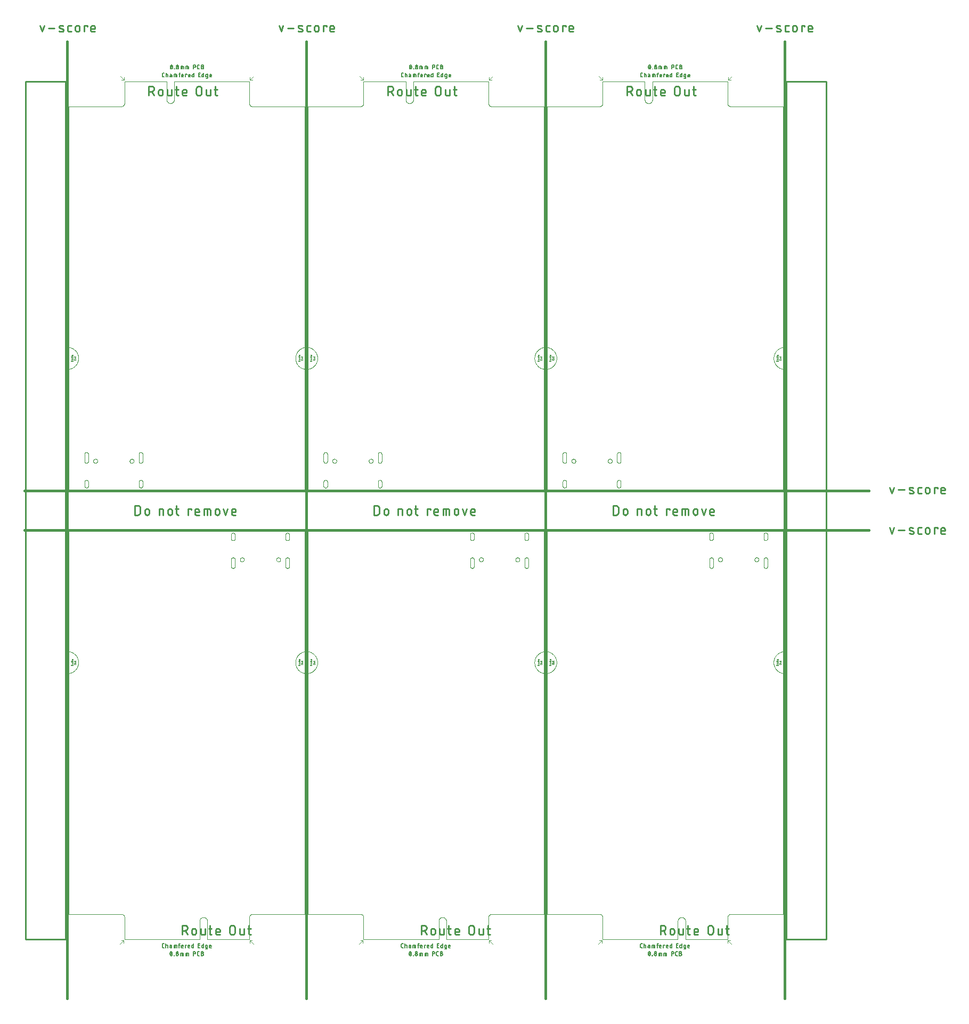
<source format=gko>
G04 EAGLE Gerber RS-274X export*
G75*
%MOMM*%
%FSLAX34Y34*%
%LPD*%
%IN*%
%IPPOS*%
%AMOC8*
5,1,8,0,0,1.08239X$1,22.5*%
G01*
%ADD10C,0.050000*%
%ADD11C,0.279400*%
%ADD12C,0.381000*%
%ADD13C,0.254000*%
%ADD14C,0.127000*%
%ADD15C,0.101600*%
%ADD16C,0.025400*%
%ADD17C,0.000000*%
%ADD18C,0.010000*%


D10*
X286720Y0D02*
X219720Y0D01*
X207720Y0D02*
X88220Y0D01*
X286720Y0D02*
X286720Y35000D01*
X286724Y35140D01*
X286732Y35280D01*
X286745Y35420D01*
X286761Y35559D01*
X286780Y35698D01*
X286804Y35837D01*
X286831Y35974D01*
X286863Y36111D01*
X286898Y36247D01*
X286936Y36382D01*
X286979Y36515D01*
X287025Y36648D01*
X287075Y36779D01*
X287128Y36909D01*
X287185Y37037D01*
X287245Y37164D01*
X287309Y37289D01*
X287376Y37412D01*
X287447Y37533D01*
X287521Y37652D01*
X287598Y37769D01*
X287678Y37884D01*
X287762Y37997D01*
X287848Y38107D01*
X287938Y38215D01*
X288031Y38321D01*
X288126Y38424D01*
X288224Y38524D01*
X288325Y38621D01*
X288429Y38716D01*
X288535Y38808D01*
X288644Y38896D01*
X288755Y38982D01*
X288868Y39065D01*
X288984Y39144D01*
X289101Y39221D01*
X289221Y39294D01*
X289343Y39363D01*
X289466Y39430D01*
X289592Y39492D01*
X289719Y39552D01*
X289848Y39608D01*
X289978Y39660D01*
X290109Y39709D01*
X290242Y39754D01*
X290376Y39795D01*
X290512Y39833D01*
X290648Y39867D01*
X290785Y39897D01*
X290922Y39923D01*
X291061Y39946D01*
X291200Y39964D01*
X291339Y39979D01*
X291479Y39990D01*
X291619Y39997D01*
X291760Y40001D01*
X291900Y40000D01*
X374930Y40000D01*
X374930Y650000D01*
X0Y650000D01*
X0Y40000D01*
X88220Y35000D02*
X88220Y0D01*
X88220Y35000D02*
X88213Y35142D01*
X88203Y35284D01*
X88189Y35426D01*
X88171Y35567D01*
X88149Y35707D01*
X88123Y35847D01*
X88093Y35986D01*
X88060Y36124D01*
X88022Y36262D01*
X87981Y36398D01*
X87937Y36533D01*
X87888Y36667D01*
X87836Y36799D01*
X87780Y36930D01*
X87721Y37059D01*
X87658Y37187D01*
X87591Y37312D01*
X87522Y37436D01*
X87448Y37558D01*
X87372Y37678D01*
X87292Y37796D01*
X87209Y37911D01*
X87123Y38025D01*
X87033Y38135D01*
X86941Y38244D01*
X86846Y38349D01*
X86748Y38452D01*
X86647Y38552D01*
X86543Y38650D01*
X86437Y38744D01*
X86328Y38836D01*
X86217Y38924D01*
X86103Y39010D01*
X85987Y39092D01*
X85868Y39171D01*
X85748Y39247D01*
X85626Y39319D01*
X85501Y39388D01*
X85375Y39454D01*
X85247Y39516D01*
X85117Y39574D01*
X84986Y39629D01*
X84853Y39680D01*
X84719Y39728D01*
X84584Y39772D01*
X84448Y39812D01*
X84310Y39848D01*
X84171Y39881D01*
X84032Y39910D01*
X83892Y39934D01*
X83751Y39955D01*
X83610Y39973D01*
X83469Y39986D01*
X83327Y39995D01*
X83184Y40000D01*
X83042Y40002D01*
X82900Y40000D01*
X0Y40000D01*
X219720Y29000D02*
X219720Y0D01*
X207720Y0D02*
X207720Y29000D01*
X207722Y29153D01*
X207728Y29306D01*
X207737Y29459D01*
X207751Y29612D01*
X207768Y29764D01*
X207790Y29916D01*
X207815Y30067D01*
X207844Y30218D01*
X207877Y30368D01*
X207914Y30517D01*
X207954Y30665D01*
X207998Y30811D01*
X208046Y30957D01*
X208098Y31101D01*
X208154Y31244D01*
X208213Y31386D01*
X208275Y31526D01*
X208341Y31664D01*
X208411Y31801D01*
X208484Y31935D01*
X208561Y32068D01*
X208641Y32199D01*
X208724Y32328D01*
X208811Y32454D01*
X208900Y32579D01*
X208993Y32701D01*
X209089Y32820D01*
X209188Y32937D01*
X209290Y33052D01*
X209395Y33164D01*
X209503Y33273D01*
X209613Y33379D01*
X209726Y33483D01*
X209842Y33583D01*
X209960Y33681D01*
X210081Y33775D01*
X210204Y33867D01*
X210329Y33955D01*
X210457Y34040D01*
X210587Y34122D01*
X210718Y34200D01*
X210852Y34275D01*
X210988Y34347D01*
X211125Y34415D01*
X211264Y34479D01*
X211405Y34540D01*
X211547Y34598D01*
X211691Y34651D01*
X211836Y34701D01*
X211982Y34748D01*
X212129Y34790D01*
X212278Y34829D01*
X212427Y34864D01*
X212577Y34895D01*
X212728Y34922D01*
X212879Y34946D01*
X213032Y34965D01*
X213184Y34981D01*
X213337Y34993D01*
X213490Y35001D01*
X213643Y35005D01*
X213797Y35005D01*
X213950Y35001D01*
X214103Y34993D01*
X214256Y34981D01*
X214408Y34965D01*
X214561Y34946D01*
X214712Y34922D01*
X214863Y34895D01*
X215013Y34864D01*
X215162Y34829D01*
X215311Y34790D01*
X215458Y34748D01*
X215604Y34701D01*
X215749Y34651D01*
X215893Y34598D01*
X216035Y34540D01*
X216176Y34479D01*
X216315Y34415D01*
X216452Y34347D01*
X216588Y34275D01*
X216722Y34200D01*
X216853Y34122D01*
X216983Y34040D01*
X217111Y33955D01*
X217236Y33867D01*
X217359Y33775D01*
X217480Y33681D01*
X217598Y33583D01*
X217714Y33483D01*
X217827Y33379D01*
X217937Y33273D01*
X218045Y33164D01*
X218150Y33052D01*
X218252Y32937D01*
X218351Y32820D01*
X218447Y32701D01*
X218540Y32579D01*
X218629Y32454D01*
X218716Y32328D01*
X218799Y32199D01*
X218879Y32068D01*
X218956Y31935D01*
X219029Y31801D01*
X219099Y31664D01*
X219165Y31526D01*
X219227Y31386D01*
X219286Y31244D01*
X219342Y31101D01*
X219394Y30957D01*
X219442Y30811D01*
X219486Y30665D01*
X219526Y30517D01*
X219563Y30368D01*
X219596Y30218D01*
X219625Y30067D01*
X219650Y29916D01*
X219672Y29764D01*
X219689Y29612D01*
X219703Y29459D01*
X219712Y29306D01*
X219718Y29153D01*
X219720Y29000D01*
D11*
X179981Y22253D02*
X179981Y7267D01*
X179981Y22253D02*
X184144Y22253D01*
X184272Y22251D01*
X184400Y22245D01*
X184528Y22235D01*
X184656Y22221D01*
X184783Y22204D01*
X184909Y22182D01*
X185035Y22157D01*
X185159Y22127D01*
X185283Y22094D01*
X185406Y22057D01*
X185528Y22016D01*
X185648Y21972D01*
X185767Y21924D01*
X185884Y21872D01*
X186000Y21817D01*
X186113Y21758D01*
X186226Y21695D01*
X186336Y21629D01*
X186443Y21560D01*
X186549Y21488D01*
X186653Y21412D01*
X186754Y21333D01*
X186853Y21251D01*
X186949Y21166D01*
X187042Y21079D01*
X187133Y20988D01*
X187220Y20895D01*
X187305Y20799D01*
X187387Y20700D01*
X187466Y20599D01*
X187542Y20495D01*
X187614Y20389D01*
X187683Y20282D01*
X187749Y20171D01*
X187812Y20059D01*
X187871Y19946D01*
X187926Y19830D01*
X187978Y19713D01*
X188026Y19594D01*
X188070Y19474D01*
X188111Y19352D01*
X188148Y19229D01*
X188181Y19105D01*
X188211Y18981D01*
X188236Y18855D01*
X188258Y18729D01*
X188275Y18602D01*
X188289Y18474D01*
X188299Y18346D01*
X188305Y18218D01*
X188307Y18090D01*
X188305Y17962D01*
X188299Y17834D01*
X188289Y17706D01*
X188275Y17578D01*
X188258Y17451D01*
X188236Y17325D01*
X188211Y17199D01*
X188181Y17075D01*
X188148Y16951D01*
X188111Y16828D01*
X188070Y16706D01*
X188026Y16586D01*
X187978Y16467D01*
X187926Y16350D01*
X187871Y16234D01*
X187812Y16121D01*
X187749Y16008D01*
X187683Y15898D01*
X187614Y15791D01*
X187542Y15685D01*
X187466Y15581D01*
X187387Y15480D01*
X187305Y15381D01*
X187220Y15285D01*
X187133Y15192D01*
X187042Y15101D01*
X186949Y15014D01*
X186853Y14929D01*
X186754Y14847D01*
X186653Y14768D01*
X186549Y14692D01*
X186443Y14620D01*
X186336Y14551D01*
X186226Y14485D01*
X186113Y14422D01*
X186000Y14363D01*
X185884Y14308D01*
X185767Y14256D01*
X185648Y14208D01*
X185528Y14164D01*
X185406Y14123D01*
X185283Y14086D01*
X185159Y14053D01*
X185035Y14023D01*
X184909Y13998D01*
X184783Y13976D01*
X184656Y13959D01*
X184528Y13945D01*
X184400Y13935D01*
X184272Y13929D01*
X184144Y13927D01*
X179981Y13927D01*
X184977Y13927D02*
X188307Y7267D01*
X195265Y10597D02*
X195265Y13927D01*
X195267Y14041D01*
X195273Y14154D01*
X195282Y14268D01*
X195296Y14380D01*
X195313Y14493D01*
X195335Y14605D01*
X195360Y14715D01*
X195388Y14825D01*
X195421Y14934D01*
X195457Y15042D01*
X195497Y15149D01*
X195541Y15254D01*
X195588Y15357D01*
X195638Y15459D01*
X195692Y15559D01*
X195750Y15657D01*
X195811Y15753D01*
X195874Y15847D01*
X195942Y15939D01*
X196012Y16029D01*
X196085Y16115D01*
X196161Y16200D01*
X196240Y16282D01*
X196322Y16361D01*
X196407Y16437D01*
X196493Y16510D01*
X196583Y16580D01*
X196675Y16648D01*
X196769Y16711D01*
X196865Y16772D01*
X196963Y16830D01*
X197063Y16884D01*
X197165Y16934D01*
X197268Y16981D01*
X197373Y17025D01*
X197480Y17065D01*
X197588Y17101D01*
X197697Y17134D01*
X197807Y17162D01*
X197917Y17187D01*
X198029Y17209D01*
X198142Y17226D01*
X198254Y17240D01*
X198368Y17249D01*
X198481Y17255D01*
X198595Y17257D01*
X198709Y17255D01*
X198822Y17249D01*
X198936Y17240D01*
X199048Y17226D01*
X199161Y17209D01*
X199273Y17187D01*
X199383Y17162D01*
X199493Y17134D01*
X199602Y17101D01*
X199710Y17065D01*
X199817Y17025D01*
X199922Y16981D01*
X200025Y16934D01*
X200127Y16884D01*
X200227Y16830D01*
X200325Y16772D01*
X200421Y16711D01*
X200515Y16648D01*
X200607Y16580D01*
X200697Y16510D01*
X200783Y16437D01*
X200868Y16361D01*
X200950Y16282D01*
X201029Y16200D01*
X201105Y16115D01*
X201178Y16029D01*
X201248Y15939D01*
X201316Y15847D01*
X201379Y15753D01*
X201440Y15657D01*
X201498Y15559D01*
X201552Y15459D01*
X201602Y15357D01*
X201649Y15254D01*
X201693Y15149D01*
X201733Y15042D01*
X201769Y14934D01*
X201802Y14825D01*
X201830Y14715D01*
X201855Y14605D01*
X201877Y14493D01*
X201894Y14380D01*
X201908Y14268D01*
X201917Y14154D01*
X201923Y14041D01*
X201925Y13927D01*
X201925Y10597D01*
X201923Y10483D01*
X201917Y10370D01*
X201908Y10256D01*
X201894Y10144D01*
X201877Y10031D01*
X201855Y9919D01*
X201830Y9809D01*
X201802Y9699D01*
X201769Y9590D01*
X201733Y9482D01*
X201693Y9375D01*
X201649Y9270D01*
X201602Y9167D01*
X201552Y9065D01*
X201498Y8965D01*
X201440Y8867D01*
X201379Y8771D01*
X201316Y8677D01*
X201248Y8585D01*
X201178Y8495D01*
X201105Y8409D01*
X201029Y8324D01*
X200950Y8242D01*
X200868Y8163D01*
X200783Y8087D01*
X200697Y8014D01*
X200607Y7944D01*
X200515Y7876D01*
X200421Y7813D01*
X200325Y7752D01*
X200227Y7694D01*
X200127Y7640D01*
X200025Y7590D01*
X199922Y7543D01*
X199817Y7499D01*
X199710Y7459D01*
X199602Y7423D01*
X199493Y7390D01*
X199383Y7362D01*
X199273Y7337D01*
X199161Y7315D01*
X199048Y7298D01*
X198936Y7284D01*
X198822Y7275D01*
X198709Y7269D01*
X198595Y7267D01*
X198481Y7269D01*
X198368Y7275D01*
X198254Y7284D01*
X198142Y7298D01*
X198029Y7315D01*
X197917Y7337D01*
X197807Y7362D01*
X197697Y7390D01*
X197588Y7423D01*
X197480Y7459D01*
X197373Y7499D01*
X197268Y7543D01*
X197165Y7590D01*
X197063Y7640D01*
X196963Y7694D01*
X196865Y7752D01*
X196769Y7813D01*
X196675Y7876D01*
X196583Y7944D01*
X196493Y8014D01*
X196407Y8087D01*
X196322Y8163D01*
X196240Y8242D01*
X196161Y8324D01*
X196085Y8409D01*
X196012Y8495D01*
X195942Y8585D01*
X195874Y8677D01*
X195811Y8771D01*
X195750Y8867D01*
X195692Y8965D01*
X195638Y9065D01*
X195588Y9167D01*
X195541Y9270D01*
X195497Y9375D01*
X195457Y9482D01*
X195421Y9590D01*
X195388Y9699D01*
X195360Y9809D01*
X195335Y9919D01*
X195313Y10031D01*
X195296Y10144D01*
X195282Y10256D01*
X195273Y10370D01*
X195267Y10483D01*
X195265Y10597D01*
X209333Y9765D02*
X209333Y17258D01*
X209333Y9765D02*
X209335Y9667D01*
X209341Y9569D01*
X209350Y9471D01*
X209364Y9374D01*
X209381Y9278D01*
X209402Y9182D01*
X209427Y9087D01*
X209455Y8993D01*
X209487Y8900D01*
X209523Y8809D01*
X209562Y8719D01*
X209605Y8631D01*
X209652Y8544D01*
X209701Y8460D01*
X209754Y8377D01*
X209810Y8297D01*
X209869Y8219D01*
X209932Y8143D01*
X209997Y8069D01*
X210065Y7999D01*
X210135Y7931D01*
X210209Y7866D01*
X210285Y7803D01*
X210363Y7744D01*
X210443Y7688D01*
X210526Y7635D01*
X210610Y7586D01*
X210697Y7539D01*
X210785Y7496D01*
X210875Y7457D01*
X210966Y7421D01*
X211059Y7389D01*
X211153Y7361D01*
X211248Y7336D01*
X211344Y7315D01*
X211440Y7298D01*
X211537Y7284D01*
X211635Y7275D01*
X211733Y7269D01*
X211831Y7267D01*
X215994Y7267D01*
X215994Y17258D01*
X221974Y17258D02*
X226970Y17258D01*
X223639Y22253D02*
X223639Y9765D01*
X223641Y9667D01*
X223647Y9569D01*
X223656Y9471D01*
X223670Y9374D01*
X223687Y9278D01*
X223708Y9182D01*
X223733Y9087D01*
X223761Y8993D01*
X223793Y8900D01*
X223829Y8809D01*
X223868Y8719D01*
X223911Y8631D01*
X223958Y8544D01*
X224007Y8460D01*
X224060Y8377D01*
X224116Y8297D01*
X224175Y8219D01*
X224238Y8143D01*
X224303Y8069D01*
X224371Y7999D01*
X224441Y7931D01*
X224515Y7866D01*
X224591Y7803D01*
X224669Y7744D01*
X224749Y7688D01*
X224832Y7635D01*
X224916Y7586D01*
X225003Y7539D01*
X225091Y7496D01*
X225181Y7457D01*
X225272Y7421D01*
X225365Y7389D01*
X225459Y7361D01*
X225554Y7336D01*
X225650Y7315D01*
X225746Y7298D01*
X225843Y7284D01*
X225941Y7275D01*
X226039Y7269D01*
X226137Y7267D01*
X226970Y7267D01*
X235799Y7267D02*
X239961Y7267D01*
X235799Y7267D02*
X235701Y7269D01*
X235603Y7275D01*
X235505Y7284D01*
X235408Y7298D01*
X235312Y7315D01*
X235216Y7336D01*
X235121Y7361D01*
X235027Y7389D01*
X234934Y7421D01*
X234843Y7457D01*
X234753Y7496D01*
X234665Y7539D01*
X234578Y7586D01*
X234494Y7635D01*
X234411Y7688D01*
X234331Y7744D01*
X234253Y7803D01*
X234177Y7866D01*
X234103Y7931D01*
X234033Y7999D01*
X233965Y8069D01*
X233900Y8143D01*
X233837Y8219D01*
X233778Y8297D01*
X233722Y8377D01*
X233669Y8460D01*
X233620Y8544D01*
X233573Y8631D01*
X233530Y8719D01*
X233491Y8809D01*
X233455Y8900D01*
X233423Y8993D01*
X233395Y9087D01*
X233370Y9182D01*
X233349Y9278D01*
X233332Y9374D01*
X233318Y9471D01*
X233309Y9569D01*
X233303Y9667D01*
X233301Y9765D01*
X233301Y13927D01*
X233303Y14041D01*
X233309Y14154D01*
X233318Y14268D01*
X233332Y14380D01*
X233349Y14493D01*
X233371Y14605D01*
X233396Y14715D01*
X233424Y14825D01*
X233457Y14934D01*
X233493Y15042D01*
X233533Y15149D01*
X233577Y15254D01*
X233624Y15357D01*
X233674Y15459D01*
X233728Y15559D01*
X233786Y15657D01*
X233847Y15753D01*
X233910Y15847D01*
X233978Y15939D01*
X234048Y16029D01*
X234121Y16115D01*
X234197Y16200D01*
X234276Y16282D01*
X234358Y16361D01*
X234443Y16437D01*
X234529Y16510D01*
X234619Y16580D01*
X234711Y16648D01*
X234805Y16711D01*
X234901Y16772D01*
X234999Y16830D01*
X235099Y16884D01*
X235201Y16934D01*
X235304Y16981D01*
X235409Y17025D01*
X235516Y17065D01*
X235624Y17101D01*
X235733Y17134D01*
X235843Y17162D01*
X235953Y17187D01*
X236065Y17209D01*
X236178Y17226D01*
X236290Y17240D01*
X236404Y17249D01*
X236517Y17255D01*
X236631Y17257D01*
X236745Y17255D01*
X236858Y17249D01*
X236972Y17240D01*
X237084Y17226D01*
X237197Y17209D01*
X237309Y17187D01*
X237419Y17162D01*
X237529Y17134D01*
X237638Y17101D01*
X237746Y17065D01*
X237853Y17025D01*
X237958Y16981D01*
X238061Y16934D01*
X238163Y16884D01*
X238263Y16830D01*
X238361Y16772D01*
X238457Y16711D01*
X238551Y16648D01*
X238643Y16580D01*
X238733Y16510D01*
X238819Y16437D01*
X238904Y16361D01*
X238986Y16282D01*
X239065Y16200D01*
X239141Y16115D01*
X239214Y16029D01*
X239284Y15939D01*
X239352Y15847D01*
X239415Y15753D01*
X239476Y15657D01*
X239534Y15559D01*
X239588Y15459D01*
X239638Y15357D01*
X239685Y15254D01*
X239729Y15149D01*
X239769Y15042D01*
X239805Y14934D01*
X239838Y14825D01*
X239866Y14715D01*
X239891Y14605D01*
X239913Y14493D01*
X239930Y14380D01*
X239944Y14268D01*
X239953Y14154D01*
X239959Y14041D01*
X239961Y13927D01*
X239961Y12262D01*
X233301Y12262D01*
X255394Y11430D02*
X255394Y18090D01*
X255396Y18218D01*
X255402Y18346D01*
X255412Y18474D01*
X255426Y18602D01*
X255443Y18729D01*
X255465Y18855D01*
X255490Y18981D01*
X255520Y19105D01*
X255553Y19229D01*
X255590Y19352D01*
X255631Y19474D01*
X255675Y19594D01*
X255723Y19713D01*
X255775Y19830D01*
X255830Y19946D01*
X255889Y20059D01*
X255952Y20172D01*
X256018Y20282D01*
X256087Y20389D01*
X256159Y20495D01*
X256235Y20599D01*
X256314Y20700D01*
X256396Y20799D01*
X256481Y20895D01*
X256568Y20988D01*
X256659Y21079D01*
X256752Y21166D01*
X256848Y21251D01*
X256947Y21333D01*
X257048Y21412D01*
X257152Y21488D01*
X257258Y21560D01*
X257365Y21629D01*
X257476Y21695D01*
X257588Y21758D01*
X257701Y21817D01*
X257817Y21872D01*
X257934Y21924D01*
X258053Y21972D01*
X258173Y22016D01*
X258295Y22057D01*
X258418Y22094D01*
X258542Y22127D01*
X258666Y22157D01*
X258792Y22182D01*
X258918Y22204D01*
X259045Y22221D01*
X259173Y22235D01*
X259301Y22245D01*
X259429Y22251D01*
X259557Y22253D01*
X259685Y22251D01*
X259813Y22245D01*
X259941Y22235D01*
X260069Y22221D01*
X260196Y22204D01*
X260322Y22182D01*
X260448Y22157D01*
X260572Y22127D01*
X260696Y22094D01*
X260819Y22057D01*
X260941Y22016D01*
X261061Y21972D01*
X261180Y21924D01*
X261297Y21872D01*
X261413Y21817D01*
X261526Y21758D01*
X261639Y21695D01*
X261749Y21629D01*
X261856Y21560D01*
X261962Y21488D01*
X262066Y21412D01*
X262167Y21333D01*
X262266Y21251D01*
X262362Y21166D01*
X262455Y21079D01*
X262546Y20988D01*
X262633Y20895D01*
X262718Y20799D01*
X262800Y20700D01*
X262879Y20599D01*
X262955Y20495D01*
X263027Y20389D01*
X263096Y20282D01*
X263162Y20172D01*
X263225Y20059D01*
X263284Y19946D01*
X263339Y19830D01*
X263391Y19713D01*
X263439Y19594D01*
X263483Y19474D01*
X263524Y19352D01*
X263561Y19229D01*
X263594Y19105D01*
X263624Y18981D01*
X263649Y18855D01*
X263671Y18729D01*
X263688Y18602D01*
X263702Y18474D01*
X263712Y18346D01*
X263718Y18218D01*
X263720Y18090D01*
X263720Y11430D01*
X263718Y11302D01*
X263712Y11174D01*
X263702Y11046D01*
X263688Y10918D01*
X263671Y10791D01*
X263649Y10665D01*
X263624Y10539D01*
X263594Y10415D01*
X263561Y10291D01*
X263524Y10168D01*
X263483Y10046D01*
X263439Y9926D01*
X263391Y9807D01*
X263339Y9690D01*
X263284Y9574D01*
X263225Y9461D01*
X263162Y9348D01*
X263096Y9238D01*
X263027Y9131D01*
X262955Y9025D01*
X262879Y8921D01*
X262800Y8820D01*
X262718Y8721D01*
X262633Y8625D01*
X262546Y8532D01*
X262455Y8441D01*
X262362Y8354D01*
X262266Y8269D01*
X262167Y8187D01*
X262066Y8108D01*
X261962Y8032D01*
X261856Y7960D01*
X261749Y7891D01*
X261638Y7825D01*
X261526Y7762D01*
X261413Y7703D01*
X261297Y7648D01*
X261180Y7596D01*
X261061Y7548D01*
X260941Y7504D01*
X260819Y7463D01*
X260696Y7426D01*
X260572Y7393D01*
X260448Y7363D01*
X260322Y7338D01*
X260196Y7316D01*
X260069Y7299D01*
X259941Y7285D01*
X259813Y7275D01*
X259685Y7269D01*
X259557Y7267D01*
X259429Y7269D01*
X259301Y7275D01*
X259173Y7285D01*
X259045Y7299D01*
X258918Y7316D01*
X258792Y7338D01*
X258666Y7363D01*
X258542Y7393D01*
X258418Y7426D01*
X258295Y7463D01*
X258173Y7504D01*
X258053Y7548D01*
X257934Y7596D01*
X257817Y7648D01*
X257701Y7703D01*
X257588Y7762D01*
X257476Y7825D01*
X257365Y7891D01*
X257258Y7960D01*
X257152Y8032D01*
X257048Y8108D01*
X256947Y8187D01*
X256848Y8269D01*
X256752Y8354D01*
X256659Y8441D01*
X256568Y8532D01*
X256481Y8625D01*
X256396Y8721D01*
X256314Y8820D01*
X256235Y8921D01*
X256159Y9025D01*
X256087Y9131D01*
X256018Y9238D01*
X255952Y9349D01*
X255889Y9461D01*
X255830Y9574D01*
X255775Y9690D01*
X255723Y9807D01*
X255675Y9926D01*
X255631Y10046D01*
X255590Y10168D01*
X255553Y10291D01*
X255520Y10415D01*
X255490Y10539D01*
X255465Y10665D01*
X255443Y10791D01*
X255426Y10918D01*
X255412Y11046D01*
X255402Y11174D01*
X255396Y11302D01*
X255394Y11430D01*
X271337Y9765D02*
X271337Y17258D01*
X271337Y9765D02*
X271339Y9667D01*
X271345Y9569D01*
X271354Y9471D01*
X271368Y9374D01*
X271385Y9278D01*
X271406Y9182D01*
X271431Y9087D01*
X271459Y8993D01*
X271491Y8900D01*
X271527Y8809D01*
X271566Y8719D01*
X271609Y8631D01*
X271656Y8544D01*
X271705Y8460D01*
X271758Y8377D01*
X271814Y8297D01*
X271873Y8219D01*
X271936Y8143D01*
X272001Y8069D01*
X272069Y7999D01*
X272139Y7931D01*
X272213Y7866D01*
X272289Y7803D01*
X272367Y7744D01*
X272447Y7688D01*
X272530Y7635D01*
X272614Y7586D01*
X272701Y7539D01*
X272789Y7496D01*
X272879Y7457D01*
X272970Y7421D01*
X273063Y7389D01*
X273157Y7361D01*
X273252Y7336D01*
X273348Y7315D01*
X273444Y7298D01*
X273541Y7284D01*
X273639Y7275D01*
X273737Y7269D01*
X273835Y7267D01*
X277997Y7267D01*
X277997Y17258D01*
X283978Y17258D02*
X288973Y17258D01*
X285643Y22253D02*
X285643Y9765D01*
X285645Y9667D01*
X285651Y9569D01*
X285660Y9471D01*
X285674Y9374D01*
X285691Y9278D01*
X285712Y9182D01*
X285737Y9087D01*
X285765Y8993D01*
X285797Y8900D01*
X285833Y8809D01*
X285872Y8719D01*
X285915Y8631D01*
X285962Y8544D01*
X286011Y8460D01*
X286064Y8377D01*
X286120Y8297D01*
X286179Y8219D01*
X286242Y8143D01*
X286307Y8069D01*
X286375Y7999D01*
X286445Y7931D01*
X286519Y7866D01*
X286595Y7803D01*
X286673Y7744D01*
X286753Y7688D01*
X286836Y7635D01*
X286920Y7586D01*
X287007Y7539D01*
X287095Y7496D01*
X287185Y7457D01*
X287276Y7421D01*
X287369Y7389D01*
X287463Y7361D01*
X287558Y7336D01*
X287654Y7315D01*
X287750Y7298D01*
X287847Y7284D01*
X287945Y7275D01*
X288043Y7269D01*
X288141Y7267D01*
X288973Y7267D01*
D10*
X599729Y0D02*
X666729Y0D01*
X587729Y0D02*
X468229Y0D01*
X666729Y0D02*
X666729Y35000D01*
X666733Y35140D01*
X666741Y35280D01*
X666754Y35420D01*
X666770Y35559D01*
X666789Y35698D01*
X666813Y35837D01*
X666840Y35974D01*
X666872Y36111D01*
X666907Y36247D01*
X666945Y36382D01*
X666988Y36515D01*
X667034Y36648D01*
X667084Y36779D01*
X667137Y36909D01*
X667194Y37037D01*
X667254Y37164D01*
X667318Y37289D01*
X667385Y37412D01*
X667456Y37533D01*
X667530Y37652D01*
X667607Y37769D01*
X667687Y37884D01*
X667771Y37997D01*
X667857Y38107D01*
X667947Y38215D01*
X668040Y38321D01*
X668135Y38424D01*
X668233Y38524D01*
X668334Y38621D01*
X668438Y38716D01*
X668544Y38808D01*
X668653Y38896D01*
X668764Y38982D01*
X668877Y39065D01*
X668993Y39144D01*
X669110Y39221D01*
X669230Y39294D01*
X669352Y39363D01*
X669475Y39430D01*
X669601Y39492D01*
X669728Y39552D01*
X669857Y39608D01*
X669987Y39660D01*
X670118Y39709D01*
X670251Y39754D01*
X670385Y39795D01*
X670521Y39833D01*
X670657Y39867D01*
X670794Y39897D01*
X670931Y39923D01*
X671070Y39946D01*
X671209Y39964D01*
X671348Y39979D01*
X671488Y39990D01*
X671628Y39997D01*
X671769Y40001D01*
X671909Y40000D01*
X754939Y40000D01*
X754939Y650000D01*
X380009Y650000D01*
X380009Y40000D01*
X468229Y35000D02*
X468229Y0D01*
X468229Y35000D02*
X468222Y35142D01*
X468212Y35284D01*
X468198Y35426D01*
X468180Y35567D01*
X468158Y35707D01*
X468132Y35847D01*
X468102Y35986D01*
X468069Y36124D01*
X468031Y36262D01*
X467990Y36398D01*
X467946Y36533D01*
X467897Y36667D01*
X467845Y36799D01*
X467789Y36930D01*
X467730Y37059D01*
X467667Y37187D01*
X467600Y37312D01*
X467531Y37436D01*
X467457Y37558D01*
X467381Y37678D01*
X467301Y37796D01*
X467218Y37911D01*
X467132Y38025D01*
X467042Y38135D01*
X466950Y38244D01*
X466855Y38349D01*
X466757Y38452D01*
X466656Y38552D01*
X466552Y38650D01*
X466446Y38744D01*
X466337Y38836D01*
X466226Y38924D01*
X466112Y39010D01*
X465996Y39092D01*
X465877Y39171D01*
X465757Y39247D01*
X465635Y39319D01*
X465510Y39388D01*
X465384Y39454D01*
X465256Y39516D01*
X465126Y39574D01*
X464995Y39629D01*
X464862Y39680D01*
X464728Y39728D01*
X464593Y39772D01*
X464457Y39812D01*
X464319Y39848D01*
X464180Y39881D01*
X464041Y39910D01*
X463901Y39934D01*
X463760Y39955D01*
X463619Y39973D01*
X463478Y39986D01*
X463336Y39995D01*
X463193Y40000D01*
X463051Y40002D01*
X462909Y40000D01*
X380009Y40000D01*
X599729Y29000D02*
X599729Y0D01*
X587729Y0D02*
X587729Y29000D01*
X587731Y29153D01*
X587737Y29306D01*
X587746Y29459D01*
X587760Y29612D01*
X587777Y29764D01*
X587799Y29916D01*
X587824Y30067D01*
X587853Y30218D01*
X587886Y30368D01*
X587923Y30517D01*
X587963Y30665D01*
X588007Y30811D01*
X588055Y30957D01*
X588107Y31101D01*
X588163Y31244D01*
X588222Y31386D01*
X588284Y31526D01*
X588350Y31664D01*
X588420Y31801D01*
X588493Y31935D01*
X588570Y32068D01*
X588650Y32199D01*
X588733Y32328D01*
X588820Y32454D01*
X588909Y32579D01*
X589002Y32701D01*
X589098Y32820D01*
X589197Y32937D01*
X589299Y33052D01*
X589404Y33164D01*
X589512Y33273D01*
X589622Y33379D01*
X589735Y33483D01*
X589851Y33583D01*
X589969Y33681D01*
X590090Y33775D01*
X590213Y33867D01*
X590338Y33955D01*
X590466Y34040D01*
X590596Y34122D01*
X590727Y34200D01*
X590861Y34275D01*
X590997Y34347D01*
X591134Y34415D01*
X591273Y34479D01*
X591414Y34540D01*
X591556Y34598D01*
X591700Y34651D01*
X591845Y34701D01*
X591991Y34748D01*
X592138Y34790D01*
X592287Y34829D01*
X592436Y34864D01*
X592586Y34895D01*
X592737Y34922D01*
X592888Y34946D01*
X593041Y34965D01*
X593193Y34981D01*
X593346Y34993D01*
X593499Y35001D01*
X593652Y35005D01*
X593806Y35005D01*
X593959Y35001D01*
X594112Y34993D01*
X594265Y34981D01*
X594417Y34965D01*
X594570Y34946D01*
X594721Y34922D01*
X594872Y34895D01*
X595022Y34864D01*
X595171Y34829D01*
X595320Y34790D01*
X595467Y34748D01*
X595613Y34701D01*
X595758Y34651D01*
X595902Y34598D01*
X596044Y34540D01*
X596185Y34479D01*
X596324Y34415D01*
X596461Y34347D01*
X596597Y34275D01*
X596731Y34200D01*
X596862Y34122D01*
X596992Y34040D01*
X597120Y33955D01*
X597245Y33867D01*
X597368Y33775D01*
X597489Y33681D01*
X597607Y33583D01*
X597723Y33483D01*
X597836Y33379D01*
X597946Y33273D01*
X598054Y33164D01*
X598159Y33052D01*
X598261Y32937D01*
X598360Y32820D01*
X598456Y32701D01*
X598549Y32579D01*
X598638Y32454D01*
X598725Y32328D01*
X598808Y32199D01*
X598888Y32068D01*
X598965Y31935D01*
X599038Y31801D01*
X599108Y31664D01*
X599174Y31526D01*
X599236Y31386D01*
X599295Y31244D01*
X599351Y31101D01*
X599403Y30957D01*
X599451Y30811D01*
X599495Y30665D01*
X599535Y30517D01*
X599572Y30368D01*
X599605Y30218D01*
X599634Y30067D01*
X599659Y29916D01*
X599681Y29764D01*
X599698Y29612D01*
X599712Y29459D01*
X599721Y29306D01*
X599727Y29153D01*
X599729Y29000D01*
D11*
X559991Y22253D02*
X559991Y7267D01*
X559991Y22253D02*
X564154Y22253D01*
X564282Y22251D01*
X564410Y22245D01*
X564538Y22235D01*
X564666Y22221D01*
X564793Y22204D01*
X564919Y22182D01*
X565045Y22157D01*
X565169Y22127D01*
X565293Y22094D01*
X565416Y22057D01*
X565538Y22016D01*
X565658Y21972D01*
X565777Y21924D01*
X565894Y21872D01*
X566010Y21817D01*
X566123Y21758D01*
X566236Y21695D01*
X566346Y21629D01*
X566453Y21560D01*
X566559Y21488D01*
X566663Y21412D01*
X566764Y21333D01*
X566863Y21251D01*
X566959Y21166D01*
X567052Y21079D01*
X567143Y20988D01*
X567230Y20895D01*
X567315Y20799D01*
X567397Y20700D01*
X567476Y20599D01*
X567552Y20495D01*
X567624Y20389D01*
X567693Y20282D01*
X567759Y20171D01*
X567822Y20059D01*
X567881Y19946D01*
X567936Y19830D01*
X567988Y19713D01*
X568036Y19594D01*
X568080Y19474D01*
X568121Y19352D01*
X568158Y19229D01*
X568191Y19105D01*
X568221Y18981D01*
X568246Y18855D01*
X568268Y18729D01*
X568285Y18602D01*
X568299Y18474D01*
X568309Y18346D01*
X568315Y18218D01*
X568317Y18090D01*
X568315Y17962D01*
X568309Y17834D01*
X568299Y17706D01*
X568285Y17578D01*
X568268Y17451D01*
X568246Y17325D01*
X568221Y17199D01*
X568191Y17075D01*
X568158Y16951D01*
X568121Y16828D01*
X568080Y16706D01*
X568036Y16586D01*
X567988Y16467D01*
X567936Y16350D01*
X567881Y16234D01*
X567822Y16121D01*
X567759Y16008D01*
X567693Y15898D01*
X567624Y15791D01*
X567552Y15685D01*
X567476Y15581D01*
X567397Y15480D01*
X567315Y15381D01*
X567230Y15285D01*
X567143Y15192D01*
X567052Y15101D01*
X566959Y15014D01*
X566863Y14929D01*
X566764Y14847D01*
X566663Y14768D01*
X566559Y14692D01*
X566453Y14620D01*
X566346Y14551D01*
X566236Y14485D01*
X566123Y14422D01*
X566010Y14363D01*
X565894Y14308D01*
X565777Y14256D01*
X565658Y14208D01*
X565538Y14164D01*
X565416Y14123D01*
X565293Y14086D01*
X565169Y14053D01*
X565045Y14023D01*
X564919Y13998D01*
X564793Y13976D01*
X564666Y13959D01*
X564538Y13945D01*
X564410Y13935D01*
X564282Y13929D01*
X564154Y13927D01*
X559991Y13927D01*
X564986Y13927D02*
X568316Y7267D01*
X575274Y10597D02*
X575274Y13927D01*
X575275Y13927D02*
X575277Y14041D01*
X575283Y14154D01*
X575292Y14268D01*
X575306Y14380D01*
X575323Y14493D01*
X575345Y14605D01*
X575370Y14715D01*
X575398Y14825D01*
X575431Y14934D01*
X575467Y15042D01*
X575507Y15149D01*
X575551Y15254D01*
X575598Y15357D01*
X575648Y15459D01*
X575702Y15559D01*
X575760Y15657D01*
X575821Y15753D01*
X575884Y15847D01*
X575952Y15939D01*
X576022Y16029D01*
X576095Y16115D01*
X576171Y16200D01*
X576250Y16282D01*
X576332Y16361D01*
X576417Y16437D01*
X576503Y16510D01*
X576593Y16580D01*
X576685Y16648D01*
X576779Y16711D01*
X576875Y16772D01*
X576973Y16830D01*
X577073Y16884D01*
X577175Y16934D01*
X577278Y16981D01*
X577383Y17025D01*
X577490Y17065D01*
X577598Y17101D01*
X577707Y17134D01*
X577817Y17162D01*
X577927Y17187D01*
X578039Y17209D01*
X578152Y17226D01*
X578264Y17240D01*
X578378Y17249D01*
X578491Y17255D01*
X578605Y17257D01*
X578719Y17255D01*
X578832Y17249D01*
X578946Y17240D01*
X579058Y17226D01*
X579171Y17209D01*
X579283Y17187D01*
X579393Y17162D01*
X579503Y17134D01*
X579612Y17101D01*
X579720Y17065D01*
X579827Y17025D01*
X579932Y16981D01*
X580035Y16934D01*
X580137Y16884D01*
X580237Y16830D01*
X580335Y16772D01*
X580431Y16711D01*
X580525Y16648D01*
X580617Y16580D01*
X580707Y16510D01*
X580793Y16437D01*
X580878Y16361D01*
X580960Y16282D01*
X581039Y16200D01*
X581115Y16115D01*
X581188Y16029D01*
X581258Y15939D01*
X581326Y15847D01*
X581389Y15753D01*
X581450Y15657D01*
X581508Y15559D01*
X581562Y15459D01*
X581612Y15357D01*
X581659Y15254D01*
X581703Y15149D01*
X581743Y15042D01*
X581779Y14934D01*
X581812Y14825D01*
X581840Y14715D01*
X581865Y14605D01*
X581887Y14493D01*
X581904Y14380D01*
X581918Y14268D01*
X581927Y14154D01*
X581933Y14041D01*
X581935Y13927D01*
X581935Y10597D01*
X581933Y10483D01*
X581927Y10370D01*
X581918Y10256D01*
X581904Y10144D01*
X581887Y10031D01*
X581865Y9919D01*
X581840Y9809D01*
X581812Y9699D01*
X581779Y9590D01*
X581743Y9482D01*
X581703Y9375D01*
X581659Y9270D01*
X581612Y9167D01*
X581562Y9065D01*
X581508Y8965D01*
X581450Y8867D01*
X581389Y8771D01*
X581326Y8677D01*
X581258Y8585D01*
X581188Y8495D01*
X581115Y8409D01*
X581039Y8324D01*
X580960Y8242D01*
X580878Y8163D01*
X580793Y8087D01*
X580707Y8014D01*
X580617Y7944D01*
X580525Y7876D01*
X580431Y7813D01*
X580335Y7752D01*
X580237Y7694D01*
X580137Y7640D01*
X580035Y7590D01*
X579932Y7543D01*
X579827Y7499D01*
X579720Y7459D01*
X579612Y7423D01*
X579503Y7390D01*
X579393Y7362D01*
X579283Y7337D01*
X579171Y7315D01*
X579058Y7298D01*
X578946Y7284D01*
X578832Y7275D01*
X578719Y7269D01*
X578605Y7267D01*
X578491Y7269D01*
X578378Y7275D01*
X578264Y7284D01*
X578152Y7298D01*
X578039Y7315D01*
X577927Y7337D01*
X577817Y7362D01*
X577707Y7390D01*
X577598Y7423D01*
X577490Y7459D01*
X577383Y7499D01*
X577278Y7543D01*
X577175Y7590D01*
X577073Y7640D01*
X576973Y7694D01*
X576875Y7752D01*
X576779Y7813D01*
X576685Y7876D01*
X576593Y7944D01*
X576503Y8014D01*
X576417Y8087D01*
X576332Y8163D01*
X576250Y8242D01*
X576171Y8324D01*
X576095Y8409D01*
X576022Y8495D01*
X575952Y8585D01*
X575884Y8677D01*
X575821Y8771D01*
X575760Y8867D01*
X575702Y8965D01*
X575648Y9065D01*
X575598Y9167D01*
X575551Y9270D01*
X575507Y9375D01*
X575467Y9482D01*
X575431Y9590D01*
X575398Y9699D01*
X575370Y9809D01*
X575345Y9919D01*
X575323Y10031D01*
X575306Y10144D01*
X575292Y10256D01*
X575283Y10370D01*
X575277Y10483D01*
X575275Y10597D01*
X589342Y9765D02*
X589342Y17258D01*
X589342Y9765D02*
X589344Y9667D01*
X589350Y9569D01*
X589359Y9471D01*
X589373Y9374D01*
X589390Y9278D01*
X589411Y9182D01*
X589436Y9087D01*
X589464Y8993D01*
X589496Y8900D01*
X589532Y8809D01*
X589571Y8719D01*
X589614Y8631D01*
X589661Y8544D01*
X589710Y8460D01*
X589763Y8377D01*
X589819Y8297D01*
X589878Y8219D01*
X589941Y8143D01*
X590006Y8069D01*
X590074Y7999D01*
X590144Y7931D01*
X590218Y7866D01*
X590294Y7803D01*
X590372Y7744D01*
X590452Y7688D01*
X590535Y7635D01*
X590619Y7586D01*
X590706Y7539D01*
X590794Y7496D01*
X590884Y7457D01*
X590975Y7421D01*
X591068Y7389D01*
X591162Y7361D01*
X591257Y7336D01*
X591353Y7315D01*
X591449Y7298D01*
X591546Y7284D01*
X591644Y7275D01*
X591742Y7269D01*
X591840Y7267D01*
X596003Y7267D01*
X596003Y17258D01*
X601984Y17258D02*
X606979Y17258D01*
X603649Y22253D02*
X603649Y9765D01*
X603651Y9667D01*
X603657Y9569D01*
X603666Y9471D01*
X603680Y9374D01*
X603697Y9278D01*
X603718Y9182D01*
X603743Y9087D01*
X603771Y8993D01*
X603803Y8900D01*
X603839Y8809D01*
X603878Y8719D01*
X603921Y8631D01*
X603968Y8544D01*
X604017Y8460D01*
X604070Y8377D01*
X604126Y8297D01*
X604185Y8219D01*
X604248Y8143D01*
X604313Y8069D01*
X604381Y7999D01*
X604451Y7931D01*
X604525Y7866D01*
X604601Y7803D01*
X604679Y7744D01*
X604759Y7688D01*
X604842Y7635D01*
X604926Y7586D01*
X605013Y7539D01*
X605101Y7496D01*
X605191Y7457D01*
X605282Y7421D01*
X605375Y7389D01*
X605469Y7361D01*
X605564Y7336D01*
X605660Y7315D01*
X605756Y7298D01*
X605853Y7284D01*
X605951Y7275D01*
X606049Y7269D01*
X606147Y7267D01*
X606979Y7267D01*
X615808Y7267D02*
X619971Y7267D01*
X615808Y7267D02*
X615710Y7269D01*
X615612Y7275D01*
X615514Y7284D01*
X615417Y7298D01*
X615321Y7315D01*
X615225Y7336D01*
X615130Y7361D01*
X615036Y7389D01*
X614943Y7421D01*
X614852Y7457D01*
X614762Y7496D01*
X614674Y7539D01*
X614587Y7586D01*
X614503Y7635D01*
X614420Y7688D01*
X614340Y7744D01*
X614262Y7803D01*
X614186Y7866D01*
X614112Y7931D01*
X614042Y7999D01*
X613974Y8069D01*
X613909Y8143D01*
X613846Y8219D01*
X613787Y8297D01*
X613731Y8377D01*
X613678Y8460D01*
X613629Y8544D01*
X613582Y8631D01*
X613539Y8719D01*
X613500Y8809D01*
X613464Y8900D01*
X613432Y8993D01*
X613404Y9087D01*
X613379Y9182D01*
X613358Y9278D01*
X613341Y9374D01*
X613327Y9471D01*
X613318Y9569D01*
X613312Y9667D01*
X613310Y9765D01*
X613310Y13927D01*
X613311Y13927D02*
X613313Y14041D01*
X613319Y14154D01*
X613328Y14268D01*
X613342Y14380D01*
X613359Y14493D01*
X613381Y14605D01*
X613406Y14715D01*
X613434Y14825D01*
X613467Y14934D01*
X613503Y15042D01*
X613543Y15149D01*
X613587Y15254D01*
X613634Y15357D01*
X613684Y15459D01*
X613738Y15559D01*
X613796Y15657D01*
X613857Y15753D01*
X613920Y15847D01*
X613988Y15939D01*
X614058Y16029D01*
X614131Y16115D01*
X614207Y16200D01*
X614286Y16282D01*
X614368Y16361D01*
X614453Y16437D01*
X614539Y16510D01*
X614629Y16580D01*
X614721Y16648D01*
X614815Y16711D01*
X614911Y16772D01*
X615009Y16830D01*
X615109Y16884D01*
X615211Y16934D01*
X615314Y16981D01*
X615419Y17025D01*
X615526Y17065D01*
X615634Y17101D01*
X615743Y17134D01*
X615853Y17162D01*
X615963Y17187D01*
X616075Y17209D01*
X616188Y17226D01*
X616300Y17240D01*
X616414Y17249D01*
X616527Y17255D01*
X616641Y17257D01*
X616755Y17255D01*
X616868Y17249D01*
X616982Y17240D01*
X617094Y17226D01*
X617207Y17209D01*
X617319Y17187D01*
X617429Y17162D01*
X617539Y17134D01*
X617648Y17101D01*
X617756Y17065D01*
X617863Y17025D01*
X617968Y16981D01*
X618071Y16934D01*
X618173Y16884D01*
X618273Y16830D01*
X618371Y16772D01*
X618467Y16711D01*
X618561Y16648D01*
X618653Y16580D01*
X618743Y16510D01*
X618829Y16437D01*
X618914Y16361D01*
X618996Y16282D01*
X619075Y16200D01*
X619151Y16115D01*
X619224Y16029D01*
X619294Y15939D01*
X619362Y15847D01*
X619425Y15753D01*
X619486Y15657D01*
X619544Y15559D01*
X619598Y15459D01*
X619648Y15357D01*
X619695Y15254D01*
X619739Y15149D01*
X619779Y15042D01*
X619815Y14934D01*
X619848Y14825D01*
X619876Y14715D01*
X619901Y14605D01*
X619923Y14493D01*
X619940Y14380D01*
X619954Y14268D01*
X619963Y14154D01*
X619969Y14041D01*
X619971Y13927D01*
X619971Y12262D01*
X613310Y12262D01*
X635404Y11430D02*
X635404Y18090D01*
X635403Y18090D02*
X635405Y18218D01*
X635411Y18346D01*
X635421Y18474D01*
X635435Y18602D01*
X635452Y18729D01*
X635474Y18855D01*
X635499Y18981D01*
X635529Y19105D01*
X635562Y19229D01*
X635599Y19352D01*
X635640Y19474D01*
X635684Y19594D01*
X635732Y19713D01*
X635784Y19830D01*
X635839Y19946D01*
X635898Y20059D01*
X635961Y20172D01*
X636027Y20282D01*
X636096Y20389D01*
X636168Y20495D01*
X636244Y20599D01*
X636323Y20700D01*
X636405Y20799D01*
X636490Y20895D01*
X636577Y20988D01*
X636668Y21079D01*
X636761Y21166D01*
X636857Y21251D01*
X636956Y21333D01*
X637057Y21412D01*
X637161Y21488D01*
X637267Y21560D01*
X637374Y21629D01*
X637485Y21695D01*
X637597Y21758D01*
X637710Y21817D01*
X637826Y21872D01*
X637943Y21924D01*
X638062Y21972D01*
X638182Y22016D01*
X638304Y22057D01*
X638427Y22094D01*
X638551Y22127D01*
X638675Y22157D01*
X638801Y22182D01*
X638927Y22204D01*
X639054Y22221D01*
X639182Y22235D01*
X639310Y22245D01*
X639438Y22251D01*
X639566Y22253D01*
X639694Y22251D01*
X639822Y22245D01*
X639950Y22235D01*
X640078Y22221D01*
X640205Y22204D01*
X640331Y22182D01*
X640457Y22157D01*
X640581Y22127D01*
X640705Y22094D01*
X640828Y22057D01*
X640950Y22016D01*
X641070Y21972D01*
X641189Y21924D01*
X641306Y21872D01*
X641422Y21817D01*
X641535Y21758D01*
X641648Y21695D01*
X641758Y21629D01*
X641865Y21560D01*
X641971Y21488D01*
X642075Y21412D01*
X642176Y21333D01*
X642275Y21251D01*
X642371Y21166D01*
X642464Y21079D01*
X642555Y20988D01*
X642642Y20895D01*
X642727Y20799D01*
X642809Y20700D01*
X642888Y20599D01*
X642964Y20495D01*
X643036Y20389D01*
X643105Y20282D01*
X643171Y20172D01*
X643234Y20059D01*
X643293Y19946D01*
X643348Y19830D01*
X643400Y19713D01*
X643448Y19594D01*
X643492Y19474D01*
X643533Y19352D01*
X643570Y19229D01*
X643603Y19105D01*
X643633Y18981D01*
X643658Y18855D01*
X643680Y18729D01*
X643697Y18602D01*
X643711Y18474D01*
X643721Y18346D01*
X643727Y18218D01*
X643729Y18090D01*
X643729Y11430D01*
X643727Y11302D01*
X643721Y11174D01*
X643711Y11046D01*
X643697Y10918D01*
X643680Y10791D01*
X643658Y10665D01*
X643633Y10539D01*
X643603Y10415D01*
X643570Y10291D01*
X643533Y10168D01*
X643492Y10046D01*
X643448Y9926D01*
X643400Y9807D01*
X643348Y9690D01*
X643293Y9574D01*
X643234Y9461D01*
X643171Y9348D01*
X643105Y9238D01*
X643036Y9131D01*
X642964Y9025D01*
X642888Y8921D01*
X642809Y8820D01*
X642727Y8721D01*
X642642Y8625D01*
X642555Y8532D01*
X642464Y8441D01*
X642371Y8354D01*
X642275Y8269D01*
X642176Y8187D01*
X642075Y8108D01*
X641971Y8032D01*
X641865Y7960D01*
X641758Y7891D01*
X641648Y7825D01*
X641535Y7762D01*
X641422Y7703D01*
X641306Y7648D01*
X641189Y7596D01*
X641070Y7548D01*
X640950Y7504D01*
X640828Y7463D01*
X640705Y7426D01*
X640581Y7393D01*
X640457Y7363D01*
X640331Y7338D01*
X640205Y7316D01*
X640078Y7299D01*
X639950Y7285D01*
X639822Y7275D01*
X639694Y7269D01*
X639566Y7267D01*
X639438Y7269D01*
X639310Y7275D01*
X639182Y7285D01*
X639054Y7299D01*
X638927Y7316D01*
X638801Y7338D01*
X638675Y7363D01*
X638551Y7393D01*
X638427Y7426D01*
X638304Y7463D01*
X638182Y7504D01*
X638062Y7548D01*
X637943Y7596D01*
X637826Y7648D01*
X637710Y7703D01*
X637597Y7762D01*
X637485Y7825D01*
X637374Y7891D01*
X637267Y7960D01*
X637161Y8032D01*
X637057Y8108D01*
X636956Y8187D01*
X636857Y8269D01*
X636761Y8354D01*
X636668Y8441D01*
X636577Y8532D01*
X636490Y8625D01*
X636405Y8721D01*
X636323Y8820D01*
X636244Y8921D01*
X636168Y9025D01*
X636096Y9131D01*
X636027Y9238D01*
X635961Y9349D01*
X635898Y9461D01*
X635839Y9574D01*
X635784Y9690D01*
X635732Y9807D01*
X635684Y9926D01*
X635640Y10046D01*
X635599Y10168D01*
X635562Y10291D01*
X635529Y10415D01*
X635499Y10539D01*
X635474Y10665D01*
X635452Y10791D01*
X635435Y10918D01*
X635421Y11046D01*
X635411Y11174D01*
X635405Y11302D01*
X635403Y11430D01*
X651346Y9765D02*
X651346Y17258D01*
X651346Y9765D02*
X651348Y9667D01*
X651354Y9569D01*
X651363Y9471D01*
X651377Y9374D01*
X651394Y9278D01*
X651415Y9182D01*
X651440Y9087D01*
X651468Y8993D01*
X651500Y8900D01*
X651536Y8809D01*
X651575Y8719D01*
X651618Y8631D01*
X651665Y8544D01*
X651714Y8460D01*
X651767Y8377D01*
X651823Y8297D01*
X651882Y8219D01*
X651945Y8143D01*
X652010Y8069D01*
X652078Y7999D01*
X652148Y7931D01*
X652222Y7866D01*
X652298Y7803D01*
X652376Y7744D01*
X652456Y7688D01*
X652539Y7635D01*
X652623Y7586D01*
X652710Y7539D01*
X652798Y7496D01*
X652888Y7457D01*
X652979Y7421D01*
X653072Y7389D01*
X653166Y7361D01*
X653261Y7336D01*
X653357Y7315D01*
X653453Y7298D01*
X653550Y7284D01*
X653648Y7275D01*
X653746Y7269D01*
X653844Y7267D01*
X658007Y7267D01*
X658007Y17258D01*
X663988Y17258D02*
X668983Y17258D01*
X665653Y22253D02*
X665653Y9765D01*
X665652Y9765D02*
X665654Y9667D01*
X665660Y9569D01*
X665669Y9471D01*
X665683Y9374D01*
X665700Y9278D01*
X665721Y9182D01*
X665746Y9087D01*
X665774Y8993D01*
X665806Y8900D01*
X665842Y8809D01*
X665881Y8719D01*
X665924Y8631D01*
X665971Y8544D01*
X666020Y8460D01*
X666073Y8377D01*
X666129Y8297D01*
X666188Y8219D01*
X666251Y8143D01*
X666316Y8069D01*
X666384Y7999D01*
X666454Y7931D01*
X666528Y7866D01*
X666604Y7803D01*
X666682Y7744D01*
X666762Y7688D01*
X666845Y7635D01*
X666929Y7586D01*
X667016Y7539D01*
X667104Y7496D01*
X667194Y7457D01*
X667285Y7421D01*
X667378Y7389D01*
X667472Y7361D01*
X667567Y7336D01*
X667663Y7315D01*
X667759Y7298D01*
X667856Y7284D01*
X667954Y7275D01*
X668052Y7269D01*
X668150Y7267D01*
X668983Y7267D01*
D10*
X979739Y0D02*
X1046739Y0D01*
X967739Y0D02*
X848239Y0D01*
X1046739Y0D02*
X1046739Y35000D01*
X1046743Y35140D01*
X1046751Y35280D01*
X1046764Y35420D01*
X1046780Y35559D01*
X1046799Y35698D01*
X1046823Y35837D01*
X1046850Y35974D01*
X1046882Y36111D01*
X1046917Y36247D01*
X1046955Y36382D01*
X1046998Y36515D01*
X1047044Y36648D01*
X1047094Y36779D01*
X1047147Y36909D01*
X1047204Y37037D01*
X1047264Y37164D01*
X1047328Y37289D01*
X1047395Y37412D01*
X1047466Y37533D01*
X1047540Y37652D01*
X1047617Y37769D01*
X1047697Y37884D01*
X1047781Y37997D01*
X1047867Y38107D01*
X1047957Y38215D01*
X1048050Y38321D01*
X1048145Y38424D01*
X1048243Y38524D01*
X1048344Y38621D01*
X1048448Y38716D01*
X1048554Y38808D01*
X1048663Y38896D01*
X1048774Y38982D01*
X1048887Y39065D01*
X1049003Y39144D01*
X1049120Y39221D01*
X1049240Y39294D01*
X1049362Y39363D01*
X1049485Y39430D01*
X1049611Y39492D01*
X1049738Y39552D01*
X1049867Y39608D01*
X1049997Y39660D01*
X1050128Y39709D01*
X1050261Y39754D01*
X1050395Y39795D01*
X1050531Y39833D01*
X1050667Y39867D01*
X1050804Y39897D01*
X1050941Y39923D01*
X1051080Y39946D01*
X1051219Y39964D01*
X1051358Y39979D01*
X1051498Y39990D01*
X1051638Y39997D01*
X1051779Y40001D01*
X1051919Y40000D01*
X1134949Y40000D01*
X1134949Y650000D01*
X760019Y650000D01*
X760019Y40000D01*
X848239Y35000D02*
X848239Y0D01*
X848239Y35000D02*
X848232Y35142D01*
X848222Y35284D01*
X848208Y35426D01*
X848190Y35567D01*
X848168Y35707D01*
X848142Y35847D01*
X848112Y35986D01*
X848079Y36124D01*
X848041Y36262D01*
X848000Y36398D01*
X847956Y36533D01*
X847907Y36667D01*
X847855Y36799D01*
X847799Y36930D01*
X847740Y37059D01*
X847677Y37187D01*
X847610Y37312D01*
X847541Y37436D01*
X847467Y37558D01*
X847391Y37678D01*
X847311Y37796D01*
X847228Y37911D01*
X847142Y38025D01*
X847052Y38135D01*
X846960Y38244D01*
X846865Y38349D01*
X846767Y38452D01*
X846666Y38552D01*
X846562Y38650D01*
X846456Y38744D01*
X846347Y38836D01*
X846236Y38924D01*
X846122Y39010D01*
X846006Y39092D01*
X845887Y39171D01*
X845767Y39247D01*
X845645Y39319D01*
X845520Y39388D01*
X845394Y39454D01*
X845266Y39516D01*
X845136Y39574D01*
X845005Y39629D01*
X844872Y39680D01*
X844738Y39728D01*
X844603Y39772D01*
X844467Y39812D01*
X844329Y39848D01*
X844190Y39881D01*
X844051Y39910D01*
X843911Y39934D01*
X843770Y39955D01*
X843629Y39973D01*
X843488Y39986D01*
X843346Y39995D01*
X843203Y40000D01*
X843061Y40002D01*
X842919Y40000D01*
X760019Y40000D01*
X979739Y29000D02*
X979739Y0D01*
X967739Y0D02*
X967739Y29000D01*
X967741Y29153D01*
X967747Y29306D01*
X967756Y29459D01*
X967770Y29612D01*
X967787Y29764D01*
X967809Y29916D01*
X967834Y30067D01*
X967863Y30218D01*
X967896Y30368D01*
X967933Y30517D01*
X967973Y30665D01*
X968017Y30811D01*
X968065Y30957D01*
X968117Y31101D01*
X968173Y31244D01*
X968232Y31386D01*
X968294Y31526D01*
X968360Y31664D01*
X968430Y31801D01*
X968503Y31935D01*
X968580Y32068D01*
X968660Y32199D01*
X968743Y32328D01*
X968830Y32454D01*
X968919Y32579D01*
X969012Y32701D01*
X969108Y32820D01*
X969207Y32937D01*
X969309Y33052D01*
X969414Y33164D01*
X969522Y33273D01*
X969632Y33379D01*
X969745Y33483D01*
X969861Y33583D01*
X969979Y33681D01*
X970100Y33775D01*
X970223Y33867D01*
X970348Y33955D01*
X970476Y34040D01*
X970606Y34122D01*
X970737Y34200D01*
X970871Y34275D01*
X971007Y34347D01*
X971144Y34415D01*
X971283Y34479D01*
X971424Y34540D01*
X971566Y34598D01*
X971710Y34651D01*
X971855Y34701D01*
X972001Y34748D01*
X972148Y34790D01*
X972297Y34829D01*
X972446Y34864D01*
X972596Y34895D01*
X972747Y34922D01*
X972898Y34946D01*
X973051Y34965D01*
X973203Y34981D01*
X973356Y34993D01*
X973509Y35001D01*
X973662Y35005D01*
X973816Y35005D01*
X973969Y35001D01*
X974122Y34993D01*
X974275Y34981D01*
X974427Y34965D01*
X974580Y34946D01*
X974731Y34922D01*
X974882Y34895D01*
X975032Y34864D01*
X975181Y34829D01*
X975330Y34790D01*
X975477Y34748D01*
X975623Y34701D01*
X975768Y34651D01*
X975912Y34598D01*
X976054Y34540D01*
X976195Y34479D01*
X976334Y34415D01*
X976471Y34347D01*
X976607Y34275D01*
X976741Y34200D01*
X976872Y34122D01*
X977002Y34040D01*
X977130Y33955D01*
X977255Y33867D01*
X977378Y33775D01*
X977499Y33681D01*
X977617Y33583D01*
X977733Y33483D01*
X977846Y33379D01*
X977956Y33273D01*
X978064Y33164D01*
X978169Y33052D01*
X978271Y32937D01*
X978370Y32820D01*
X978466Y32701D01*
X978559Y32579D01*
X978648Y32454D01*
X978735Y32328D01*
X978818Y32199D01*
X978898Y32068D01*
X978975Y31935D01*
X979048Y31801D01*
X979118Y31664D01*
X979184Y31526D01*
X979246Y31386D01*
X979305Y31244D01*
X979361Y31101D01*
X979413Y30957D01*
X979461Y30811D01*
X979505Y30665D01*
X979545Y30517D01*
X979582Y30368D01*
X979615Y30218D01*
X979644Y30067D01*
X979669Y29916D01*
X979691Y29764D01*
X979708Y29612D01*
X979722Y29459D01*
X979731Y29306D01*
X979737Y29153D01*
X979739Y29000D01*
D11*
X940000Y22253D02*
X940000Y7267D01*
X940000Y22253D02*
X944163Y22253D01*
X944291Y22251D01*
X944419Y22245D01*
X944547Y22235D01*
X944675Y22221D01*
X944802Y22204D01*
X944928Y22182D01*
X945054Y22157D01*
X945178Y22127D01*
X945302Y22094D01*
X945425Y22057D01*
X945547Y22016D01*
X945667Y21972D01*
X945786Y21924D01*
X945903Y21872D01*
X946019Y21817D01*
X946132Y21758D01*
X946245Y21695D01*
X946355Y21629D01*
X946462Y21560D01*
X946568Y21488D01*
X946672Y21412D01*
X946773Y21333D01*
X946872Y21251D01*
X946968Y21166D01*
X947061Y21079D01*
X947152Y20988D01*
X947239Y20895D01*
X947324Y20799D01*
X947406Y20700D01*
X947485Y20599D01*
X947561Y20495D01*
X947633Y20389D01*
X947702Y20282D01*
X947768Y20171D01*
X947831Y20059D01*
X947890Y19946D01*
X947945Y19830D01*
X947997Y19713D01*
X948045Y19594D01*
X948089Y19474D01*
X948130Y19352D01*
X948167Y19229D01*
X948200Y19105D01*
X948230Y18981D01*
X948255Y18855D01*
X948277Y18729D01*
X948294Y18602D01*
X948308Y18474D01*
X948318Y18346D01*
X948324Y18218D01*
X948326Y18090D01*
X948324Y17962D01*
X948318Y17834D01*
X948308Y17706D01*
X948294Y17578D01*
X948277Y17451D01*
X948255Y17325D01*
X948230Y17199D01*
X948200Y17075D01*
X948167Y16951D01*
X948130Y16828D01*
X948089Y16706D01*
X948045Y16586D01*
X947997Y16467D01*
X947945Y16350D01*
X947890Y16234D01*
X947831Y16121D01*
X947768Y16008D01*
X947702Y15898D01*
X947633Y15791D01*
X947561Y15685D01*
X947485Y15581D01*
X947406Y15480D01*
X947324Y15381D01*
X947239Y15285D01*
X947152Y15192D01*
X947061Y15101D01*
X946968Y15014D01*
X946872Y14929D01*
X946773Y14847D01*
X946672Y14768D01*
X946568Y14692D01*
X946462Y14620D01*
X946355Y14551D01*
X946245Y14485D01*
X946132Y14422D01*
X946019Y14363D01*
X945903Y14308D01*
X945786Y14256D01*
X945667Y14208D01*
X945547Y14164D01*
X945425Y14123D01*
X945302Y14086D01*
X945178Y14053D01*
X945054Y14023D01*
X944928Y13998D01*
X944802Y13976D01*
X944675Y13959D01*
X944547Y13945D01*
X944419Y13935D01*
X944291Y13929D01*
X944163Y13927D01*
X940000Y13927D01*
X944995Y13927D02*
X948326Y7267D01*
X955284Y10597D02*
X955284Y13927D01*
X955286Y14041D01*
X955292Y14154D01*
X955301Y14268D01*
X955315Y14380D01*
X955332Y14493D01*
X955354Y14605D01*
X955379Y14715D01*
X955407Y14825D01*
X955440Y14934D01*
X955476Y15042D01*
X955516Y15149D01*
X955560Y15254D01*
X955607Y15357D01*
X955657Y15459D01*
X955711Y15559D01*
X955769Y15657D01*
X955830Y15753D01*
X955893Y15847D01*
X955961Y15939D01*
X956031Y16029D01*
X956104Y16115D01*
X956180Y16200D01*
X956259Y16282D01*
X956341Y16361D01*
X956426Y16437D01*
X956512Y16510D01*
X956602Y16580D01*
X956694Y16648D01*
X956788Y16711D01*
X956884Y16772D01*
X956982Y16830D01*
X957082Y16884D01*
X957184Y16934D01*
X957287Y16981D01*
X957392Y17025D01*
X957499Y17065D01*
X957607Y17101D01*
X957716Y17134D01*
X957826Y17162D01*
X957936Y17187D01*
X958048Y17209D01*
X958161Y17226D01*
X958273Y17240D01*
X958387Y17249D01*
X958500Y17255D01*
X958614Y17257D01*
X958728Y17255D01*
X958841Y17249D01*
X958955Y17240D01*
X959067Y17226D01*
X959180Y17209D01*
X959292Y17187D01*
X959402Y17162D01*
X959512Y17134D01*
X959621Y17101D01*
X959729Y17065D01*
X959836Y17025D01*
X959941Y16981D01*
X960044Y16934D01*
X960146Y16884D01*
X960246Y16830D01*
X960344Y16772D01*
X960440Y16711D01*
X960534Y16648D01*
X960626Y16580D01*
X960716Y16510D01*
X960802Y16437D01*
X960887Y16361D01*
X960969Y16282D01*
X961048Y16200D01*
X961124Y16115D01*
X961197Y16029D01*
X961267Y15939D01*
X961335Y15847D01*
X961398Y15753D01*
X961459Y15657D01*
X961517Y15559D01*
X961571Y15459D01*
X961621Y15357D01*
X961668Y15254D01*
X961712Y15149D01*
X961752Y15042D01*
X961788Y14934D01*
X961821Y14825D01*
X961849Y14715D01*
X961874Y14605D01*
X961896Y14493D01*
X961913Y14380D01*
X961927Y14268D01*
X961936Y14154D01*
X961942Y14041D01*
X961944Y13927D01*
X961944Y10597D01*
X961942Y10483D01*
X961936Y10370D01*
X961927Y10256D01*
X961913Y10144D01*
X961896Y10031D01*
X961874Y9919D01*
X961849Y9809D01*
X961821Y9699D01*
X961788Y9590D01*
X961752Y9482D01*
X961712Y9375D01*
X961668Y9270D01*
X961621Y9167D01*
X961571Y9065D01*
X961517Y8965D01*
X961459Y8867D01*
X961398Y8771D01*
X961335Y8677D01*
X961267Y8585D01*
X961197Y8495D01*
X961124Y8409D01*
X961048Y8324D01*
X960969Y8242D01*
X960887Y8163D01*
X960802Y8087D01*
X960716Y8014D01*
X960626Y7944D01*
X960534Y7876D01*
X960440Y7813D01*
X960344Y7752D01*
X960246Y7694D01*
X960146Y7640D01*
X960044Y7590D01*
X959941Y7543D01*
X959836Y7499D01*
X959729Y7459D01*
X959621Y7423D01*
X959512Y7390D01*
X959402Y7362D01*
X959292Y7337D01*
X959180Y7315D01*
X959067Y7298D01*
X958955Y7284D01*
X958841Y7275D01*
X958728Y7269D01*
X958614Y7267D01*
X958500Y7269D01*
X958387Y7275D01*
X958273Y7284D01*
X958161Y7298D01*
X958048Y7315D01*
X957936Y7337D01*
X957826Y7362D01*
X957716Y7390D01*
X957607Y7423D01*
X957499Y7459D01*
X957392Y7499D01*
X957287Y7543D01*
X957184Y7590D01*
X957082Y7640D01*
X956982Y7694D01*
X956884Y7752D01*
X956788Y7813D01*
X956694Y7876D01*
X956602Y7944D01*
X956512Y8014D01*
X956426Y8087D01*
X956341Y8163D01*
X956259Y8242D01*
X956180Y8324D01*
X956104Y8409D01*
X956031Y8495D01*
X955961Y8585D01*
X955893Y8677D01*
X955830Y8771D01*
X955769Y8867D01*
X955711Y8965D01*
X955657Y9065D01*
X955607Y9167D01*
X955560Y9270D01*
X955516Y9375D01*
X955476Y9482D01*
X955440Y9590D01*
X955407Y9699D01*
X955379Y9809D01*
X955354Y9919D01*
X955332Y10031D01*
X955315Y10144D01*
X955301Y10256D01*
X955292Y10370D01*
X955286Y10483D01*
X955284Y10597D01*
X969352Y9765D02*
X969352Y17258D01*
X969352Y9765D02*
X969354Y9667D01*
X969360Y9569D01*
X969369Y9471D01*
X969383Y9374D01*
X969400Y9278D01*
X969421Y9182D01*
X969446Y9087D01*
X969474Y8993D01*
X969506Y8900D01*
X969542Y8809D01*
X969581Y8719D01*
X969624Y8631D01*
X969671Y8544D01*
X969720Y8460D01*
X969773Y8377D01*
X969829Y8297D01*
X969888Y8219D01*
X969951Y8143D01*
X970016Y8069D01*
X970084Y7999D01*
X970154Y7931D01*
X970228Y7866D01*
X970304Y7803D01*
X970382Y7744D01*
X970462Y7688D01*
X970545Y7635D01*
X970629Y7586D01*
X970716Y7539D01*
X970804Y7496D01*
X970894Y7457D01*
X970985Y7421D01*
X971078Y7389D01*
X971172Y7361D01*
X971267Y7336D01*
X971363Y7315D01*
X971459Y7298D01*
X971556Y7284D01*
X971654Y7275D01*
X971752Y7269D01*
X971850Y7267D01*
X976012Y7267D01*
X976012Y17258D01*
X981993Y17258D02*
X986988Y17258D01*
X983658Y22253D02*
X983658Y9765D01*
X983660Y9667D01*
X983666Y9569D01*
X983675Y9471D01*
X983689Y9374D01*
X983706Y9278D01*
X983727Y9182D01*
X983752Y9087D01*
X983780Y8993D01*
X983812Y8900D01*
X983848Y8809D01*
X983887Y8719D01*
X983930Y8631D01*
X983977Y8544D01*
X984026Y8460D01*
X984079Y8377D01*
X984135Y8297D01*
X984194Y8219D01*
X984257Y8143D01*
X984322Y8069D01*
X984390Y7999D01*
X984460Y7931D01*
X984534Y7866D01*
X984610Y7803D01*
X984688Y7744D01*
X984768Y7688D01*
X984851Y7635D01*
X984935Y7586D01*
X985022Y7539D01*
X985110Y7496D01*
X985200Y7457D01*
X985291Y7421D01*
X985384Y7389D01*
X985478Y7361D01*
X985573Y7336D01*
X985669Y7315D01*
X985765Y7298D01*
X985862Y7284D01*
X985960Y7275D01*
X986058Y7269D01*
X986156Y7267D01*
X986988Y7267D01*
X995817Y7267D02*
X999980Y7267D01*
X995817Y7267D02*
X995719Y7269D01*
X995621Y7275D01*
X995523Y7284D01*
X995426Y7298D01*
X995330Y7315D01*
X995234Y7336D01*
X995139Y7361D01*
X995045Y7389D01*
X994952Y7421D01*
X994861Y7457D01*
X994771Y7496D01*
X994683Y7539D01*
X994596Y7586D01*
X994512Y7635D01*
X994429Y7688D01*
X994349Y7744D01*
X994271Y7803D01*
X994195Y7866D01*
X994121Y7931D01*
X994051Y7999D01*
X993983Y8069D01*
X993918Y8143D01*
X993855Y8219D01*
X993796Y8297D01*
X993740Y8377D01*
X993687Y8460D01*
X993638Y8544D01*
X993591Y8631D01*
X993548Y8719D01*
X993509Y8809D01*
X993473Y8900D01*
X993441Y8993D01*
X993413Y9087D01*
X993388Y9182D01*
X993367Y9278D01*
X993350Y9374D01*
X993336Y9471D01*
X993327Y9569D01*
X993321Y9667D01*
X993319Y9765D01*
X993320Y9765D02*
X993320Y13927D01*
X993322Y14041D01*
X993328Y14154D01*
X993337Y14268D01*
X993351Y14380D01*
X993368Y14493D01*
X993390Y14605D01*
X993415Y14715D01*
X993443Y14825D01*
X993476Y14934D01*
X993512Y15042D01*
X993552Y15149D01*
X993596Y15254D01*
X993643Y15357D01*
X993693Y15459D01*
X993747Y15559D01*
X993805Y15657D01*
X993866Y15753D01*
X993929Y15847D01*
X993997Y15939D01*
X994067Y16029D01*
X994140Y16115D01*
X994216Y16200D01*
X994295Y16282D01*
X994377Y16361D01*
X994462Y16437D01*
X994548Y16510D01*
X994638Y16580D01*
X994730Y16648D01*
X994824Y16711D01*
X994920Y16772D01*
X995018Y16830D01*
X995118Y16884D01*
X995220Y16934D01*
X995323Y16981D01*
X995428Y17025D01*
X995535Y17065D01*
X995643Y17101D01*
X995752Y17134D01*
X995862Y17162D01*
X995972Y17187D01*
X996084Y17209D01*
X996197Y17226D01*
X996309Y17240D01*
X996423Y17249D01*
X996536Y17255D01*
X996650Y17257D01*
X996764Y17255D01*
X996877Y17249D01*
X996991Y17240D01*
X997103Y17226D01*
X997216Y17209D01*
X997328Y17187D01*
X997438Y17162D01*
X997548Y17134D01*
X997657Y17101D01*
X997765Y17065D01*
X997872Y17025D01*
X997977Y16981D01*
X998080Y16934D01*
X998182Y16884D01*
X998282Y16830D01*
X998380Y16772D01*
X998476Y16711D01*
X998570Y16648D01*
X998662Y16580D01*
X998752Y16510D01*
X998838Y16437D01*
X998923Y16361D01*
X999005Y16282D01*
X999084Y16200D01*
X999160Y16115D01*
X999233Y16029D01*
X999303Y15939D01*
X999371Y15847D01*
X999434Y15753D01*
X999495Y15657D01*
X999553Y15559D01*
X999607Y15459D01*
X999657Y15357D01*
X999704Y15254D01*
X999748Y15149D01*
X999788Y15042D01*
X999824Y14934D01*
X999857Y14825D01*
X999885Y14715D01*
X999910Y14605D01*
X999932Y14493D01*
X999949Y14380D01*
X999963Y14268D01*
X999972Y14154D01*
X999978Y14041D01*
X999980Y13927D01*
X999980Y12262D01*
X993320Y12262D01*
X1015413Y11430D02*
X1015413Y18090D01*
X1015415Y18218D01*
X1015421Y18346D01*
X1015431Y18474D01*
X1015445Y18602D01*
X1015462Y18729D01*
X1015484Y18855D01*
X1015509Y18981D01*
X1015539Y19105D01*
X1015572Y19229D01*
X1015609Y19352D01*
X1015650Y19474D01*
X1015694Y19594D01*
X1015742Y19713D01*
X1015794Y19830D01*
X1015849Y19946D01*
X1015908Y20059D01*
X1015971Y20172D01*
X1016037Y20282D01*
X1016106Y20389D01*
X1016178Y20495D01*
X1016254Y20599D01*
X1016333Y20700D01*
X1016415Y20799D01*
X1016500Y20895D01*
X1016587Y20988D01*
X1016678Y21079D01*
X1016771Y21166D01*
X1016867Y21251D01*
X1016966Y21333D01*
X1017067Y21412D01*
X1017171Y21488D01*
X1017277Y21560D01*
X1017384Y21629D01*
X1017495Y21695D01*
X1017607Y21758D01*
X1017720Y21817D01*
X1017836Y21872D01*
X1017953Y21924D01*
X1018072Y21972D01*
X1018192Y22016D01*
X1018314Y22057D01*
X1018437Y22094D01*
X1018561Y22127D01*
X1018685Y22157D01*
X1018811Y22182D01*
X1018937Y22204D01*
X1019064Y22221D01*
X1019192Y22235D01*
X1019320Y22245D01*
X1019448Y22251D01*
X1019576Y22253D01*
X1019704Y22251D01*
X1019832Y22245D01*
X1019960Y22235D01*
X1020088Y22221D01*
X1020215Y22204D01*
X1020341Y22182D01*
X1020467Y22157D01*
X1020591Y22127D01*
X1020715Y22094D01*
X1020838Y22057D01*
X1020960Y22016D01*
X1021080Y21972D01*
X1021199Y21924D01*
X1021316Y21872D01*
X1021432Y21817D01*
X1021545Y21758D01*
X1021658Y21695D01*
X1021768Y21629D01*
X1021875Y21560D01*
X1021981Y21488D01*
X1022085Y21412D01*
X1022186Y21333D01*
X1022285Y21251D01*
X1022381Y21166D01*
X1022474Y21079D01*
X1022565Y20988D01*
X1022652Y20895D01*
X1022737Y20799D01*
X1022819Y20700D01*
X1022898Y20599D01*
X1022974Y20495D01*
X1023046Y20389D01*
X1023115Y20282D01*
X1023181Y20172D01*
X1023244Y20059D01*
X1023303Y19946D01*
X1023358Y19830D01*
X1023410Y19713D01*
X1023458Y19594D01*
X1023502Y19474D01*
X1023543Y19352D01*
X1023580Y19229D01*
X1023613Y19105D01*
X1023643Y18981D01*
X1023668Y18855D01*
X1023690Y18729D01*
X1023707Y18602D01*
X1023721Y18474D01*
X1023731Y18346D01*
X1023737Y18218D01*
X1023739Y18090D01*
X1023738Y18090D02*
X1023738Y11430D01*
X1023739Y11430D02*
X1023737Y11302D01*
X1023731Y11174D01*
X1023721Y11046D01*
X1023707Y10918D01*
X1023690Y10791D01*
X1023668Y10665D01*
X1023643Y10539D01*
X1023613Y10415D01*
X1023580Y10291D01*
X1023543Y10168D01*
X1023502Y10046D01*
X1023458Y9926D01*
X1023410Y9807D01*
X1023358Y9690D01*
X1023303Y9574D01*
X1023244Y9461D01*
X1023181Y9348D01*
X1023115Y9238D01*
X1023046Y9131D01*
X1022974Y9025D01*
X1022898Y8921D01*
X1022819Y8820D01*
X1022737Y8721D01*
X1022652Y8625D01*
X1022565Y8532D01*
X1022474Y8441D01*
X1022381Y8354D01*
X1022285Y8269D01*
X1022186Y8187D01*
X1022085Y8108D01*
X1021981Y8032D01*
X1021875Y7960D01*
X1021768Y7891D01*
X1021658Y7825D01*
X1021545Y7762D01*
X1021432Y7703D01*
X1021316Y7648D01*
X1021199Y7596D01*
X1021080Y7548D01*
X1020960Y7504D01*
X1020838Y7463D01*
X1020715Y7426D01*
X1020591Y7393D01*
X1020467Y7363D01*
X1020341Y7338D01*
X1020215Y7316D01*
X1020088Y7299D01*
X1019960Y7285D01*
X1019832Y7275D01*
X1019704Y7269D01*
X1019576Y7267D01*
X1019448Y7269D01*
X1019320Y7275D01*
X1019192Y7285D01*
X1019064Y7299D01*
X1018937Y7316D01*
X1018811Y7338D01*
X1018685Y7363D01*
X1018561Y7393D01*
X1018437Y7426D01*
X1018314Y7463D01*
X1018192Y7504D01*
X1018072Y7548D01*
X1017953Y7596D01*
X1017836Y7648D01*
X1017720Y7703D01*
X1017607Y7762D01*
X1017495Y7825D01*
X1017384Y7891D01*
X1017277Y7960D01*
X1017171Y8032D01*
X1017067Y8108D01*
X1016966Y8187D01*
X1016867Y8269D01*
X1016771Y8354D01*
X1016678Y8441D01*
X1016587Y8532D01*
X1016500Y8625D01*
X1016415Y8721D01*
X1016333Y8820D01*
X1016254Y8921D01*
X1016178Y9025D01*
X1016106Y9131D01*
X1016037Y9238D01*
X1015971Y9349D01*
X1015908Y9461D01*
X1015849Y9574D01*
X1015794Y9690D01*
X1015742Y9807D01*
X1015694Y9926D01*
X1015650Y10046D01*
X1015609Y10168D01*
X1015572Y10291D01*
X1015539Y10415D01*
X1015509Y10539D01*
X1015484Y10665D01*
X1015462Y10791D01*
X1015445Y10918D01*
X1015431Y11046D01*
X1015421Y11174D01*
X1015415Y11302D01*
X1015413Y11430D01*
X1031356Y9765D02*
X1031356Y17258D01*
X1031355Y9765D02*
X1031357Y9667D01*
X1031363Y9569D01*
X1031372Y9471D01*
X1031386Y9374D01*
X1031403Y9278D01*
X1031424Y9182D01*
X1031449Y9087D01*
X1031477Y8993D01*
X1031509Y8900D01*
X1031545Y8809D01*
X1031584Y8719D01*
X1031627Y8631D01*
X1031674Y8544D01*
X1031723Y8460D01*
X1031776Y8377D01*
X1031832Y8297D01*
X1031891Y8219D01*
X1031954Y8143D01*
X1032019Y8069D01*
X1032087Y7999D01*
X1032157Y7931D01*
X1032231Y7866D01*
X1032307Y7803D01*
X1032385Y7744D01*
X1032465Y7688D01*
X1032548Y7635D01*
X1032632Y7586D01*
X1032719Y7539D01*
X1032807Y7496D01*
X1032897Y7457D01*
X1032988Y7421D01*
X1033081Y7389D01*
X1033175Y7361D01*
X1033270Y7336D01*
X1033366Y7315D01*
X1033462Y7298D01*
X1033559Y7284D01*
X1033657Y7275D01*
X1033755Y7269D01*
X1033853Y7267D01*
X1038016Y7267D01*
X1038016Y17258D01*
X1043997Y17258D02*
X1048992Y17258D01*
X1045662Y22253D02*
X1045662Y9765D01*
X1045664Y9667D01*
X1045670Y9569D01*
X1045679Y9471D01*
X1045693Y9374D01*
X1045710Y9278D01*
X1045731Y9182D01*
X1045756Y9087D01*
X1045784Y8993D01*
X1045816Y8900D01*
X1045852Y8809D01*
X1045891Y8719D01*
X1045934Y8631D01*
X1045981Y8544D01*
X1046030Y8460D01*
X1046083Y8377D01*
X1046139Y8297D01*
X1046198Y8219D01*
X1046261Y8143D01*
X1046326Y8069D01*
X1046394Y7999D01*
X1046464Y7931D01*
X1046538Y7866D01*
X1046614Y7803D01*
X1046692Y7744D01*
X1046772Y7688D01*
X1046855Y7635D01*
X1046939Y7586D01*
X1047026Y7539D01*
X1047114Y7496D01*
X1047204Y7457D01*
X1047295Y7421D01*
X1047388Y7389D01*
X1047482Y7361D01*
X1047577Y7336D01*
X1047673Y7315D01*
X1047769Y7298D01*
X1047866Y7284D01*
X1047964Y7275D01*
X1048062Y7269D01*
X1048160Y7267D01*
X1048992Y7267D01*
D10*
X155209Y1363497D02*
X88209Y1363497D01*
X167209Y1363497D02*
X286709Y1363497D01*
X88209Y1363497D02*
X88209Y1328497D01*
X88205Y1328357D01*
X88197Y1328217D01*
X88184Y1328077D01*
X88168Y1327938D01*
X88149Y1327799D01*
X88125Y1327660D01*
X88098Y1327523D01*
X88066Y1327386D01*
X88031Y1327250D01*
X87993Y1327115D01*
X87950Y1326982D01*
X87904Y1326849D01*
X87854Y1326718D01*
X87801Y1326588D01*
X87744Y1326460D01*
X87684Y1326333D01*
X87620Y1326208D01*
X87553Y1326085D01*
X87482Y1325964D01*
X87408Y1325845D01*
X87331Y1325728D01*
X87251Y1325613D01*
X87167Y1325500D01*
X87081Y1325390D01*
X86991Y1325282D01*
X86898Y1325176D01*
X86803Y1325073D01*
X86705Y1324973D01*
X86604Y1324876D01*
X86500Y1324781D01*
X86394Y1324689D01*
X86285Y1324601D01*
X86174Y1324515D01*
X86061Y1324432D01*
X85945Y1324353D01*
X85828Y1324276D01*
X85708Y1324203D01*
X85586Y1324134D01*
X85463Y1324067D01*
X85337Y1324005D01*
X85210Y1323945D01*
X85081Y1323889D01*
X84951Y1323837D01*
X84820Y1323788D01*
X84687Y1323743D01*
X84553Y1323702D01*
X84417Y1323664D01*
X84281Y1323630D01*
X84144Y1323600D01*
X84007Y1323574D01*
X83868Y1323551D01*
X83729Y1323533D01*
X83590Y1323518D01*
X83450Y1323507D01*
X83310Y1323500D01*
X83169Y1323496D01*
X83029Y1323497D01*
X-1Y1323497D01*
X-1Y713497D01*
X374929Y713497D01*
X374929Y1323497D01*
X286709Y1328497D02*
X286709Y1363497D01*
X286709Y1328497D02*
X286716Y1328355D01*
X286726Y1328213D01*
X286740Y1328071D01*
X286758Y1327930D01*
X286780Y1327790D01*
X286806Y1327650D01*
X286836Y1327511D01*
X286869Y1327373D01*
X286907Y1327235D01*
X286948Y1327099D01*
X286992Y1326964D01*
X287041Y1326830D01*
X287093Y1326698D01*
X287149Y1326567D01*
X287208Y1326438D01*
X287271Y1326310D01*
X287338Y1326185D01*
X287407Y1326061D01*
X287481Y1325939D01*
X287557Y1325819D01*
X287637Y1325701D01*
X287720Y1325586D01*
X287806Y1325472D01*
X287896Y1325362D01*
X287988Y1325253D01*
X288083Y1325148D01*
X288181Y1325045D01*
X288282Y1324945D01*
X288386Y1324847D01*
X288492Y1324753D01*
X288601Y1324661D01*
X288712Y1324573D01*
X288826Y1324487D01*
X288942Y1324405D01*
X289061Y1324326D01*
X289181Y1324250D01*
X289303Y1324178D01*
X289428Y1324109D01*
X289554Y1324043D01*
X289682Y1323981D01*
X289812Y1323923D01*
X289943Y1323868D01*
X290076Y1323817D01*
X290210Y1323769D01*
X290345Y1323725D01*
X290481Y1323685D01*
X290619Y1323649D01*
X290758Y1323616D01*
X290897Y1323587D01*
X291037Y1323563D01*
X291178Y1323542D01*
X291319Y1323524D01*
X291460Y1323511D01*
X291602Y1323502D01*
X291745Y1323497D01*
X291887Y1323495D01*
X292029Y1323497D01*
X374929Y1323497D01*
X155209Y1334497D02*
X155209Y1363497D01*
X167209Y1363497D02*
X167209Y1334497D01*
X167207Y1334344D01*
X167201Y1334191D01*
X167192Y1334038D01*
X167178Y1333885D01*
X167161Y1333733D01*
X167139Y1333581D01*
X167114Y1333430D01*
X167085Y1333279D01*
X167052Y1333129D01*
X167015Y1332980D01*
X166975Y1332832D01*
X166931Y1332686D01*
X166883Y1332540D01*
X166831Y1332396D01*
X166775Y1332253D01*
X166716Y1332111D01*
X166654Y1331971D01*
X166588Y1331833D01*
X166518Y1331696D01*
X166445Y1331562D01*
X166368Y1331429D01*
X166288Y1331298D01*
X166205Y1331169D01*
X166118Y1331043D01*
X166029Y1330918D01*
X165936Y1330796D01*
X165840Y1330677D01*
X165741Y1330560D01*
X165639Y1330445D01*
X165534Y1330333D01*
X165426Y1330224D01*
X165316Y1330118D01*
X165203Y1330014D01*
X165087Y1329914D01*
X164969Y1329816D01*
X164848Y1329722D01*
X164725Y1329630D01*
X164600Y1329542D01*
X164472Y1329457D01*
X164342Y1329375D01*
X164211Y1329297D01*
X164077Y1329222D01*
X163941Y1329150D01*
X163804Y1329082D01*
X163665Y1329018D01*
X163524Y1328957D01*
X163382Y1328899D01*
X163238Y1328846D01*
X163093Y1328796D01*
X162947Y1328749D01*
X162800Y1328707D01*
X162651Y1328668D01*
X162502Y1328633D01*
X162352Y1328602D01*
X162201Y1328575D01*
X162050Y1328551D01*
X161897Y1328532D01*
X161745Y1328516D01*
X161592Y1328504D01*
X161439Y1328496D01*
X161286Y1328492D01*
X161132Y1328492D01*
X160979Y1328496D01*
X160826Y1328504D01*
X160673Y1328516D01*
X160521Y1328532D01*
X160368Y1328551D01*
X160217Y1328575D01*
X160066Y1328602D01*
X159916Y1328633D01*
X159767Y1328668D01*
X159618Y1328707D01*
X159471Y1328749D01*
X159325Y1328796D01*
X159180Y1328846D01*
X159036Y1328899D01*
X158894Y1328957D01*
X158753Y1329018D01*
X158614Y1329082D01*
X158477Y1329150D01*
X158341Y1329222D01*
X158207Y1329297D01*
X158076Y1329375D01*
X157946Y1329457D01*
X157818Y1329542D01*
X157693Y1329630D01*
X157570Y1329722D01*
X157449Y1329816D01*
X157331Y1329914D01*
X157215Y1330014D01*
X157102Y1330118D01*
X156992Y1330224D01*
X156884Y1330333D01*
X156779Y1330445D01*
X156677Y1330560D01*
X156578Y1330677D01*
X156482Y1330796D01*
X156389Y1330918D01*
X156300Y1331043D01*
X156213Y1331169D01*
X156130Y1331298D01*
X156050Y1331429D01*
X155973Y1331562D01*
X155900Y1331696D01*
X155830Y1331833D01*
X155764Y1331971D01*
X155702Y1332111D01*
X155643Y1332253D01*
X155587Y1332396D01*
X155535Y1332540D01*
X155487Y1332686D01*
X155443Y1332832D01*
X155403Y1332980D01*
X155366Y1333129D01*
X155333Y1333279D01*
X155304Y1333430D01*
X155279Y1333581D01*
X155257Y1333733D01*
X155240Y1333885D01*
X155226Y1334038D01*
X155217Y1334191D01*
X155211Y1334344D01*
X155209Y1334497D01*
D11*
X126911Y1340764D02*
X126911Y1355750D01*
X131074Y1355750D01*
X131074Y1355751D02*
X131202Y1355749D01*
X131330Y1355743D01*
X131458Y1355733D01*
X131586Y1355719D01*
X131713Y1355702D01*
X131839Y1355680D01*
X131965Y1355655D01*
X132089Y1355625D01*
X132213Y1355592D01*
X132336Y1355555D01*
X132458Y1355514D01*
X132578Y1355470D01*
X132697Y1355422D01*
X132814Y1355370D01*
X132930Y1355315D01*
X133043Y1355256D01*
X133156Y1355193D01*
X133266Y1355127D01*
X133373Y1355058D01*
X133479Y1354986D01*
X133583Y1354910D01*
X133684Y1354831D01*
X133783Y1354749D01*
X133879Y1354664D01*
X133972Y1354577D01*
X134063Y1354486D01*
X134150Y1354393D01*
X134235Y1354297D01*
X134317Y1354198D01*
X134396Y1354097D01*
X134472Y1353993D01*
X134544Y1353887D01*
X134613Y1353780D01*
X134679Y1353670D01*
X134742Y1353557D01*
X134801Y1353444D01*
X134856Y1353328D01*
X134908Y1353211D01*
X134956Y1353092D01*
X135000Y1352972D01*
X135041Y1352850D01*
X135078Y1352727D01*
X135111Y1352603D01*
X135141Y1352479D01*
X135166Y1352353D01*
X135188Y1352227D01*
X135205Y1352100D01*
X135219Y1351972D01*
X135229Y1351844D01*
X135235Y1351716D01*
X135237Y1351588D01*
X135235Y1351460D01*
X135229Y1351332D01*
X135219Y1351204D01*
X135205Y1351076D01*
X135188Y1350949D01*
X135166Y1350823D01*
X135141Y1350697D01*
X135111Y1350573D01*
X135078Y1350449D01*
X135041Y1350326D01*
X135000Y1350204D01*
X134956Y1350084D01*
X134908Y1349965D01*
X134856Y1349848D01*
X134801Y1349732D01*
X134742Y1349619D01*
X134679Y1349507D01*
X134613Y1349396D01*
X134544Y1349289D01*
X134472Y1349183D01*
X134396Y1349079D01*
X134317Y1348978D01*
X134235Y1348879D01*
X134150Y1348783D01*
X134063Y1348690D01*
X133972Y1348599D01*
X133879Y1348512D01*
X133783Y1348427D01*
X133684Y1348345D01*
X133583Y1348266D01*
X133479Y1348190D01*
X133373Y1348118D01*
X133266Y1348049D01*
X133156Y1347983D01*
X133043Y1347920D01*
X132930Y1347861D01*
X132814Y1347806D01*
X132697Y1347754D01*
X132578Y1347706D01*
X132458Y1347662D01*
X132336Y1347621D01*
X132213Y1347584D01*
X132089Y1347551D01*
X131965Y1347521D01*
X131839Y1347496D01*
X131713Y1347474D01*
X131586Y1347457D01*
X131458Y1347443D01*
X131330Y1347433D01*
X131202Y1347427D01*
X131074Y1347425D01*
X126911Y1347425D01*
X131906Y1347425D02*
X135236Y1340764D01*
X142194Y1344095D02*
X142194Y1347425D01*
X142195Y1347425D02*
X142197Y1347539D01*
X142203Y1347652D01*
X142212Y1347766D01*
X142226Y1347878D01*
X142243Y1347991D01*
X142265Y1348103D01*
X142290Y1348213D01*
X142318Y1348323D01*
X142351Y1348432D01*
X142387Y1348540D01*
X142427Y1348647D01*
X142471Y1348752D01*
X142518Y1348855D01*
X142568Y1348957D01*
X142622Y1349057D01*
X142680Y1349155D01*
X142741Y1349251D01*
X142804Y1349345D01*
X142872Y1349437D01*
X142942Y1349527D01*
X143015Y1349613D01*
X143091Y1349698D01*
X143170Y1349780D01*
X143252Y1349859D01*
X143337Y1349935D01*
X143423Y1350008D01*
X143513Y1350078D01*
X143605Y1350146D01*
X143699Y1350209D01*
X143795Y1350270D01*
X143893Y1350328D01*
X143993Y1350382D01*
X144095Y1350432D01*
X144198Y1350479D01*
X144303Y1350523D01*
X144410Y1350563D01*
X144518Y1350599D01*
X144627Y1350632D01*
X144737Y1350660D01*
X144847Y1350685D01*
X144959Y1350707D01*
X145072Y1350724D01*
X145184Y1350738D01*
X145298Y1350747D01*
X145411Y1350753D01*
X145525Y1350755D01*
X145639Y1350753D01*
X145752Y1350747D01*
X145866Y1350738D01*
X145978Y1350724D01*
X146091Y1350707D01*
X146203Y1350685D01*
X146313Y1350660D01*
X146423Y1350632D01*
X146532Y1350599D01*
X146640Y1350563D01*
X146747Y1350523D01*
X146852Y1350479D01*
X146955Y1350432D01*
X147057Y1350382D01*
X147157Y1350328D01*
X147255Y1350270D01*
X147351Y1350209D01*
X147445Y1350146D01*
X147537Y1350078D01*
X147627Y1350008D01*
X147713Y1349935D01*
X147798Y1349859D01*
X147880Y1349780D01*
X147959Y1349698D01*
X148035Y1349613D01*
X148108Y1349527D01*
X148178Y1349437D01*
X148246Y1349345D01*
X148309Y1349251D01*
X148370Y1349155D01*
X148428Y1349057D01*
X148482Y1348957D01*
X148532Y1348855D01*
X148579Y1348752D01*
X148623Y1348647D01*
X148663Y1348540D01*
X148699Y1348432D01*
X148732Y1348323D01*
X148760Y1348213D01*
X148785Y1348103D01*
X148807Y1347991D01*
X148824Y1347878D01*
X148838Y1347766D01*
X148847Y1347652D01*
X148853Y1347539D01*
X148855Y1347425D01*
X148855Y1344095D01*
X148853Y1343981D01*
X148847Y1343868D01*
X148838Y1343754D01*
X148824Y1343642D01*
X148807Y1343529D01*
X148785Y1343417D01*
X148760Y1343307D01*
X148732Y1343197D01*
X148699Y1343088D01*
X148663Y1342980D01*
X148623Y1342873D01*
X148579Y1342768D01*
X148532Y1342665D01*
X148482Y1342563D01*
X148428Y1342463D01*
X148370Y1342365D01*
X148309Y1342269D01*
X148246Y1342175D01*
X148178Y1342083D01*
X148108Y1341993D01*
X148035Y1341907D01*
X147959Y1341822D01*
X147880Y1341740D01*
X147798Y1341661D01*
X147713Y1341585D01*
X147627Y1341512D01*
X147537Y1341442D01*
X147445Y1341374D01*
X147351Y1341311D01*
X147255Y1341250D01*
X147157Y1341192D01*
X147057Y1341138D01*
X146955Y1341088D01*
X146852Y1341041D01*
X146747Y1340997D01*
X146640Y1340957D01*
X146532Y1340921D01*
X146423Y1340888D01*
X146313Y1340860D01*
X146203Y1340835D01*
X146091Y1340813D01*
X145978Y1340796D01*
X145866Y1340782D01*
X145752Y1340773D01*
X145639Y1340767D01*
X145525Y1340765D01*
X145411Y1340767D01*
X145298Y1340773D01*
X145184Y1340782D01*
X145072Y1340796D01*
X144959Y1340813D01*
X144847Y1340835D01*
X144737Y1340860D01*
X144627Y1340888D01*
X144518Y1340921D01*
X144410Y1340957D01*
X144303Y1340997D01*
X144198Y1341041D01*
X144095Y1341088D01*
X143993Y1341138D01*
X143893Y1341192D01*
X143795Y1341250D01*
X143699Y1341311D01*
X143605Y1341374D01*
X143513Y1341442D01*
X143423Y1341512D01*
X143337Y1341585D01*
X143252Y1341661D01*
X143170Y1341740D01*
X143091Y1341822D01*
X143015Y1341907D01*
X142942Y1341993D01*
X142872Y1342083D01*
X142804Y1342175D01*
X142741Y1342269D01*
X142680Y1342365D01*
X142622Y1342463D01*
X142568Y1342563D01*
X142518Y1342665D01*
X142471Y1342768D01*
X142427Y1342873D01*
X142387Y1342980D01*
X142351Y1343088D01*
X142318Y1343197D01*
X142290Y1343307D01*
X142265Y1343417D01*
X142243Y1343529D01*
X142226Y1343642D01*
X142212Y1343754D01*
X142203Y1343868D01*
X142197Y1343981D01*
X142195Y1344095D01*
X156262Y1343262D02*
X156262Y1350755D01*
X156262Y1343262D02*
X156264Y1343164D01*
X156270Y1343066D01*
X156279Y1342968D01*
X156293Y1342871D01*
X156310Y1342775D01*
X156331Y1342679D01*
X156356Y1342584D01*
X156384Y1342490D01*
X156416Y1342397D01*
X156452Y1342306D01*
X156491Y1342216D01*
X156534Y1342128D01*
X156581Y1342041D01*
X156630Y1341957D01*
X156683Y1341874D01*
X156739Y1341794D01*
X156798Y1341716D01*
X156861Y1341640D01*
X156926Y1341566D01*
X156994Y1341496D01*
X157064Y1341428D01*
X157138Y1341363D01*
X157214Y1341300D01*
X157292Y1341241D01*
X157372Y1341185D01*
X157455Y1341132D01*
X157539Y1341083D01*
X157626Y1341036D01*
X157714Y1340993D01*
X157804Y1340954D01*
X157895Y1340918D01*
X157988Y1340886D01*
X158082Y1340858D01*
X158177Y1340833D01*
X158273Y1340812D01*
X158369Y1340795D01*
X158466Y1340781D01*
X158564Y1340772D01*
X158662Y1340766D01*
X158760Y1340764D01*
X162923Y1340764D01*
X162923Y1350755D01*
X168904Y1350755D02*
X173899Y1350755D01*
X170569Y1355750D02*
X170569Y1343262D01*
X170571Y1343164D01*
X170577Y1343066D01*
X170586Y1342968D01*
X170600Y1342871D01*
X170617Y1342775D01*
X170638Y1342679D01*
X170663Y1342584D01*
X170691Y1342490D01*
X170723Y1342397D01*
X170759Y1342306D01*
X170798Y1342216D01*
X170841Y1342128D01*
X170888Y1342041D01*
X170937Y1341957D01*
X170990Y1341874D01*
X171046Y1341794D01*
X171105Y1341716D01*
X171168Y1341640D01*
X171233Y1341566D01*
X171301Y1341496D01*
X171371Y1341428D01*
X171445Y1341363D01*
X171521Y1341300D01*
X171599Y1341241D01*
X171679Y1341185D01*
X171762Y1341132D01*
X171846Y1341083D01*
X171933Y1341036D01*
X172021Y1340993D01*
X172111Y1340954D01*
X172202Y1340918D01*
X172295Y1340886D01*
X172389Y1340858D01*
X172484Y1340833D01*
X172580Y1340812D01*
X172676Y1340795D01*
X172773Y1340781D01*
X172871Y1340772D01*
X172969Y1340766D01*
X173067Y1340764D01*
X173899Y1340764D01*
X182728Y1340764D02*
X186891Y1340764D01*
X182728Y1340764D02*
X182630Y1340766D01*
X182532Y1340772D01*
X182434Y1340781D01*
X182337Y1340795D01*
X182241Y1340812D01*
X182145Y1340833D01*
X182050Y1340858D01*
X181956Y1340886D01*
X181863Y1340918D01*
X181772Y1340954D01*
X181682Y1340993D01*
X181594Y1341036D01*
X181507Y1341083D01*
X181423Y1341132D01*
X181340Y1341185D01*
X181260Y1341241D01*
X181182Y1341300D01*
X181106Y1341363D01*
X181032Y1341428D01*
X180962Y1341496D01*
X180894Y1341566D01*
X180829Y1341640D01*
X180766Y1341716D01*
X180707Y1341794D01*
X180651Y1341874D01*
X180598Y1341957D01*
X180549Y1342041D01*
X180502Y1342128D01*
X180459Y1342216D01*
X180420Y1342306D01*
X180384Y1342397D01*
X180352Y1342490D01*
X180324Y1342584D01*
X180299Y1342679D01*
X180278Y1342775D01*
X180261Y1342871D01*
X180247Y1342968D01*
X180238Y1343066D01*
X180232Y1343164D01*
X180230Y1343262D01*
X180230Y1347425D01*
X180231Y1347425D02*
X180233Y1347539D01*
X180239Y1347652D01*
X180248Y1347766D01*
X180262Y1347878D01*
X180279Y1347991D01*
X180301Y1348103D01*
X180326Y1348213D01*
X180354Y1348323D01*
X180387Y1348432D01*
X180423Y1348540D01*
X180463Y1348647D01*
X180507Y1348752D01*
X180554Y1348855D01*
X180604Y1348957D01*
X180658Y1349057D01*
X180716Y1349155D01*
X180777Y1349251D01*
X180840Y1349345D01*
X180908Y1349437D01*
X180978Y1349527D01*
X181051Y1349613D01*
X181127Y1349698D01*
X181206Y1349780D01*
X181288Y1349859D01*
X181373Y1349935D01*
X181459Y1350008D01*
X181549Y1350078D01*
X181641Y1350146D01*
X181735Y1350209D01*
X181831Y1350270D01*
X181929Y1350328D01*
X182029Y1350382D01*
X182131Y1350432D01*
X182234Y1350479D01*
X182339Y1350523D01*
X182446Y1350563D01*
X182554Y1350599D01*
X182663Y1350632D01*
X182773Y1350660D01*
X182883Y1350685D01*
X182995Y1350707D01*
X183108Y1350724D01*
X183220Y1350738D01*
X183334Y1350747D01*
X183447Y1350753D01*
X183561Y1350755D01*
X183675Y1350753D01*
X183788Y1350747D01*
X183902Y1350738D01*
X184014Y1350724D01*
X184127Y1350707D01*
X184239Y1350685D01*
X184349Y1350660D01*
X184459Y1350632D01*
X184568Y1350599D01*
X184676Y1350563D01*
X184783Y1350523D01*
X184888Y1350479D01*
X184991Y1350432D01*
X185093Y1350382D01*
X185193Y1350328D01*
X185291Y1350270D01*
X185387Y1350209D01*
X185481Y1350146D01*
X185573Y1350078D01*
X185663Y1350008D01*
X185749Y1349935D01*
X185834Y1349859D01*
X185916Y1349780D01*
X185995Y1349698D01*
X186071Y1349613D01*
X186144Y1349527D01*
X186214Y1349437D01*
X186282Y1349345D01*
X186345Y1349251D01*
X186406Y1349155D01*
X186464Y1349057D01*
X186518Y1348957D01*
X186568Y1348855D01*
X186615Y1348752D01*
X186659Y1348647D01*
X186699Y1348540D01*
X186735Y1348432D01*
X186768Y1348323D01*
X186796Y1348213D01*
X186821Y1348103D01*
X186843Y1347991D01*
X186860Y1347878D01*
X186874Y1347766D01*
X186883Y1347652D01*
X186889Y1347539D01*
X186891Y1347425D01*
X186891Y1345760D01*
X180230Y1345760D01*
X202324Y1344927D02*
X202324Y1351588D01*
X202323Y1351588D02*
X202325Y1351716D01*
X202331Y1351844D01*
X202341Y1351972D01*
X202355Y1352100D01*
X202372Y1352227D01*
X202394Y1352353D01*
X202419Y1352479D01*
X202449Y1352603D01*
X202482Y1352727D01*
X202519Y1352850D01*
X202560Y1352972D01*
X202604Y1353092D01*
X202652Y1353211D01*
X202704Y1353328D01*
X202759Y1353444D01*
X202818Y1353557D01*
X202881Y1353670D01*
X202947Y1353780D01*
X203016Y1353887D01*
X203088Y1353993D01*
X203164Y1354097D01*
X203243Y1354198D01*
X203325Y1354297D01*
X203410Y1354393D01*
X203497Y1354486D01*
X203588Y1354577D01*
X203681Y1354664D01*
X203777Y1354749D01*
X203876Y1354831D01*
X203977Y1354910D01*
X204081Y1354986D01*
X204187Y1355058D01*
X204294Y1355127D01*
X204405Y1355193D01*
X204517Y1355256D01*
X204630Y1355315D01*
X204746Y1355370D01*
X204863Y1355422D01*
X204982Y1355470D01*
X205102Y1355514D01*
X205224Y1355555D01*
X205347Y1355592D01*
X205471Y1355625D01*
X205595Y1355655D01*
X205721Y1355680D01*
X205847Y1355702D01*
X205974Y1355719D01*
X206102Y1355733D01*
X206230Y1355743D01*
X206358Y1355749D01*
X206486Y1355751D01*
X206614Y1355749D01*
X206742Y1355743D01*
X206870Y1355733D01*
X206998Y1355719D01*
X207125Y1355702D01*
X207251Y1355680D01*
X207377Y1355655D01*
X207501Y1355625D01*
X207625Y1355592D01*
X207748Y1355555D01*
X207870Y1355514D01*
X207990Y1355470D01*
X208109Y1355422D01*
X208226Y1355370D01*
X208342Y1355315D01*
X208455Y1355256D01*
X208568Y1355193D01*
X208678Y1355127D01*
X208785Y1355058D01*
X208891Y1354986D01*
X208995Y1354910D01*
X209096Y1354831D01*
X209195Y1354749D01*
X209291Y1354664D01*
X209384Y1354577D01*
X209475Y1354486D01*
X209562Y1354393D01*
X209647Y1354297D01*
X209729Y1354198D01*
X209808Y1354097D01*
X209884Y1353993D01*
X209956Y1353887D01*
X210025Y1353780D01*
X210091Y1353670D01*
X210154Y1353557D01*
X210213Y1353444D01*
X210268Y1353328D01*
X210320Y1353211D01*
X210368Y1353092D01*
X210412Y1352972D01*
X210453Y1352850D01*
X210490Y1352727D01*
X210523Y1352603D01*
X210553Y1352479D01*
X210578Y1352353D01*
X210600Y1352227D01*
X210617Y1352100D01*
X210631Y1351972D01*
X210641Y1351844D01*
X210647Y1351716D01*
X210649Y1351588D01*
X210649Y1344927D01*
X210647Y1344799D01*
X210641Y1344671D01*
X210631Y1344543D01*
X210617Y1344415D01*
X210600Y1344288D01*
X210578Y1344162D01*
X210553Y1344036D01*
X210523Y1343912D01*
X210490Y1343788D01*
X210453Y1343665D01*
X210412Y1343543D01*
X210368Y1343423D01*
X210320Y1343304D01*
X210268Y1343187D01*
X210213Y1343071D01*
X210154Y1342958D01*
X210091Y1342846D01*
X210025Y1342735D01*
X209956Y1342628D01*
X209884Y1342522D01*
X209808Y1342418D01*
X209729Y1342317D01*
X209647Y1342218D01*
X209562Y1342122D01*
X209475Y1342029D01*
X209384Y1341938D01*
X209291Y1341851D01*
X209195Y1341766D01*
X209096Y1341684D01*
X208995Y1341605D01*
X208891Y1341529D01*
X208785Y1341457D01*
X208678Y1341388D01*
X208567Y1341322D01*
X208455Y1341259D01*
X208342Y1341200D01*
X208226Y1341145D01*
X208109Y1341093D01*
X207990Y1341045D01*
X207870Y1341001D01*
X207748Y1340960D01*
X207625Y1340923D01*
X207501Y1340890D01*
X207377Y1340860D01*
X207251Y1340835D01*
X207125Y1340813D01*
X206998Y1340796D01*
X206870Y1340782D01*
X206742Y1340772D01*
X206614Y1340766D01*
X206486Y1340764D01*
X206358Y1340766D01*
X206230Y1340772D01*
X206102Y1340782D01*
X205974Y1340796D01*
X205847Y1340813D01*
X205721Y1340835D01*
X205595Y1340860D01*
X205471Y1340890D01*
X205347Y1340923D01*
X205224Y1340960D01*
X205102Y1341001D01*
X204982Y1341045D01*
X204863Y1341093D01*
X204746Y1341145D01*
X204630Y1341200D01*
X204517Y1341259D01*
X204405Y1341322D01*
X204294Y1341388D01*
X204187Y1341457D01*
X204081Y1341529D01*
X203977Y1341605D01*
X203876Y1341684D01*
X203777Y1341766D01*
X203681Y1341851D01*
X203588Y1341938D01*
X203497Y1342029D01*
X203410Y1342122D01*
X203325Y1342218D01*
X203243Y1342317D01*
X203164Y1342418D01*
X203088Y1342522D01*
X203016Y1342628D01*
X202947Y1342735D01*
X202881Y1342846D01*
X202818Y1342958D01*
X202759Y1343071D01*
X202704Y1343187D01*
X202652Y1343304D01*
X202604Y1343423D01*
X202560Y1343543D01*
X202519Y1343665D01*
X202482Y1343788D01*
X202449Y1343912D01*
X202419Y1344036D01*
X202394Y1344162D01*
X202372Y1344288D01*
X202355Y1344415D01*
X202341Y1344543D01*
X202331Y1344671D01*
X202325Y1344799D01*
X202323Y1344927D01*
X218266Y1343262D02*
X218266Y1350755D01*
X218266Y1343262D02*
X218268Y1343164D01*
X218274Y1343066D01*
X218283Y1342968D01*
X218297Y1342871D01*
X218314Y1342775D01*
X218335Y1342679D01*
X218360Y1342584D01*
X218388Y1342490D01*
X218420Y1342397D01*
X218456Y1342306D01*
X218495Y1342216D01*
X218538Y1342128D01*
X218585Y1342041D01*
X218634Y1341957D01*
X218687Y1341874D01*
X218743Y1341794D01*
X218802Y1341716D01*
X218865Y1341640D01*
X218930Y1341566D01*
X218998Y1341496D01*
X219068Y1341428D01*
X219142Y1341363D01*
X219218Y1341300D01*
X219296Y1341241D01*
X219376Y1341185D01*
X219459Y1341132D01*
X219543Y1341083D01*
X219630Y1341036D01*
X219718Y1340993D01*
X219808Y1340954D01*
X219899Y1340918D01*
X219992Y1340886D01*
X220086Y1340858D01*
X220181Y1340833D01*
X220277Y1340812D01*
X220373Y1340795D01*
X220470Y1340781D01*
X220568Y1340772D01*
X220666Y1340766D01*
X220764Y1340764D01*
X224927Y1340764D01*
X224927Y1350755D01*
X230908Y1350755D02*
X235903Y1350755D01*
X232573Y1355750D02*
X232573Y1343262D01*
X232572Y1343262D02*
X232574Y1343164D01*
X232580Y1343066D01*
X232589Y1342968D01*
X232603Y1342871D01*
X232620Y1342775D01*
X232641Y1342679D01*
X232666Y1342584D01*
X232694Y1342490D01*
X232726Y1342397D01*
X232762Y1342306D01*
X232801Y1342216D01*
X232844Y1342128D01*
X232891Y1342041D01*
X232940Y1341957D01*
X232993Y1341874D01*
X233049Y1341794D01*
X233108Y1341716D01*
X233171Y1341640D01*
X233236Y1341566D01*
X233304Y1341496D01*
X233374Y1341428D01*
X233448Y1341363D01*
X233524Y1341300D01*
X233602Y1341241D01*
X233682Y1341185D01*
X233765Y1341132D01*
X233849Y1341083D01*
X233936Y1341036D01*
X234024Y1340993D01*
X234114Y1340954D01*
X234205Y1340918D01*
X234298Y1340886D01*
X234392Y1340858D01*
X234487Y1340833D01*
X234583Y1340812D01*
X234679Y1340795D01*
X234776Y1340781D01*
X234874Y1340772D01*
X234972Y1340766D01*
X235070Y1340764D01*
X235903Y1340764D01*
D10*
X468219Y1363497D02*
X535219Y1363497D01*
X547219Y1363497D02*
X666719Y1363497D01*
X468219Y1363497D02*
X468219Y1328497D01*
X468215Y1328357D01*
X468207Y1328217D01*
X468194Y1328077D01*
X468178Y1327938D01*
X468159Y1327799D01*
X468135Y1327660D01*
X468108Y1327523D01*
X468076Y1327386D01*
X468041Y1327250D01*
X468003Y1327115D01*
X467960Y1326982D01*
X467914Y1326849D01*
X467864Y1326718D01*
X467811Y1326588D01*
X467754Y1326460D01*
X467694Y1326333D01*
X467630Y1326208D01*
X467563Y1326085D01*
X467492Y1325964D01*
X467418Y1325845D01*
X467341Y1325728D01*
X467261Y1325613D01*
X467177Y1325500D01*
X467091Y1325390D01*
X467001Y1325282D01*
X466908Y1325176D01*
X466813Y1325073D01*
X466715Y1324973D01*
X466614Y1324876D01*
X466510Y1324781D01*
X466404Y1324689D01*
X466295Y1324601D01*
X466184Y1324515D01*
X466071Y1324432D01*
X465955Y1324353D01*
X465838Y1324276D01*
X465718Y1324203D01*
X465596Y1324134D01*
X465473Y1324067D01*
X465347Y1324005D01*
X465220Y1323945D01*
X465091Y1323889D01*
X464961Y1323837D01*
X464830Y1323788D01*
X464697Y1323743D01*
X464563Y1323702D01*
X464427Y1323664D01*
X464291Y1323630D01*
X464154Y1323600D01*
X464017Y1323574D01*
X463878Y1323551D01*
X463739Y1323533D01*
X463600Y1323518D01*
X463460Y1323507D01*
X463320Y1323500D01*
X463179Y1323496D01*
X463039Y1323497D01*
X380009Y1323497D01*
X380009Y713497D01*
X754939Y713497D01*
X754939Y1323497D01*
X666719Y1328497D02*
X666719Y1363497D01*
X666719Y1328497D02*
X666726Y1328355D01*
X666736Y1328213D01*
X666750Y1328071D01*
X666768Y1327930D01*
X666790Y1327790D01*
X666816Y1327650D01*
X666846Y1327511D01*
X666879Y1327373D01*
X666917Y1327235D01*
X666958Y1327099D01*
X667002Y1326964D01*
X667051Y1326830D01*
X667103Y1326698D01*
X667159Y1326567D01*
X667218Y1326438D01*
X667281Y1326310D01*
X667348Y1326185D01*
X667417Y1326061D01*
X667491Y1325939D01*
X667567Y1325819D01*
X667647Y1325701D01*
X667730Y1325586D01*
X667816Y1325472D01*
X667906Y1325362D01*
X667998Y1325253D01*
X668093Y1325148D01*
X668191Y1325045D01*
X668292Y1324945D01*
X668396Y1324847D01*
X668502Y1324753D01*
X668611Y1324661D01*
X668722Y1324573D01*
X668836Y1324487D01*
X668952Y1324405D01*
X669071Y1324326D01*
X669191Y1324250D01*
X669313Y1324178D01*
X669438Y1324109D01*
X669564Y1324043D01*
X669692Y1323981D01*
X669822Y1323923D01*
X669953Y1323868D01*
X670086Y1323817D01*
X670220Y1323769D01*
X670355Y1323725D01*
X670491Y1323685D01*
X670629Y1323649D01*
X670768Y1323616D01*
X670907Y1323587D01*
X671047Y1323563D01*
X671188Y1323542D01*
X671329Y1323524D01*
X671470Y1323511D01*
X671612Y1323502D01*
X671755Y1323497D01*
X671897Y1323495D01*
X672039Y1323497D01*
X754939Y1323497D01*
X535219Y1334497D02*
X535219Y1363497D01*
X547219Y1363497D02*
X547219Y1334497D01*
X547217Y1334344D01*
X547211Y1334191D01*
X547202Y1334038D01*
X547188Y1333885D01*
X547171Y1333733D01*
X547149Y1333581D01*
X547124Y1333430D01*
X547095Y1333279D01*
X547062Y1333129D01*
X547025Y1332980D01*
X546985Y1332832D01*
X546941Y1332686D01*
X546893Y1332540D01*
X546841Y1332396D01*
X546785Y1332253D01*
X546726Y1332111D01*
X546664Y1331971D01*
X546598Y1331833D01*
X546528Y1331696D01*
X546455Y1331562D01*
X546378Y1331429D01*
X546298Y1331298D01*
X546215Y1331169D01*
X546128Y1331043D01*
X546039Y1330918D01*
X545946Y1330796D01*
X545850Y1330677D01*
X545751Y1330560D01*
X545649Y1330445D01*
X545544Y1330333D01*
X545436Y1330224D01*
X545326Y1330118D01*
X545213Y1330014D01*
X545097Y1329914D01*
X544979Y1329816D01*
X544858Y1329722D01*
X544735Y1329630D01*
X544610Y1329542D01*
X544482Y1329457D01*
X544352Y1329375D01*
X544221Y1329297D01*
X544087Y1329222D01*
X543951Y1329150D01*
X543814Y1329082D01*
X543675Y1329018D01*
X543534Y1328957D01*
X543392Y1328899D01*
X543248Y1328846D01*
X543103Y1328796D01*
X542957Y1328749D01*
X542810Y1328707D01*
X542661Y1328668D01*
X542512Y1328633D01*
X542362Y1328602D01*
X542211Y1328575D01*
X542060Y1328551D01*
X541907Y1328532D01*
X541755Y1328516D01*
X541602Y1328504D01*
X541449Y1328496D01*
X541296Y1328492D01*
X541142Y1328492D01*
X540989Y1328496D01*
X540836Y1328504D01*
X540683Y1328516D01*
X540531Y1328532D01*
X540378Y1328551D01*
X540227Y1328575D01*
X540076Y1328602D01*
X539926Y1328633D01*
X539777Y1328668D01*
X539628Y1328707D01*
X539481Y1328749D01*
X539335Y1328796D01*
X539190Y1328846D01*
X539046Y1328899D01*
X538904Y1328957D01*
X538763Y1329018D01*
X538624Y1329082D01*
X538487Y1329150D01*
X538351Y1329222D01*
X538217Y1329297D01*
X538086Y1329375D01*
X537956Y1329457D01*
X537828Y1329542D01*
X537703Y1329630D01*
X537580Y1329722D01*
X537459Y1329816D01*
X537341Y1329914D01*
X537225Y1330014D01*
X537112Y1330118D01*
X537002Y1330224D01*
X536894Y1330333D01*
X536789Y1330445D01*
X536687Y1330560D01*
X536588Y1330677D01*
X536492Y1330796D01*
X536399Y1330918D01*
X536310Y1331043D01*
X536223Y1331169D01*
X536140Y1331298D01*
X536060Y1331429D01*
X535983Y1331562D01*
X535910Y1331696D01*
X535840Y1331833D01*
X535774Y1331971D01*
X535712Y1332111D01*
X535653Y1332253D01*
X535597Y1332396D01*
X535545Y1332540D01*
X535497Y1332686D01*
X535453Y1332832D01*
X535413Y1332980D01*
X535376Y1333129D01*
X535343Y1333279D01*
X535314Y1333430D01*
X535289Y1333581D01*
X535267Y1333733D01*
X535250Y1333885D01*
X535236Y1334038D01*
X535227Y1334191D01*
X535221Y1334344D01*
X535219Y1334497D01*
D11*
X506920Y1340764D02*
X506920Y1355750D01*
X511083Y1355750D01*
X511083Y1355751D02*
X511211Y1355749D01*
X511339Y1355743D01*
X511467Y1355733D01*
X511595Y1355719D01*
X511722Y1355702D01*
X511848Y1355680D01*
X511974Y1355655D01*
X512098Y1355625D01*
X512222Y1355592D01*
X512345Y1355555D01*
X512467Y1355514D01*
X512587Y1355470D01*
X512706Y1355422D01*
X512823Y1355370D01*
X512939Y1355315D01*
X513052Y1355256D01*
X513165Y1355193D01*
X513275Y1355127D01*
X513382Y1355058D01*
X513488Y1354986D01*
X513592Y1354910D01*
X513693Y1354831D01*
X513792Y1354749D01*
X513888Y1354664D01*
X513981Y1354577D01*
X514072Y1354486D01*
X514159Y1354393D01*
X514244Y1354297D01*
X514326Y1354198D01*
X514405Y1354097D01*
X514481Y1353993D01*
X514553Y1353887D01*
X514622Y1353780D01*
X514688Y1353670D01*
X514751Y1353557D01*
X514810Y1353444D01*
X514865Y1353328D01*
X514917Y1353211D01*
X514965Y1353092D01*
X515009Y1352972D01*
X515050Y1352850D01*
X515087Y1352727D01*
X515120Y1352603D01*
X515150Y1352479D01*
X515175Y1352353D01*
X515197Y1352227D01*
X515214Y1352100D01*
X515228Y1351972D01*
X515238Y1351844D01*
X515244Y1351716D01*
X515246Y1351588D01*
X515244Y1351460D01*
X515238Y1351332D01*
X515228Y1351204D01*
X515214Y1351076D01*
X515197Y1350949D01*
X515175Y1350823D01*
X515150Y1350697D01*
X515120Y1350573D01*
X515087Y1350449D01*
X515050Y1350326D01*
X515009Y1350204D01*
X514965Y1350084D01*
X514917Y1349965D01*
X514865Y1349848D01*
X514810Y1349732D01*
X514751Y1349619D01*
X514688Y1349507D01*
X514622Y1349396D01*
X514553Y1349289D01*
X514481Y1349183D01*
X514405Y1349079D01*
X514326Y1348978D01*
X514244Y1348879D01*
X514159Y1348783D01*
X514072Y1348690D01*
X513981Y1348599D01*
X513888Y1348512D01*
X513792Y1348427D01*
X513693Y1348345D01*
X513592Y1348266D01*
X513488Y1348190D01*
X513382Y1348118D01*
X513275Y1348049D01*
X513165Y1347983D01*
X513052Y1347920D01*
X512939Y1347861D01*
X512823Y1347806D01*
X512706Y1347754D01*
X512587Y1347706D01*
X512467Y1347662D01*
X512345Y1347621D01*
X512222Y1347584D01*
X512098Y1347551D01*
X511974Y1347521D01*
X511848Y1347496D01*
X511722Y1347474D01*
X511595Y1347457D01*
X511467Y1347443D01*
X511339Y1347433D01*
X511211Y1347427D01*
X511083Y1347425D01*
X506920Y1347425D01*
X511915Y1347425D02*
X515246Y1340764D01*
X522204Y1344095D02*
X522204Y1347425D01*
X522206Y1347539D01*
X522212Y1347652D01*
X522221Y1347766D01*
X522235Y1347878D01*
X522252Y1347991D01*
X522274Y1348103D01*
X522299Y1348213D01*
X522327Y1348323D01*
X522360Y1348432D01*
X522396Y1348540D01*
X522436Y1348647D01*
X522480Y1348752D01*
X522527Y1348855D01*
X522577Y1348957D01*
X522631Y1349057D01*
X522689Y1349155D01*
X522750Y1349251D01*
X522813Y1349345D01*
X522881Y1349437D01*
X522951Y1349527D01*
X523024Y1349613D01*
X523100Y1349698D01*
X523179Y1349780D01*
X523261Y1349859D01*
X523346Y1349935D01*
X523432Y1350008D01*
X523522Y1350078D01*
X523614Y1350146D01*
X523708Y1350209D01*
X523804Y1350270D01*
X523902Y1350328D01*
X524002Y1350382D01*
X524104Y1350432D01*
X524207Y1350479D01*
X524312Y1350523D01*
X524419Y1350563D01*
X524527Y1350599D01*
X524636Y1350632D01*
X524746Y1350660D01*
X524856Y1350685D01*
X524968Y1350707D01*
X525081Y1350724D01*
X525193Y1350738D01*
X525307Y1350747D01*
X525420Y1350753D01*
X525534Y1350755D01*
X525648Y1350753D01*
X525761Y1350747D01*
X525875Y1350738D01*
X525987Y1350724D01*
X526100Y1350707D01*
X526212Y1350685D01*
X526322Y1350660D01*
X526432Y1350632D01*
X526541Y1350599D01*
X526649Y1350563D01*
X526756Y1350523D01*
X526861Y1350479D01*
X526964Y1350432D01*
X527066Y1350382D01*
X527166Y1350328D01*
X527264Y1350270D01*
X527360Y1350209D01*
X527454Y1350146D01*
X527546Y1350078D01*
X527636Y1350008D01*
X527722Y1349935D01*
X527807Y1349859D01*
X527889Y1349780D01*
X527968Y1349698D01*
X528044Y1349613D01*
X528117Y1349527D01*
X528187Y1349437D01*
X528255Y1349345D01*
X528318Y1349251D01*
X528379Y1349155D01*
X528437Y1349057D01*
X528491Y1348957D01*
X528541Y1348855D01*
X528588Y1348752D01*
X528632Y1348647D01*
X528672Y1348540D01*
X528708Y1348432D01*
X528741Y1348323D01*
X528769Y1348213D01*
X528794Y1348103D01*
X528816Y1347991D01*
X528833Y1347878D01*
X528847Y1347766D01*
X528856Y1347652D01*
X528862Y1347539D01*
X528864Y1347425D01*
X528864Y1344095D01*
X528862Y1343981D01*
X528856Y1343868D01*
X528847Y1343754D01*
X528833Y1343642D01*
X528816Y1343529D01*
X528794Y1343417D01*
X528769Y1343307D01*
X528741Y1343197D01*
X528708Y1343088D01*
X528672Y1342980D01*
X528632Y1342873D01*
X528588Y1342768D01*
X528541Y1342665D01*
X528491Y1342563D01*
X528437Y1342463D01*
X528379Y1342365D01*
X528318Y1342269D01*
X528255Y1342175D01*
X528187Y1342083D01*
X528117Y1341993D01*
X528044Y1341907D01*
X527968Y1341822D01*
X527889Y1341740D01*
X527807Y1341661D01*
X527722Y1341585D01*
X527636Y1341512D01*
X527546Y1341442D01*
X527454Y1341374D01*
X527360Y1341311D01*
X527264Y1341250D01*
X527166Y1341192D01*
X527066Y1341138D01*
X526964Y1341088D01*
X526861Y1341041D01*
X526756Y1340997D01*
X526649Y1340957D01*
X526541Y1340921D01*
X526432Y1340888D01*
X526322Y1340860D01*
X526212Y1340835D01*
X526100Y1340813D01*
X525987Y1340796D01*
X525875Y1340782D01*
X525761Y1340773D01*
X525648Y1340767D01*
X525534Y1340765D01*
X525420Y1340767D01*
X525307Y1340773D01*
X525193Y1340782D01*
X525081Y1340796D01*
X524968Y1340813D01*
X524856Y1340835D01*
X524746Y1340860D01*
X524636Y1340888D01*
X524527Y1340921D01*
X524419Y1340957D01*
X524312Y1340997D01*
X524207Y1341041D01*
X524104Y1341088D01*
X524002Y1341138D01*
X523902Y1341192D01*
X523804Y1341250D01*
X523708Y1341311D01*
X523614Y1341374D01*
X523522Y1341442D01*
X523432Y1341512D01*
X523346Y1341585D01*
X523261Y1341661D01*
X523179Y1341740D01*
X523100Y1341822D01*
X523024Y1341907D01*
X522951Y1341993D01*
X522881Y1342083D01*
X522813Y1342175D01*
X522750Y1342269D01*
X522689Y1342365D01*
X522631Y1342463D01*
X522577Y1342563D01*
X522527Y1342665D01*
X522480Y1342768D01*
X522436Y1342873D01*
X522396Y1342980D01*
X522360Y1343088D01*
X522327Y1343197D01*
X522299Y1343307D01*
X522274Y1343417D01*
X522252Y1343529D01*
X522235Y1343642D01*
X522221Y1343754D01*
X522212Y1343868D01*
X522206Y1343981D01*
X522204Y1344095D01*
X536272Y1343262D02*
X536272Y1350755D01*
X536272Y1343262D02*
X536274Y1343164D01*
X536280Y1343066D01*
X536289Y1342968D01*
X536303Y1342871D01*
X536320Y1342775D01*
X536341Y1342679D01*
X536366Y1342584D01*
X536394Y1342490D01*
X536426Y1342397D01*
X536462Y1342306D01*
X536501Y1342216D01*
X536544Y1342128D01*
X536591Y1342041D01*
X536640Y1341957D01*
X536693Y1341874D01*
X536749Y1341794D01*
X536808Y1341716D01*
X536871Y1341640D01*
X536936Y1341566D01*
X537004Y1341496D01*
X537074Y1341428D01*
X537148Y1341363D01*
X537224Y1341300D01*
X537302Y1341241D01*
X537382Y1341185D01*
X537465Y1341132D01*
X537549Y1341083D01*
X537636Y1341036D01*
X537724Y1340993D01*
X537814Y1340954D01*
X537905Y1340918D01*
X537998Y1340886D01*
X538092Y1340858D01*
X538187Y1340833D01*
X538283Y1340812D01*
X538379Y1340795D01*
X538476Y1340781D01*
X538574Y1340772D01*
X538672Y1340766D01*
X538770Y1340764D01*
X542932Y1340764D01*
X542932Y1350755D01*
X548913Y1350755D02*
X553908Y1350755D01*
X550578Y1355750D02*
X550578Y1343262D01*
X550580Y1343164D01*
X550586Y1343066D01*
X550595Y1342968D01*
X550609Y1342871D01*
X550626Y1342775D01*
X550647Y1342679D01*
X550672Y1342584D01*
X550700Y1342490D01*
X550732Y1342397D01*
X550768Y1342306D01*
X550807Y1342216D01*
X550850Y1342128D01*
X550897Y1342041D01*
X550946Y1341957D01*
X550999Y1341874D01*
X551055Y1341794D01*
X551114Y1341716D01*
X551177Y1341640D01*
X551242Y1341566D01*
X551310Y1341496D01*
X551380Y1341428D01*
X551454Y1341363D01*
X551530Y1341300D01*
X551608Y1341241D01*
X551688Y1341185D01*
X551771Y1341132D01*
X551855Y1341083D01*
X551942Y1341036D01*
X552030Y1340993D01*
X552120Y1340954D01*
X552211Y1340918D01*
X552304Y1340886D01*
X552398Y1340858D01*
X552493Y1340833D01*
X552589Y1340812D01*
X552685Y1340795D01*
X552782Y1340781D01*
X552880Y1340772D01*
X552978Y1340766D01*
X553076Y1340764D01*
X553908Y1340764D01*
X562737Y1340764D02*
X566900Y1340764D01*
X562737Y1340764D02*
X562639Y1340766D01*
X562541Y1340772D01*
X562443Y1340781D01*
X562346Y1340795D01*
X562250Y1340812D01*
X562154Y1340833D01*
X562059Y1340858D01*
X561965Y1340886D01*
X561872Y1340918D01*
X561781Y1340954D01*
X561691Y1340993D01*
X561603Y1341036D01*
X561516Y1341083D01*
X561432Y1341132D01*
X561349Y1341185D01*
X561269Y1341241D01*
X561191Y1341300D01*
X561115Y1341363D01*
X561041Y1341428D01*
X560971Y1341496D01*
X560903Y1341566D01*
X560838Y1341640D01*
X560775Y1341716D01*
X560716Y1341794D01*
X560660Y1341874D01*
X560607Y1341957D01*
X560558Y1342041D01*
X560511Y1342128D01*
X560468Y1342216D01*
X560429Y1342306D01*
X560393Y1342397D01*
X560361Y1342490D01*
X560333Y1342584D01*
X560308Y1342679D01*
X560287Y1342775D01*
X560270Y1342871D01*
X560256Y1342968D01*
X560247Y1343066D01*
X560241Y1343164D01*
X560239Y1343262D01*
X560240Y1343262D02*
X560240Y1347425D01*
X560242Y1347539D01*
X560248Y1347652D01*
X560257Y1347766D01*
X560271Y1347878D01*
X560288Y1347991D01*
X560310Y1348103D01*
X560335Y1348213D01*
X560363Y1348323D01*
X560396Y1348432D01*
X560432Y1348540D01*
X560472Y1348647D01*
X560516Y1348752D01*
X560563Y1348855D01*
X560613Y1348957D01*
X560667Y1349057D01*
X560725Y1349155D01*
X560786Y1349251D01*
X560849Y1349345D01*
X560917Y1349437D01*
X560987Y1349527D01*
X561060Y1349613D01*
X561136Y1349698D01*
X561215Y1349780D01*
X561297Y1349859D01*
X561382Y1349935D01*
X561468Y1350008D01*
X561558Y1350078D01*
X561650Y1350146D01*
X561744Y1350209D01*
X561840Y1350270D01*
X561938Y1350328D01*
X562038Y1350382D01*
X562140Y1350432D01*
X562243Y1350479D01*
X562348Y1350523D01*
X562455Y1350563D01*
X562563Y1350599D01*
X562672Y1350632D01*
X562782Y1350660D01*
X562892Y1350685D01*
X563004Y1350707D01*
X563117Y1350724D01*
X563229Y1350738D01*
X563343Y1350747D01*
X563456Y1350753D01*
X563570Y1350755D01*
X563684Y1350753D01*
X563797Y1350747D01*
X563911Y1350738D01*
X564023Y1350724D01*
X564136Y1350707D01*
X564248Y1350685D01*
X564358Y1350660D01*
X564468Y1350632D01*
X564577Y1350599D01*
X564685Y1350563D01*
X564792Y1350523D01*
X564897Y1350479D01*
X565000Y1350432D01*
X565102Y1350382D01*
X565202Y1350328D01*
X565300Y1350270D01*
X565396Y1350209D01*
X565490Y1350146D01*
X565582Y1350078D01*
X565672Y1350008D01*
X565758Y1349935D01*
X565843Y1349859D01*
X565925Y1349780D01*
X566004Y1349698D01*
X566080Y1349613D01*
X566153Y1349527D01*
X566223Y1349437D01*
X566291Y1349345D01*
X566354Y1349251D01*
X566415Y1349155D01*
X566473Y1349057D01*
X566527Y1348957D01*
X566577Y1348855D01*
X566624Y1348752D01*
X566668Y1348647D01*
X566708Y1348540D01*
X566744Y1348432D01*
X566777Y1348323D01*
X566805Y1348213D01*
X566830Y1348103D01*
X566852Y1347991D01*
X566869Y1347878D01*
X566883Y1347766D01*
X566892Y1347652D01*
X566898Y1347539D01*
X566900Y1347425D01*
X566900Y1345760D01*
X560240Y1345760D01*
X582333Y1344927D02*
X582333Y1351588D01*
X582335Y1351716D01*
X582341Y1351844D01*
X582351Y1351972D01*
X582365Y1352100D01*
X582382Y1352227D01*
X582404Y1352353D01*
X582429Y1352479D01*
X582459Y1352603D01*
X582492Y1352727D01*
X582529Y1352850D01*
X582570Y1352972D01*
X582614Y1353092D01*
X582662Y1353211D01*
X582714Y1353328D01*
X582769Y1353444D01*
X582828Y1353557D01*
X582891Y1353670D01*
X582957Y1353780D01*
X583026Y1353887D01*
X583098Y1353993D01*
X583174Y1354097D01*
X583253Y1354198D01*
X583335Y1354297D01*
X583420Y1354393D01*
X583507Y1354486D01*
X583598Y1354577D01*
X583691Y1354664D01*
X583787Y1354749D01*
X583886Y1354831D01*
X583987Y1354910D01*
X584091Y1354986D01*
X584197Y1355058D01*
X584304Y1355127D01*
X584415Y1355193D01*
X584527Y1355256D01*
X584640Y1355315D01*
X584756Y1355370D01*
X584873Y1355422D01*
X584992Y1355470D01*
X585112Y1355514D01*
X585234Y1355555D01*
X585357Y1355592D01*
X585481Y1355625D01*
X585605Y1355655D01*
X585731Y1355680D01*
X585857Y1355702D01*
X585984Y1355719D01*
X586112Y1355733D01*
X586240Y1355743D01*
X586368Y1355749D01*
X586496Y1355751D01*
X586624Y1355749D01*
X586752Y1355743D01*
X586880Y1355733D01*
X587008Y1355719D01*
X587135Y1355702D01*
X587261Y1355680D01*
X587387Y1355655D01*
X587511Y1355625D01*
X587635Y1355592D01*
X587758Y1355555D01*
X587880Y1355514D01*
X588000Y1355470D01*
X588119Y1355422D01*
X588236Y1355370D01*
X588352Y1355315D01*
X588465Y1355256D01*
X588578Y1355193D01*
X588688Y1355127D01*
X588795Y1355058D01*
X588901Y1354986D01*
X589005Y1354910D01*
X589106Y1354831D01*
X589205Y1354749D01*
X589301Y1354664D01*
X589394Y1354577D01*
X589485Y1354486D01*
X589572Y1354393D01*
X589657Y1354297D01*
X589739Y1354198D01*
X589818Y1354097D01*
X589894Y1353993D01*
X589966Y1353887D01*
X590035Y1353780D01*
X590101Y1353670D01*
X590164Y1353557D01*
X590223Y1353444D01*
X590278Y1353328D01*
X590330Y1353211D01*
X590378Y1353092D01*
X590422Y1352972D01*
X590463Y1352850D01*
X590500Y1352727D01*
X590533Y1352603D01*
X590563Y1352479D01*
X590588Y1352353D01*
X590610Y1352227D01*
X590627Y1352100D01*
X590641Y1351972D01*
X590651Y1351844D01*
X590657Y1351716D01*
X590659Y1351588D01*
X590658Y1351588D02*
X590658Y1344927D01*
X590659Y1344927D02*
X590657Y1344799D01*
X590651Y1344671D01*
X590641Y1344543D01*
X590627Y1344415D01*
X590610Y1344288D01*
X590588Y1344162D01*
X590563Y1344036D01*
X590533Y1343912D01*
X590500Y1343788D01*
X590463Y1343665D01*
X590422Y1343543D01*
X590378Y1343423D01*
X590330Y1343304D01*
X590278Y1343187D01*
X590223Y1343071D01*
X590164Y1342958D01*
X590101Y1342846D01*
X590035Y1342735D01*
X589966Y1342628D01*
X589894Y1342522D01*
X589818Y1342418D01*
X589739Y1342317D01*
X589657Y1342218D01*
X589572Y1342122D01*
X589485Y1342029D01*
X589394Y1341938D01*
X589301Y1341851D01*
X589205Y1341766D01*
X589106Y1341684D01*
X589005Y1341605D01*
X588901Y1341529D01*
X588795Y1341457D01*
X588688Y1341388D01*
X588578Y1341322D01*
X588465Y1341259D01*
X588352Y1341200D01*
X588236Y1341145D01*
X588119Y1341093D01*
X588000Y1341045D01*
X587880Y1341001D01*
X587758Y1340960D01*
X587635Y1340923D01*
X587511Y1340890D01*
X587387Y1340860D01*
X587261Y1340835D01*
X587135Y1340813D01*
X587008Y1340796D01*
X586880Y1340782D01*
X586752Y1340772D01*
X586624Y1340766D01*
X586496Y1340764D01*
X586368Y1340766D01*
X586240Y1340772D01*
X586112Y1340782D01*
X585984Y1340796D01*
X585857Y1340813D01*
X585731Y1340835D01*
X585605Y1340860D01*
X585481Y1340890D01*
X585357Y1340923D01*
X585234Y1340960D01*
X585112Y1341001D01*
X584992Y1341045D01*
X584873Y1341093D01*
X584756Y1341145D01*
X584640Y1341200D01*
X584527Y1341259D01*
X584415Y1341322D01*
X584304Y1341388D01*
X584197Y1341457D01*
X584091Y1341529D01*
X583987Y1341605D01*
X583886Y1341684D01*
X583787Y1341766D01*
X583691Y1341851D01*
X583598Y1341938D01*
X583507Y1342029D01*
X583420Y1342122D01*
X583335Y1342218D01*
X583253Y1342317D01*
X583174Y1342418D01*
X583098Y1342522D01*
X583026Y1342628D01*
X582957Y1342735D01*
X582891Y1342846D01*
X582828Y1342958D01*
X582769Y1343071D01*
X582714Y1343187D01*
X582662Y1343304D01*
X582614Y1343423D01*
X582570Y1343543D01*
X582529Y1343665D01*
X582492Y1343788D01*
X582459Y1343912D01*
X582429Y1344036D01*
X582404Y1344162D01*
X582382Y1344288D01*
X582365Y1344415D01*
X582351Y1344543D01*
X582341Y1344671D01*
X582335Y1344799D01*
X582333Y1344927D01*
X598276Y1343262D02*
X598276Y1350755D01*
X598275Y1343262D02*
X598277Y1343164D01*
X598283Y1343066D01*
X598292Y1342968D01*
X598306Y1342871D01*
X598323Y1342775D01*
X598344Y1342679D01*
X598369Y1342584D01*
X598397Y1342490D01*
X598429Y1342397D01*
X598465Y1342306D01*
X598504Y1342216D01*
X598547Y1342128D01*
X598594Y1342041D01*
X598643Y1341957D01*
X598696Y1341874D01*
X598752Y1341794D01*
X598811Y1341716D01*
X598874Y1341640D01*
X598939Y1341566D01*
X599007Y1341496D01*
X599077Y1341428D01*
X599151Y1341363D01*
X599227Y1341300D01*
X599305Y1341241D01*
X599385Y1341185D01*
X599468Y1341132D01*
X599552Y1341083D01*
X599639Y1341036D01*
X599727Y1340993D01*
X599817Y1340954D01*
X599908Y1340918D01*
X600001Y1340886D01*
X600095Y1340858D01*
X600190Y1340833D01*
X600286Y1340812D01*
X600382Y1340795D01*
X600479Y1340781D01*
X600577Y1340772D01*
X600675Y1340766D01*
X600773Y1340764D01*
X604936Y1340764D01*
X604936Y1350755D01*
X610917Y1350755D02*
X615912Y1350755D01*
X612582Y1355750D02*
X612582Y1343262D01*
X612584Y1343164D01*
X612590Y1343066D01*
X612599Y1342968D01*
X612613Y1342871D01*
X612630Y1342775D01*
X612651Y1342679D01*
X612676Y1342584D01*
X612704Y1342490D01*
X612736Y1342397D01*
X612772Y1342306D01*
X612811Y1342216D01*
X612854Y1342128D01*
X612901Y1342041D01*
X612950Y1341957D01*
X613003Y1341874D01*
X613059Y1341794D01*
X613118Y1341716D01*
X613181Y1341640D01*
X613246Y1341566D01*
X613314Y1341496D01*
X613384Y1341428D01*
X613458Y1341363D01*
X613534Y1341300D01*
X613612Y1341241D01*
X613692Y1341185D01*
X613775Y1341132D01*
X613859Y1341083D01*
X613946Y1341036D01*
X614034Y1340993D01*
X614124Y1340954D01*
X614215Y1340918D01*
X614308Y1340886D01*
X614402Y1340858D01*
X614497Y1340833D01*
X614593Y1340812D01*
X614689Y1340795D01*
X614786Y1340781D01*
X614884Y1340772D01*
X614982Y1340766D01*
X615080Y1340764D01*
X615912Y1340764D01*
D10*
X848228Y1363497D02*
X915228Y1363497D01*
X927228Y1363497D02*
X1046728Y1363497D01*
X848228Y1363497D02*
X848228Y1328497D01*
X848224Y1328357D01*
X848216Y1328217D01*
X848203Y1328077D01*
X848187Y1327938D01*
X848168Y1327799D01*
X848144Y1327660D01*
X848117Y1327523D01*
X848085Y1327386D01*
X848050Y1327250D01*
X848012Y1327115D01*
X847969Y1326982D01*
X847923Y1326849D01*
X847873Y1326718D01*
X847820Y1326588D01*
X847763Y1326460D01*
X847703Y1326333D01*
X847639Y1326208D01*
X847572Y1326085D01*
X847501Y1325964D01*
X847427Y1325845D01*
X847350Y1325728D01*
X847270Y1325613D01*
X847186Y1325500D01*
X847100Y1325390D01*
X847010Y1325282D01*
X846917Y1325176D01*
X846822Y1325073D01*
X846724Y1324973D01*
X846623Y1324876D01*
X846519Y1324781D01*
X846413Y1324689D01*
X846304Y1324601D01*
X846193Y1324515D01*
X846080Y1324432D01*
X845964Y1324353D01*
X845847Y1324276D01*
X845727Y1324203D01*
X845605Y1324134D01*
X845482Y1324067D01*
X845356Y1324005D01*
X845229Y1323945D01*
X845100Y1323889D01*
X844970Y1323837D01*
X844839Y1323788D01*
X844706Y1323743D01*
X844572Y1323702D01*
X844436Y1323664D01*
X844300Y1323630D01*
X844163Y1323600D01*
X844026Y1323574D01*
X843887Y1323551D01*
X843748Y1323533D01*
X843609Y1323518D01*
X843469Y1323507D01*
X843329Y1323500D01*
X843188Y1323496D01*
X843048Y1323497D01*
X760018Y1323497D01*
X760018Y713497D01*
X1134948Y713497D01*
X1134948Y1323497D01*
X1046728Y1328497D02*
X1046728Y1363497D01*
X1046728Y1328497D02*
X1046735Y1328355D01*
X1046745Y1328213D01*
X1046759Y1328071D01*
X1046777Y1327930D01*
X1046799Y1327790D01*
X1046825Y1327650D01*
X1046855Y1327511D01*
X1046888Y1327373D01*
X1046926Y1327235D01*
X1046967Y1327099D01*
X1047011Y1326964D01*
X1047060Y1326830D01*
X1047112Y1326698D01*
X1047168Y1326567D01*
X1047227Y1326438D01*
X1047290Y1326310D01*
X1047357Y1326185D01*
X1047426Y1326061D01*
X1047500Y1325939D01*
X1047576Y1325819D01*
X1047656Y1325701D01*
X1047739Y1325586D01*
X1047825Y1325472D01*
X1047915Y1325362D01*
X1048007Y1325253D01*
X1048102Y1325148D01*
X1048200Y1325045D01*
X1048301Y1324945D01*
X1048405Y1324847D01*
X1048511Y1324753D01*
X1048620Y1324661D01*
X1048731Y1324573D01*
X1048845Y1324487D01*
X1048961Y1324405D01*
X1049080Y1324326D01*
X1049200Y1324250D01*
X1049322Y1324178D01*
X1049447Y1324109D01*
X1049573Y1324043D01*
X1049701Y1323981D01*
X1049831Y1323923D01*
X1049962Y1323868D01*
X1050095Y1323817D01*
X1050229Y1323769D01*
X1050364Y1323725D01*
X1050500Y1323685D01*
X1050638Y1323649D01*
X1050777Y1323616D01*
X1050916Y1323587D01*
X1051056Y1323563D01*
X1051197Y1323542D01*
X1051338Y1323524D01*
X1051479Y1323511D01*
X1051621Y1323502D01*
X1051764Y1323497D01*
X1051906Y1323495D01*
X1052048Y1323497D01*
X1134948Y1323497D01*
X915228Y1334497D02*
X915228Y1363497D01*
X927228Y1363497D02*
X927228Y1334497D01*
X927226Y1334344D01*
X927220Y1334191D01*
X927211Y1334038D01*
X927197Y1333885D01*
X927180Y1333733D01*
X927158Y1333581D01*
X927133Y1333430D01*
X927104Y1333279D01*
X927071Y1333129D01*
X927034Y1332980D01*
X926994Y1332832D01*
X926950Y1332686D01*
X926902Y1332540D01*
X926850Y1332396D01*
X926794Y1332253D01*
X926735Y1332111D01*
X926673Y1331971D01*
X926607Y1331833D01*
X926537Y1331696D01*
X926464Y1331562D01*
X926387Y1331429D01*
X926307Y1331298D01*
X926224Y1331169D01*
X926137Y1331043D01*
X926048Y1330918D01*
X925955Y1330796D01*
X925859Y1330677D01*
X925760Y1330560D01*
X925658Y1330445D01*
X925553Y1330333D01*
X925445Y1330224D01*
X925335Y1330118D01*
X925222Y1330014D01*
X925106Y1329914D01*
X924988Y1329816D01*
X924867Y1329722D01*
X924744Y1329630D01*
X924619Y1329542D01*
X924491Y1329457D01*
X924361Y1329375D01*
X924230Y1329297D01*
X924096Y1329222D01*
X923960Y1329150D01*
X923823Y1329082D01*
X923684Y1329018D01*
X923543Y1328957D01*
X923401Y1328899D01*
X923257Y1328846D01*
X923112Y1328796D01*
X922966Y1328749D01*
X922819Y1328707D01*
X922670Y1328668D01*
X922521Y1328633D01*
X922371Y1328602D01*
X922220Y1328575D01*
X922069Y1328551D01*
X921916Y1328532D01*
X921764Y1328516D01*
X921611Y1328504D01*
X921458Y1328496D01*
X921305Y1328492D01*
X921151Y1328492D01*
X920998Y1328496D01*
X920845Y1328504D01*
X920692Y1328516D01*
X920540Y1328532D01*
X920387Y1328551D01*
X920236Y1328575D01*
X920085Y1328602D01*
X919935Y1328633D01*
X919786Y1328668D01*
X919637Y1328707D01*
X919490Y1328749D01*
X919344Y1328796D01*
X919199Y1328846D01*
X919055Y1328899D01*
X918913Y1328957D01*
X918772Y1329018D01*
X918633Y1329082D01*
X918496Y1329150D01*
X918360Y1329222D01*
X918226Y1329297D01*
X918095Y1329375D01*
X917965Y1329457D01*
X917837Y1329542D01*
X917712Y1329630D01*
X917589Y1329722D01*
X917468Y1329816D01*
X917350Y1329914D01*
X917234Y1330014D01*
X917121Y1330118D01*
X917011Y1330224D01*
X916903Y1330333D01*
X916798Y1330445D01*
X916696Y1330560D01*
X916597Y1330677D01*
X916501Y1330796D01*
X916408Y1330918D01*
X916319Y1331043D01*
X916232Y1331169D01*
X916149Y1331298D01*
X916069Y1331429D01*
X915992Y1331562D01*
X915919Y1331696D01*
X915849Y1331833D01*
X915783Y1331971D01*
X915721Y1332111D01*
X915662Y1332253D01*
X915606Y1332396D01*
X915554Y1332540D01*
X915506Y1332686D01*
X915462Y1332832D01*
X915422Y1332980D01*
X915385Y1333129D01*
X915352Y1333279D01*
X915323Y1333430D01*
X915298Y1333581D01*
X915276Y1333733D01*
X915259Y1333885D01*
X915245Y1334038D01*
X915236Y1334191D01*
X915230Y1334344D01*
X915228Y1334497D01*
D11*
X886930Y1340764D02*
X886930Y1355750D01*
X891092Y1355750D01*
X891092Y1355751D02*
X891220Y1355749D01*
X891348Y1355743D01*
X891476Y1355733D01*
X891604Y1355719D01*
X891731Y1355702D01*
X891857Y1355680D01*
X891983Y1355655D01*
X892107Y1355625D01*
X892231Y1355592D01*
X892354Y1355555D01*
X892476Y1355514D01*
X892596Y1355470D01*
X892715Y1355422D01*
X892832Y1355370D01*
X892948Y1355315D01*
X893061Y1355256D01*
X893174Y1355193D01*
X893284Y1355127D01*
X893391Y1355058D01*
X893497Y1354986D01*
X893601Y1354910D01*
X893702Y1354831D01*
X893801Y1354749D01*
X893897Y1354664D01*
X893990Y1354577D01*
X894081Y1354486D01*
X894168Y1354393D01*
X894253Y1354297D01*
X894335Y1354198D01*
X894414Y1354097D01*
X894490Y1353993D01*
X894562Y1353887D01*
X894631Y1353780D01*
X894697Y1353670D01*
X894760Y1353557D01*
X894819Y1353444D01*
X894874Y1353328D01*
X894926Y1353211D01*
X894974Y1353092D01*
X895018Y1352972D01*
X895059Y1352850D01*
X895096Y1352727D01*
X895129Y1352603D01*
X895159Y1352479D01*
X895184Y1352353D01*
X895206Y1352227D01*
X895223Y1352100D01*
X895237Y1351972D01*
X895247Y1351844D01*
X895253Y1351716D01*
X895255Y1351588D01*
X895253Y1351460D01*
X895247Y1351332D01*
X895237Y1351204D01*
X895223Y1351076D01*
X895206Y1350949D01*
X895184Y1350823D01*
X895159Y1350697D01*
X895129Y1350573D01*
X895096Y1350449D01*
X895059Y1350326D01*
X895018Y1350204D01*
X894974Y1350084D01*
X894926Y1349965D01*
X894874Y1349848D01*
X894819Y1349732D01*
X894760Y1349619D01*
X894697Y1349507D01*
X894631Y1349396D01*
X894562Y1349289D01*
X894490Y1349183D01*
X894414Y1349079D01*
X894335Y1348978D01*
X894253Y1348879D01*
X894168Y1348783D01*
X894081Y1348690D01*
X893990Y1348599D01*
X893897Y1348512D01*
X893801Y1348427D01*
X893702Y1348345D01*
X893601Y1348266D01*
X893497Y1348190D01*
X893391Y1348118D01*
X893284Y1348049D01*
X893174Y1347983D01*
X893061Y1347920D01*
X892948Y1347861D01*
X892832Y1347806D01*
X892715Y1347754D01*
X892596Y1347706D01*
X892476Y1347662D01*
X892354Y1347621D01*
X892231Y1347584D01*
X892107Y1347551D01*
X891983Y1347521D01*
X891857Y1347496D01*
X891731Y1347474D01*
X891604Y1347457D01*
X891476Y1347443D01*
X891348Y1347433D01*
X891220Y1347427D01*
X891092Y1347425D01*
X886930Y1347425D01*
X891925Y1347425D02*
X895255Y1340764D01*
X902213Y1344095D02*
X902213Y1347425D01*
X902215Y1347539D01*
X902221Y1347652D01*
X902230Y1347766D01*
X902244Y1347878D01*
X902261Y1347991D01*
X902283Y1348103D01*
X902308Y1348213D01*
X902336Y1348323D01*
X902369Y1348432D01*
X902405Y1348540D01*
X902445Y1348647D01*
X902489Y1348752D01*
X902536Y1348855D01*
X902586Y1348957D01*
X902640Y1349057D01*
X902698Y1349155D01*
X902759Y1349251D01*
X902822Y1349345D01*
X902890Y1349437D01*
X902960Y1349527D01*
X903033Y1349613D01*
X903109Y1349698D01*
X903188Y1349780D01*
X903270Y1349859D01*
X903355Y1349935D01*
X903441Y1350008D01*
X903531Y1350078D01*
X903623Y1350146D01*
X903717Y1350209D01*
X903813Y1350270D01*
X903911Y1350328D01*
X904011Y1350382D01*
X904113Y1350432D01*
X904216Y1350479D01*
X904321Y1350523D01*
X904428Y1350563D01*
X904536Y1350599D01*
X904645Y1350632D01*
X904755Y1350660D01*
X904865Y1350685D01*
X904977Y1350707D01*
X905090Y1350724D01*
X905202Y1350738D01*
X905316Y1350747D01*
X905429Y1350753D01*
X905543Y1350755D01*
X905657Y1350753D01*
X905770Y1350747D01*
X905884Y1350738D01*
X905996Y1350724D01*
X906109Y1350707D01*
X906221Y1350685D01*
X906331Y1350660D01*
X906441Y1350632D01*
X906550Y1350599D01*
X906658Y1350563D01*
X906765Y1350523D01*
X906870Y1350479D01*
X906973Y1350432D01*
X907075Y1350382D01*
X907175Y1350328D01*
X907273Y1350270D01*
X907369Y1350209D01*
X907463Y1350146D01*
X907555Y1350078D01*
X907645Y1350008D01*
X907731Y1349935D01*
X907816Y1349859D01*
X907898Y1349780D01*
X907977Y1349698D01*
X908053Y1349613D01*
X908126Y1349527D01*
X908196Y1349437D01*
X908264Y1349345D01*
X908327Y1349251D01*
X908388Y1349155D01*
X908446Y1349057D01*
X908500Y1348957D01*
X908550Y1348855D01*
X908597Y1348752D01*
X908641Y1348647D01*
X908681Y1348540D01*
X908717Y1348432D01*
X908750Y1348323D01*
X908778Y1348213D01*
X908803Y1348103D01*
X908825Y1347991D01*
X908842Y1347878D01*
X908856Y1347766D01*
X908865Y1347652D01*
X908871Y1347539D01*
X908873Y1347425D01*
X908874Y1347425D02*
X908874Y1344095D01*
X908873Y1344095D02*
X908871Y1343981D01*
X908865Y1343868D01*
X908856Y1343754D01*
X908842Y1343642D01*
X908825Y1343529D01*
X908803Y1343417D01*
X908778Y1343307D01*
X908750Y1343197D01*
X908717Y1343088D01*
X908681Y1342980D01*
X908641Y1342873D01*
X908597Y1342768D01*
X908550Y1342665D01*
X908500Y1342563D01*
X908446Y1342463D01*
X908388Y1342365D01*
X908327Y1342269D01*
X908264Y1342175D01*
X908196Y1342083D01*
X908126Y1341993D01*
X908053Y1341907D01*
X907977Y1341822D01*
X907898Y1341740D01*
X907816Y1341661D01*
X907731Y1341585D01*
X907645Y1341512D01*
X907555Y1341442D01*
X907463Y1341374D01*
X907369Y1341311D01*
X907273Y1341250D01*
X907175Y1341192D01*
X907075Y1341138D01*
X906973Y1341088D01*
X906870Y1341041D01*
X906765Y1340997D01*
X906658Y1340957D01*
X906550Y1340921D01*
X906441Y1340888D01*
X906331Y1340860D01*
X906221Y1340835D01*
X906109Y1340813D01*
X905996Y1340796D01*
X905884Y1340782D01*
X905770Y1340773D01*
X905657Y1340767D01*
X905543Y1340765D01*
X905429Y1340767D01*
X905316Y1340773D01*
X905202Y1340782D01*
X905090Y1340796D01*
X904977Y1340813D01*
X904865Y1340835D01*
X904755Y1340860D01*
X904645Y1340888D01*
X904536Y1340921D01*
X904428Y1340957D01*
X904321Y1340997D01*
X904216Y1341041D01*
X904113Y1341088D01*
X904011Y1341138D01*
X903911Y1341192D01*
X903813Y1341250D01*
X903717Y1341311D01*
X903623Y1341374D01*
X903531Y1341442D01*
X903441Y1341512D01*
X903355Y1341585D01*
X903270Y1341661D01*
X903188Y1341740D01*
X903109Y1341822D01*
X903033Y1341907D01*
X902960Y1341993D01*
X902890Y1342083D01*
X902822Y1342175D01*
X902759Y1342269D01*
X902698Y1342365D01*
X902640Y1342463D01*
X902586Y1342563D01*
X902536Y1342665D01*
X902489Y1342768D01*
X902445Y1342873D01*
X902405Y1342980D01*
X902369Y1343088D01*
X902336Y1343197D01*
X902308Y1343307D01*
X902283Y1343417D01*
X902261Y1343529D01*
X902244Y1343642D01*
X902230Y1343754D01*
X902221Y1343868D01*
X902215Y1343981D01*
X902213Y1344095D01*
X916281Y1343262D02*
X916281Y1350755D01*
X916281Y1343262D02*
X916283Y1343164D01*
X916289Y1343066D01*
X916298Y1342968D01*
X916312Y1342871D01*
X916329Y1342775D01*
X916350Y1342679D01*
X916375Y1342584D01*
X916403Y1342490D01*
X916435Y1342397D01*
X916471Y1342306D01*
X916510Y1342216D01*
X916553Y1342128D01*
X916600Y1342041D01*
X916649Y1341957D01*
X916702Y1341874D01*
X916758Y1341794D01*
X916817Y1341716D01*
X916880Y1341640D01*
X916945Y1341566D01*
X917013Y1341496D01*
X917083Y1341428D01*
X917157Y1341363D01*
X917233Y1341300D01*
X917311Y1341241D01*
X917391Y1341185D01*
X917474Y1341132D01*
X917558Y1341083D01*
X917645Y1341036D01*
X917733Y1340993D01*
X917823Y1340954D01*
X917914Y1340918D01*
X918007Y1340886D01*
X918101Y1340858D01*
X918196Y1340833D01*
X918292Y1340812D01*
X918388Y1340795D01*
X918485Y1340781D01*
X918583Y1340772D01*
X918681Y1340766D01*
X918779Y1340764D01*
X922942Y1340764D01*
X922942Y1350755D01*
X928923Y1350755D02*
X933918Y1350755D01*
X930588Y1355750D02*
X930588Y1343262D01*
X930587Y1343262D02*
X930589Y1343164D01*
X930595Y1343066D01*
X930604Y1342968D01*
X930618Y1342871D01*
X930635Y1342775D01*
X930656Y1342679D01*
X930681Y1342584D01*
X930709Y1342490D01*
X930741Y1342397D01*
X930777Y1342306D01*
X930816Y1342216D01*
X930859Y1342128D01*
X930906Y1342041D01*
X930955Y1341957D01*
X931008Y1341874D01*
X931064Y1341794D01*
X931123Y1341716D01*
X931186Y1341640D01*
X931251Y1341566D01*
X931319Y1341496D01*
X931389Y1341428D01*
X931463Y1341363D01*
X931539Y1341300D01*
X931617Y1341241D01*
X931697Y1341185D01*
X931780Y1341132D01*
X931864Y1341083D01*
X931951Y1341036D01*
X932039Y1340993D01*
X932129Y1340954D01*
X932220Y1340918D01*
X932313Y1340886D01*
X932407Y1340858D01*
X932502Y1340833D01*
X932598Y1340812D01*
X932694Y1340795D01*
X932791Y1340781D01*
X932889Y1340772D01*
X932987Y1340766D01*
X933085Y1340764D01*
X933918Y1340764D01*
X942747Y1340764D02*
X946910Y1340764D01*
X942747Y1340764D02*
X942649Y1340766D01*
X942551Y1340772D01*
X942453Y1340781D01*
X942356Y1340795D01*
X942260Y1340812D01*
X942164Y1340833D01*
X942069Y1340858D01*
X941975Y1340886D01*
X941882Y1340918D01*
X941791Y1340954D01*
X941701Y1340993D01*
X941613Y1341036D01*
X941526Y1341083D01*
X941442Y1341132D01*
X941359Y1341185D01*
X941279Y1341241D01*
X941201Y1341300D01*
X941125Y1341363D01*
X941051Y1341428D01*
X940981Y1341496D01*
X940913Y1341566D01*
X940848Y1341640D01*
X940785Y1341716D01*
X940726Y1341794D01*
X940670Y1341874D01*
X940617Y1341957D01*
X940568Y1342041D01*
X940521Y1342128D01*
X940478Y1342216D01*
X940439Y1342306D01*
X940403Y1342397D01*
X940371Y1342490D01*
X940343Y1342584D01*
X940318Y1342679D01*
X940297Y1342775D01*
X940280Y1342871D01*
X940266Y1342968D01*
X940257Y1343066D01*
X940251Y1343164D01*
X940249Y1343262D01*
X940249Y1347425D01*
X940251Y1347539D01*
X940257Y1347652D01*
X940266Y1347766D01*
X940280Y1347878D01*
X940297Y1347991D01*
X940319Y1348103D01*
X940344Y1348213D01*
X940372Y1348323D01*
X940405Y1348432D01*
X940441Y1348540D01*
X940481Y1348647D01*
X940525Y1348752D01*
X940572Y1348855D01*
X940622Y1348957D01*
X940676Y1349057D01*
X940734Y1349155D01*
X940795Y1349251D01*
X940858Y1349345D01*
X940926Y1349437D01*
X940996Y1349527D01*
X941069Y1349613D01*
X941145Y1349698D01*
X941224Y1349780D01*
X941306Y1349859D01*
X941391Y1349935D01*
X941477Y1350008D01*
X941567Y1350078D01*
X941659Y1350146D01*
X941753Y1350209D01*
X941849Y1350270D01*
X941947Y1350328D01*
X942047Y1350382D01*
X942149Y1350432D01*
X942252Y1350479D01*
X942357Y1350523D01*
X942464Y1350563D01*
X942572Y1350599D01*
X942681Y1350632D01*
X942791Y1350660D01*
X942901Y1350685D01*
X943013Y1350707D01*
X943126Y1350724D01*
X943238Y1350738D01*
X943352Y1350747D01*
X943465Y1350753D01*
X943579Y1350755D01*
X943693Y1350753D01*
X943806Y1350747D01*
X943920Y1350738D01*
X944032Y1350724D01*
X944145Y1350707D01*
X944257Y1350685D01*
X944367Y1350660D01*
X944477Y1350632D01*
X944586Y1350599D01*
X944694Y1350563D01*
X944801Y1350523D01*
X944906Y1350479D01*
X945009Y1350432D01*
X945111Y1350382D01*
X945211Y1350328D01*
X945309Y1350270D01*
X945405Y1350209D01*
X945499Y1350146D01*
X945591Y1350078D01*
X945681Y1350008D01*
X945767Y1349935D01*
X945852Y1349859D01*
X945934Y1349780D01*
X946013Y1349698D01*
X946089Y1349613D01*
X946162Y1349527D01*
X946232Y1349437D01*
X946300Y1349345D01*
X946363Y1349251D01*
X946424Y1349155D01*
X946482Y1349057D01*
X946536Y1348957D01*
X946586Y1348855D01*
X946633Y1348752D01*
X946677Y1348647D01*
X946717Y1348540D01*
X946753Y1348432D01*
X946786Y1348323D01*
X946814Y1348213D01*
X946839Y1348103D01*
X946861Y1347991D01*
X946878Y1347878D01*
X946892Y1347766D01*
X946901Y1347652D01*
X946907Y1347539D01*
X946909Y1347425D01*
X946910Y1347425D02*
X946910Y1345760D01*
X940249Y1345760D01*
X962342Y1344927D02*
X962342Y1351588D01*
X962344Y1351716D01*
X962350Y1351844D01*
X962360Y1351972D01*
X962374Y1352100D01*
X962391Y1352227D01*
X962413Y1352353D01*
X962438Y1352479D01*
X962468Y1352603D01*
X962501Y1352727D01*
X962538Y1352850D01*
X962579Y1352972D01*
X962623Y1353092D01*
X962671Y1353211D01*
X962723Y1353328D01*
X962778Y1353444D01*
X962837Y1353557D01*
X962900Y1353670D01*
X962966Y1353780D01*
X963035Y1353887D01*
X963107Y1353993D01*
X963183Y1354097D01*
X963262Y1354198D01*
X963344Y1354297D01*
X963429Y1354393D01*
X963516Y1354486D01*
X963607Y1354577D01*
X963700Y1354664D01*
X963796Y1354749D01*
X963895Y1354831D01*
X963996Y1354910D01*
X964100Y1354986D01*
X964206Y1355058D01*
X964313Y1355127D01*
X964424Y1355193D01*
X964536Y1355256D01*
X964649Y1355315D01*
X964765Y1355370D01*
X964882Y1355422D01*
X965001Y1355470D01*
X965121Y1355514D01*
X965243Y1355555D01*
X965366Y1355592D01*
X965490Y1355625D01*
X965614Y1355655D01*
X965740Y1355680D01*
X965866Y1355702D01*
X965993Y1355719D01*
X966121Y1355733D01*
X966249Y1355743D01*
X966377Y1355749D01*
X966505Y1355751D01*
X966633Y1355749D01*
X966761Y1355743D01*
X966889Y1355733D01*
X967017Y1355719D01*
X967144Y1355702D01*
X967270Y1355680D01*
X967396Y1355655D01*
X967520Y1355625D01*
X967644Y1355592D01*
X967767Y1355555D01*
X967889Y1355514D01*
X968009Y1355470D01*
X968128Y1355422D01*
X968245Y1355370D01*
X968361Y1355315D01*
X968474Y1355256D01*
X968587Y1355193D01*
X968697Y1355127D01*
X968804Y1355058D01*
X968910Y1354986D01*
X969014Y1354910D01*
X969115Y1354831D01*
X969214Y1354749D01*
X969310Y1354664D01*
X969403Y1354577D01*
X969494Y1354486D01*
X969581Y1354393D01*
X969666Y1354297D01*
X969748Y1354198D01*
X969827Y1354097D01*
X969903Y1353993D01*
X969975Y1353887D01*
X970044Y1353780D01*
X970110Y1353670D01*
X970173Y1353557D01*
X970232Y1353444D01*
X970287Y1353328D01*
X970339Y1353211D01*
X970387Y1353092D01*
X970431Y1352972D01*
X970472Y1352850D01*
X970509Y1352727D01*
X970542Y1352603D01*
X970572Y1352479D01*
X970597Y1352353D01*
X970619Y1352227D01*
X970636Y1352100D01*
X970650Y1351972D01*
X970660Y1351844D01*
X970666Y1351716D01*
X970668Y1351588D01*
X970668Y1344927D01*
X970666Y1344799D01*
X970660Y1344671D01*
X970650Y1344543D01*
X970636Y1344415D01*
X970619Y1344288D01*
X970597Y1344162D01*
X970572Y1344036D01*
X970542Y1343912D01*
X970509Y1343788D01*
X970472Y1343665D01*
X970431Y1343543D01*
X970387Y1343423D01*
X970339Y1343304D01*
X970287Y1343187D01*
X970232Y1343071D01*
X970173Y1342958D01*
X970110Y1342846D01*
X970044Y1342735D01*
X969975Y1342628D01*
X969903Y1342522D01*
X969827Y1342418D01*
X969748Y1342317D01*
X969666Y1342218D01*
X969581Y1342122D01*
X969494Y1342029D01*
X969403Y1341938D01*
X969310Y1341851D01*
X969214Y1341766D01*
X969115Y1341684D01*
X969014Y1341605D01*
X968910Y1341529D01*
X968804Y1341457D01*
X968697Y1341388D01*
X968587Y1341322D01*
X968474Y1341259D01*
X968361Y1341200D01*
X968245Y1341145D01*
X968128Y1341093D01*
X968009Y1341045D01*
X967889Y1341001D01*
X967767Y1340960D01*
X967644Y1340923D01*
X967520Y1340890D01*
X967396Y1340860D01*
X967270Y1340835D01*
X967144Y1340813D01*
X967017Y1340796D01*
X966889Y1340782D01*
X966761Y1340772D01*
X966633Y1340766D01*
X966505Y1340764D01*
X966377Y1340766D01*
X966249Y1340772D01*
X966121Y1340782D01*
X965993Y1340796D01*
X965866Y1340813D01*
X965740Y1340835D01*
X965614Y1340860D01*
X965490Y1340890D01*
X965366Y1340923D01*
X965243Y1340960D01*
X965121Y1341001D01*
X965001Y1341045D01*
X964882Y1341093D01*
X964765Y1341145D01*
X964649Y1341200D01*
X964536Y1341259D01*
X964424Y1341322D01*
X964313Y1341388D01*
X964206Y1341457D01*
X964100Y1341529D01*
X963996Y1341605D01*
X963895Y1341684D01*
X963796Y1341766D01*
X963700Y1341851D01*
X963607Y1341938D01*
X963516Y1342029D01*
X963429Y1342122D01*
X963344Y1342218D01*
X963262Y1342317D01*
X963183Y1342418D01*
X963107Y1342522D01*
X963035Y1342628D01*
X962966Y1342735D01*
X962900Y1342846D01*
X962837Y1342958D01*
X962778Y1343071D01*
X962723Y1343187D01*
X962671Y1343304D01*
X962623Y1343423D01*
X962579Y1343543D01*
X962538Y1343665D01*
X962501Y1343788D01*
X962468Y1343912D01*
X962438Y1344036D01*
X962413Y1344162D01*
X962391Y1344288D01*
X962374Y1344415D01*
X962360Y1344543D01*
X962350Y1344671D01*
X962344Y1344799D01*
X962342Y1344927D01*
X978285Y1343262D02*
X978285Y1350755D01*
X978285Y1343262D02*
X978287Y1343164D01*
X978293Y1343066D01*
X978302Y1342968D01*
X978316Y1342871D01*
X978333Y1342775D01*
X978354Y1342679D01*
X978379Y1342584D01*
X978407Y1342490D01*
X978439Y1342397D01*
X978475Y1342306D01*
X978514Y1342216D01*
X978557Y1342128D01*
X978604Y1342041D01*
X978653Y1341957D01*
X978706Y1341874D01*
X978762Y1341794D01*
X978821Y1341716D01*
X978884Y1341640D01*
X978949Y1341566D01*
X979017Y1341496D01*
X979087Y1341428D01*
X979161Y1341363D01*
X979237Y1341300D01*
X979315Y1341241D01*
X979395Y1341185D01*
X979478Y1341132D01*
X979562Y1341083D01*
X979649Y1341036D01*
X979737Y1340993D01*
X979827Y1340954D01*
X979918Y1340918D01*
X980011Y1340886D01*
X980105Y1340858D01*
X980200Y1340833D01*
X980296Y1340812D01*
X980392Y1340795D01*
X980489Y1340781D01*
X980587Y1340772D01*
X980685Y1340766D01*
X980783Y1340764D01*
X984946Y1340764D01*
X984946Y1350755D01*
X990926Y1350755D02*
X995922Y1350755D01*
X992591Y1355750D02*
X992591Y1343262D01*
X992593Y1343164D01*
X992599Y1343066D01*
X992608Y1342968D01*
X992622Y1342871D01*
X992639Y1342775D01*
X992660Y1342679D01*
X992685Y1342584D01*
X992713Y1342490D01*
X992745Y1342397D01*
X992781Y1342306D01*
X992820Y1342216D01*
X992863Y1342128D01*
X992910Y1342041D01*
X992959Y1341957D01*
X993012Y1341874D01*
X993068Y1341794D01*
X993127Y1341716D01*
X993190Y1341640D01*
X993255Y1341566D01*
X993323Y1341496D01*
X993393Y1341428D01*
X993467Y1341363D01*
X993543Y1341300D01*
X993621Y1341241D01*
X993701Y1341185D01*
X993784Y1341132D01*
X993868Y1341083D01*
X993955Y1341036D01*
X994043Y1340993D01*
X994133Y1340954D01*
X994224Y1340918D01*
X994317Y1340886D01*
X994411Y1340858D01*
X994506Y1340833D01*
X994602Y1340812D01*
X994698Y1340795D01*
X994795Y1340781D01*
X994893Y1340772D01*
X994991Y1340766D01*
X995089Y1340764D01*
X995922Y1340764D01*
D12*
X-2540Y1426997D02*
X-2540Y-93980D01*
D11*
X-42921Y1442364D02*
X-46251Y1452355D01*
X-39590Y1452355D02*
X-42921Y1442364D01*
X-32806Y1448192D02*
X-22815Y1448192D01*
X-14261Y1448192D02*
X-10098Y1446527D01*
X-14261Y1448192D02*
X-14346Y1448228D01*
X-14429Y1448268D01*
X-14510Y1448311D01*
X-14590Y1448358D01*
X-14667Y1448408D01*
X-14743Y1448461D01*
X-14816Y1448517D01*
X-14886Y1448577D01*
X-14954Y1448639D01*
X-15019Y1448704D01*
X-15081Y1448772D01*
X-15141Y1448843D01*
X-15197Y1448916D01*
X-15250Y1448991D01*
X-15300Y1449069D01*
X-15346Y1449148D01*
X-15389Y1449230D01*
X-15429Y1449313D01*
X-15465Y1449398D01*
X-15497Y1449484D01*
X-15526Y1449572D01*
X-15550Y1449661D01*
X-15571Y1449751D01*
X-15588Y1449841D01*
X-15602Y1449932D01*
X-15611Y1450024D01*
X-15616Y1450116D01*
X-15618Y1450208D01*
X-15616Y1450300D01*
X-15609Y1450392D01*
X-15599Y1450484D01*
X-15585Y1450575D01*
X-15567Y1450666D01*
X-15545Y1450755D01*
X-15519Y1450844D01*
X-15489Y1450931D01*
X-15456Y1451017D01*
X-15419Y1451101D01*
X-15379Y1451184D01*
X-15335Y1451265D01*
X-15288Y1451344D01*
X-15237Y1451421D01*
X-15183Y1451496D01*
X-15126Y1451569D01*
X-15066Y1451639D01*
X-15003Y1451706D01*
X-14937Y1451770D01*
X-14869Y1451832D01*
X-14798Y1451891D01*
X-14724Y1451946D01*
X-14648Y1451999D01*
X-14570Y1452048D01*
X-14490Y1452094D01*
X-14409Y1452136D01*
X-14325Y1452175D01*
X-14240Y1452210D01*
X-14153Y1452241D01*
X-14065Y1452269D01*
X-13976Y1452293D01*
X-13886Y1452313D01*
X-13796Y1452330D01*
X-13704Y1452342D01*
X-13612Y1452351D01*
X-13520Y1452355D01*
X-13428Y1452356D01*
X-13428Y1452355D02*
X-13201Y1452349D01*
X-12974Y1452338D01*
X-12747Y1452321D01*
X-12521Y1452298D01*
X-12295Y1452271D01*
X-12070Y1452237D01*
X-11846Y1452199D01*
X-11623Y1452155D01*
X-11401Y1452106D01*
X-11180Y1452051D01*
X-10961Y1451991D01*
X-10743Y1451926D01*
X-10527Y1451855D01*
X-10313Y1451780D01*
X-10100Y1451699D01*
X-9890Y1451613D01*
X-9681Y1451522D01*
X-10098Y1446528D02*
X-10013Y1446492D01*
X-9930Y1446452D01*
X-9849Y1446409D01*
X-9769Y1446362D01*
X-9692Y1446312D01*
X-9616Y1446259D01*
X-9543Y1446203D01*
X-9473Y1446143D01*
X-9405Y1446081D01*
X-9340Y1446016D01*
X-9278Y1445948D01*
X-9218Y1445877D01*
X-9162Y1445804D01*
X-9109Y1445729D01*
X-9059Y1445651D01*
X-9013Y1445572D01*
X-8970Y1445490D01*
X-8930Y1445407D01*
X-8894Y1445322D01*
X-8862Y1445236D01*
X-8833Y1445148D01*
X-8809Y1445059D01*
X-8788Y1444969D01*
X-8771Y1444879D01*
X-8757Y1444788D01*
X-8748Y1444696D01*
X-8743Y1444604D01*
X-8741Y1444512D01*
X-8743Y1444420D01*
X-8750Y1444328D01*
X-8760Y1444236D01*
X-8774Y1444145D01*
X-8792Y1444054D01*
X-8814Y1443965D01*
X-8840Y1443876D01*
X-8870Y1443789D01*
X-8903Y1443703D01*
X-8940Y1443619D01*
X-8980Y1443536D01*
X-9024Y1443455D01*
X-9071Y1443376D01*
X-9122Y1443299D01*
X-9176Y1443224D01*
X-9233Y1443151D01*
X-9293Y1443081D01*
X-9356Y1443014D01*
X-9422Y1442950D01*
X-9490Y1442888D01*
X-9561Y1442829D01*
X-9635Y1442774D01*
X-9711Y1442721D01*
X-9789Y1442672D01*
X-9869Y1442626D01*
X-9950Y1442584D01*
X-10034Y1442545D01*
X-10119Y1442510D01*
X-10206Y1442479D01*
X-10294Y1442451D01*
X-10383Y1442427D01*
X-10473Y1442407D01*
X-10563Y1442390D01*
X-10655Y1442378D01*
X-10747Y1442369D01*
X-10839Y1442365D01*
X-10931Y1442364D01*
X-11265Y1442373D01*
X-11598Y1442390D01*
X-11931Y1442414D01*
X-12264Y1442447D01*
X-12595Y1442487D01*
X-12926Y1442535D01*
X-13255Y1442591D01*
X-13583Y1442654D01*
X-13909Y1442726D01*
X-14233Y1442805D01*
X-14556Y1442891D01*
X-14876Y1442986D01*
X-15194Y1443088D01*
X-15510Y1443197D01*
X562Y1442364D02*
X3892Y1442364D01*
X562Y1442364D02*
X464Y1442366D01*
X366Y1442372D01*
X268Y1442381D01*
X171Y1442395D01*
X75Y1442412D01*
X-21Y1442433D01*
X-116Y1442458D01*
X-210Y1442486D01*
X-303Y1442518D01*
X-394Y1442554D01*
X-484Y1442593D01*
X-572Y1442636D01*
X-659Y1442683D01*
X-743Y1442732D01*
X-826Y1442785D01*
X-906Y1442841D01*
X-985Y1442900D01*
X-1060Y1442963D01*
X-1134Y1443028D01*
X-1204Y1443096D01*
X-1272Y1443166D01*
X-1338Y1443240D01*
X-1400Y1443316D01*
X-1459Y1443394D01*
X-1515Y1443474D01*
X-1568Y1443557D01*
X-1618Y1443641D01*
X-1664Y1443728D01*
X-1707Y1443816D01*
X-1746Y1443906D01*
X-1782Y1443997D01*
X-1814Y1444090D01*
X-1842Y1444184D01*
X-1867Y1444279D01*
X-1888Y1444375D01*
X-1905Y1444471D01*
X-1919Y1444568D01*
X-1928Y1444666D01*
X-1934Y1444764D01*
X-1936Y1444862D01*
X-1936Y1449857D01*
X-1934Y1449955D01*
X-1928Y1450053D01*
X-1919Y1450151D01*
X-1905Y1450248D01*
X-1888Y1450344D01*
X-1867Y1450440D01*
X-1842Y1450535D01*
X-1814Y1450629D01*
X-1782Y1450722D01*
X-1746Y1450813D01*
X-1707Y1450903D01*
X-1664Y1450991D01*
X-1617Y1451078D01*
X-1568Y1451162D01*
X-1515Y1451245D01*
X-1459Y1451325D01*
X-1400Y1451403D01*
X-1337Y1451479D01*
X-1272Y1451553D01*
X-1204Y1451623D01*
X-1134Y1451691D01*
X-1060Y1451756D01*
X-984Y1451819D01*
X-906Y1451878D01*
X-826Y1451934D01*
X-743Y1451987D01*
X-659Y1452036D01*
X-572Y1452083D01*
X-484Y1452126D01*
X-394Y1452165D01*
X-303Y1452201D01*
X-210Y1452233D01*
X-116Y1452261D01*
X-21Y1452286D01*
X75Y1452307D01*
X171Y1452324D01*
X268Y1452338D01*
X366Y1452347D01*
X464Y1452353D01*
X562Y1452355D01*
X3892Y1452355D01*
X10022Y1449025D02*
X10022Y1445695D01*
X10022Y1449025D02*
X10024Y1449139D01*
X10030Y1449252D01*
X10039Y1449366D01*
X10053Y1449478D01*
X10070Y1449591D01*
X10092Y1449703D01*
X10117Y1449813D01*
X10145Y1449923D01*
X10178Y1450032D01*
X10214Y1450140D01*
X10254Y1450247D01*
X10298Y1450352D01*
X10345Y1450455D01*
X10395Y1450557D01*
X10449Y1450657D01*
X10507Y1450755D01*
X10568Y1450851D01*
X10631Y1450945D01*
X10699Y1451037D01*
X10769Y1451127D01*
X10842Y1451213D01*
X10918Y1451298D01*
X10997Y1451380D01*
X11079Y1451459D01*
X11164Y1451535D01*
X11250Y1451608D01*
X11340Y1451678D01*
X11432Y1451746D01*
X11526Y1451809D01*
X11622Y1451870D01*
X11720Y1451928D01*
X11820Y1451982D01*
X11922Y1452032D01*
X12025Y1452079D01*
X12130Y1452123D01*
X12237Y1452163D01*
X12345Y1452199D01*
X12454Y1452232D01*
X12564Y1452260D01*
X12674Y1452285D01*
X12786Y1452307D01*
X12899Y1452324D01*
X13011Y1452338D01*
X13125Y1452347D01*
X13238Y1452353D01*
X13352Y1452355D01*
X13466Y1452353D01*
X13579Y1452347D01*
X13693Y1452338D01*
X13805Y1452324D01*
X13918Y1452307D01*
X14030Y1452285D01*
X14140Y1452260D01*
X14250Y1452232D01*
X14359Y1452199D01*
X14467Y1452163D01*
X14574Y1452123D01*
X14679Y1452079D01*
X14782Y1452032D01*
X14884Y1451982D01*
X14984Y1451928D01*
X15082Y1451870D01*
X15178Y1451809D01*
X15272Y1451746D01*
X15364Y1451678D01*
X15454Y1451608D01*
X15540Y1451535D01*
X15625Y1451459D01*
X15707Y1451380D01*
X15786Y1451298D01*
X15862Y1451213D01*
X15935Y1451127D01*
X16005Y1451037D01*
X16073Y1450945D01*
X16136Y1450851D01*
X16197Y1450755D01*
X16255Y1450657D01*
X16309Y1450557D01*
X16359Y1450455D01*
X16406Y1450352D01*
X16450Y1450247D01*
X16490Y1450140D01*
X16526Y1450032D01*
X16559Y1449923D01*
X16587Y1449813D01*
X16612Y1449703D01*
X16634Y1449591D01*
X16651Y1449478D01*
X16665Y1449366D01*
X16674Y1449252D01*
X16680Y1449139D01*
X16682Y1449025D01*
X16682Y1445695D01*
X16680Y1445581D01*
X16674Y1445468D01*
X16665Y1445354D01*
X16651Y1445242D01*
X16634Y1445129D01*
X16612Y1445017D01*
X16587Y1444907D01*
X16559Y1444797D01*
X16526Y1444688D01*
X16490Y1444580D01*
X16450Y1444473D01*
X16406Y1444368D01*
X16359Y1444265D01*
X16309Y1444163D01*
X16255Y1444063D01*
X16197Y1443965D01*
X16136Y1443869D01*
X16073Y1443775D01*
X16005Y1443683D01*
X15935Y1443593D01*
X15862Y1443507D01*
X15786Y1443422D01*
X15707Y1443340D01*
X15625Y1443261D01*
X15540Y1443185D01*
X15454Y1443112D01*
X15364Y1443042D01*
X15272Y1442974D01*
X15178Y1442911D01*
X15082Y1442850D01*
X14984Y1442792D01*
X14884Y1442738D01*
X14782Y1442688D01*
X14679Y1442641D01*
X14574Y1442597D01*
X14467Y1442557D01*
X14359Y1442521D01*
X14250Y1442488D01*
X14140Y1442460D01*
X14030Y1442435D01*
X13918Y1442413D01*
X13805Y1442396D01*
X13693Y1442382D01*
X13579Y1442373D01*
X13466Y1442367D01*
X13352Y1442365D01*
X13238Y1442367D01*
X13125Y1442373D01*
X13011Y1442382D01*
X12899Y1442396D01*
X12786Y1442413D01*
X12674Y1442435D01*
X12564Y1442460D01*
X12454Y1442488D01*
X12345Y1442521D01*
X12237Y1442557D01*
X12130Y1442597D01*
X12025Y1442641D01*
X11922Y1442688D01*
X11820Y1442738D01*
X11720Y1442792D01*
X11622Y1442850D01*
X11526Y1442911D01*
X11432Y1442974D01*
X11340Y1443042D01*
X11250Y1443112D01*
X11164Y1443185D01*
X11079Y1443261D01*
X10997Y1443340D01*
X10918Y1443422D01*
X10842Y1443507D01*
X10769Y1443593D01*
X10699Y1443683D01*
X10631Y1443775D01*
X10568Y1443869D01*
X10507Y1443965D01*
X10449Y1444063D01*
X10395Y1444163D01*
X10345Y1444265D01*
X10298Y1444368D01*
X10254Y1444473D01*
X10214Y1444580D01*
X10178Y1444688D01*
X10145Y1444797D01*
X10117Y1444907D01*
X10092Y1445017D01*
X10070Y1445129D01*
X10053Y1445242D01*
X10039Y1445354D01*
X10030Y1445468D01*
X10024Y1445581D01*
X10022Y1445695D01*
X24218Y1442364D02*
X24218Y1452355D01*
X29213Y1452355D01*
X29213Y1450690D01*
X37008Y1442364D02*
X41171Y1442364D01*
X37008Y1442364D02*
X36910Y1442366D01*
X36812Y1442372D01*
X36714Y1442381D01*
X36617Y1442395D01*
X36521Y1442412D01*
X36425Y1442433D01*
X36330Y1442458D01*
X36236Y1442486D01*
X36143Y1442518D01*
X36052Y1442554D01*
X35962Y1442593D01*
X35874Y1442636D01*
X35787Y1442683D01*
X35703Y1442732D01*
X35620Y1442785D01*
X35540Y1442841D01*
X35462Y1442900D01*
X35386Y1442963D01*
X35312Y1443028D01*
X35242Y1443096D01*
X35174Y1443166D01*
X35109Y1443240D01*
X35046Y1443316D01*
X34987Y1443394D01*
X34931Y1443474D01*
X34878Y1443557D01*
X34829Y1443641D01*
X34782Y1443728D01*
X34739Y1443816D01*
X34700Y1443906D01*
X34664Y1443997D01*
X34632Y1444090D01*
X34604Y1444184D01*
X34579Y1444279D01*
X34558Y1444375D01*
X34541Y1444471D01*
X34527Y1444568D01*
X34518Y1444666D01*
X34512Y1444764D01*
X34510Y1444862D01*
X34510Y1449025D01*
X34511Y1449025D02*
X34513Y1449139D01*
X34519Y1449252D01*
X34528Y1449366D01*
X34542Y1449478D01*
X34559Y1449591D01*
X34581Y1449703D01*
X34606Y1449813D01*
X34634Y1449923D01*
X34667Y1450032D01*
X34703Y1450140D01*
X34743Y1450247D01*
X34787Y1450352D01*
X34834Y1450455D01*
X34884Y1450557D01*
X34938Y1450657D01*
X34996Y1450755D01*
X35057Y1450851D01*
X35120Y1450945D01*
X35188Y1451037D01*
X35258Y1451127D01*
X35331Y1451213D01*
X35407Y1451298D01*
X35486Y1451380D01*
X35568Y1451459D01*
X35653Y1451535D01*
X35739Y1451608D01*
X35829Y1451678D01*
X35921Y1451746D01*
X36015Y1451809D01*
X36111Y1451870D01*
X36209Y1451928D01*
X36309Y1451982D01*
X36411Y1452032D01*
X36514Y1452079D01*
X36619Y1452123D01*
X36726Y1452163D01*
X36834Y1452199D01*
X36943Y1452232D01*
X37053Y1452260D01*
X37163Y1452285D01*
X37275Y1452307D01*
X37388Y1452324D01*
X37500Y1452338D01*
X37614Y1452347D01*
X37727Y1452353D01*
X37841Y1452355D01*
X37955Y1452353D01*
X38068Y1452347D01*
X38182Y1452338D01*
X38294Y1452324D01*
X38407Y1452307D01*
X38519Y1452285D01*
X38629Y1452260D01*
X38739Y1452232D01*
X38848Y1452199D01*
X38956Y1452163D01*
X39063Y1452123D01*
X39168Y1452079D01*
X39271Y1452032D01*
X39373Y1451982D01*
X39473Y1451928D01*
X39571Y1451870D01*
X39667Y1451809D01*
X39761Y1451746D01*
X39853Y1451678D01*
X39943Y1451608D01*
X40029Y1451535D01*
X40114Y1451459D01*
X40196Y1451380D01*
X40275Y1451298D01*
X40351Y1451213D01*
X40424Y1451127D01*
X40494Y1451037D01*
X40562Y1450945D01*
X40625Y1450851D01*
X40686Y1450755D01*
X40744Y1450657D01*
X40798Y1450557D01*
X40848Y1450455D01*
X40895Y1450352D01*
X40939Y1450247D01*
X40979Y1450140D01*
X41015Y1450032D01*
X41048Y1449923D01*
X41076Y1449813D01*
X41101Y1449703D01*
X41123Y1449591D01*
X41140Y1449478D01*
X41154Y1449366D01*
X41163Y1449252D01*
X41169Y1449139D01*
X41171Y1449025D01*
X41171Y1447360D01*
X34510Y1447360D01*
X104858Y689254D02*
X104858Y674268D01*
X104858Y689254D02*
X109021Y689254D01*
X109021Y689255D02*
X109149Y689253D01*
X109277Y689247D01*
X109405Y689237D01*
X109533Y689223D01*
X109660Y689206D01*
X109786Y689184D01*
X109912Y689159D01*
X110036Y689129D01*
X110160Y689096D01*
X110283Y689059D01*
X110405Y689018D01*
X110525Y688974D01*
X110644Y688926D01*
X110761Y688874D01*
X110877Y688819D01*
X110990Y688760D01*
X111103Y688697D01*
X111213Y688631D01*
X111320Y688562D01*
X111426Y688490D01*
X111530Y688414D01*
X111631Y688335D01*
X111730Y688253D01*
X111826Y688168D01*
X111919Y688081D01*
X112010Y687990D01*
X112097Y687897D01*
X112182Y687801D01*
X112264Y687702D01*
X112343Y687601D01*
X112419Y687497D01*
X112491Y687391D01*
X112560Y687284D01*
X112626Y687174D01*
X112689Y687061D01*
X112748Y686948D01*
X112803Y686832D01*
X112855Y686715D01*
X112903Y686596D01*
X112947Y686476D01*
X112988Y686354D01*
X113025Y686231D01*
X113058Y686107D01*
X113088Y685983D01*
X113113Y685857D01*
X113135Y685731D01*
X113152Y685604D01*
X113166Y685476D01*
X113176Y685348D01*
X113182Y685220D01*
X113184Y685092D01*
X113184Y678431D01*
X113182Y678303D01*
X113176Y678175D01*
X113166Y678047D01*
X113152Y677919D01*
X113135Y677792D01*
X113113Y677666D01*
X113088Y677540D01*
X113058Y677416D01*
X113025Y677292D01*
X112988Y677169D01*
X112947Y677047D01*
X112903Y676927D01*
X112855Y676808D01*
X112803Y676691D01*
X112748Y676575D01*
X112689Y676462D01*
X112626Y676350D01*
X112560Y676239D01*
X112491Y676132D01*
X112419Y676026D01*
X112343Y675922D01*
X112264Y675821D01*
X112182Y675722D01*
X112097Y675626D01*
X112010Y675533D01*
X111919Y675442D01*
X111826Y675355D01*
X111730Y675270D01*
X111631Y675188D01*
X111530Y675109D01*
X111426Y675033D01*
X111320Y674961D01*
X111213Y674892D01*
X111103Y674826D01*
X110990Y674763D01*
X110877Y674704D01*
X110761Y674649D01*
X110644Y674597D01*
X110525Y674549D01*
X110405Y674505D01*
X110283Y674464D01*
X110160Y674427D01*
X110036Y674394D01*
X109912Y674364D01*
X109786Y674339D01*
X109660Y674317D01*
X109533Y674300D01*
X109405Y674286D01*
X109277Y674276D01*
X109149Y674270D01*
X109021Y674268D01*
X104858Y674268D01*
X120801Y677599D02*
X120801Y680929D01*
X120803Y681043D01*
X120809Y681156D01*
X120818Y681270D01*
X120832Y681382D01*
X120849Y681495D01*
X120871Y681607D01*
X120896Y681717D01*
X120924Y681827D01*
X120957Y681936D01*
X120993Y682044D01*
X121033Y682151D01*
X121077Y682256D01*
X121124Y682359D01*
X121174Y682461D01*
X121228Y682561D01*
X121286Y682659D01*
X121347Y682755D01*
X121410Y682849D01*
X121478Y682941D01*
X121548Y683031D01*
X121621Y683117D01*
X121697Y683202D01*
X121776Y683284D01*
X121858Y683363D01*
X121943Y683439D01*
X122029Y683512D01*
X122119Y683582D01*
X122211Y683650D01*
X122305Y683713D01*
X122401Y683774D01*
X122499Y683832D01*
X122599Y683886D01*
X122701Y683936D01*
X122804Y683983D01*
X122909Y684027D01*
X123016Y684067D01*
X123124Y684103D01*
X123233Y684136D01*
X123343Y684164D01*
X123453Y684189D01*
X123565Y684211D01*
X123678Y684228D01*
X123790Y684242D01*
X123904Y684251D01*
X124017Y684257D01*
X124131Y684259D01*
X124245Y684257D01*
X124358Y684251D01*
X124472Y684242D01*
X124584Y684228D01*
X124697Y684211D01*
X124809Y684189D01*
X124919Y684164D01*
X125029Y684136D01*
X125138Y684103D01*
X125246Y684067D01*
X125353Y684027D01*
X125458Y683983D01*
X125561Y683936D01*
X125663Y683886D01*
X125763Y683832D01*
X125861Y683774D01*
X125957Y683713D01*
X126051Y683650D01*
X126143Y683582D01*
X126233Y683512D01*
X126319Y683439D01*
X126404Y683363D01*
X126486Y683284D01*
X126565Y683202D01*
X126641Y683117D01*
X126714Y683031D01*
X126784Y682941D01*
X126852Y682849D01*
X126915Y682755D01*
X126976Y682659D01*
X127034Y682561D01*
X127088Y682461D01*
X127138Y682359D01*
X127185Y682256D01*
X127229Y682151D01*
X127269Y682044D01*
X127305Y681936D01*
X127338Y681827D01*
X127366Y681717D01*
X127391Y681607D01*
X127413Y681495D01*
X127430Y681382D01*
X127444Y681270D01*
X127453Y681156D01*
X127459Y681043D01*
X127461Y680929D01*
X127462Y680929D02*
X127462Y677599D01*
X127461Y677599D02*
X127459Y677485D01*
X127453Y677372D01*
X127444Y677258D01*
X127430Y677146D01*
X127413Y677033D01*
X127391Y676921D01*
X127366Y676811D01*
X127338Y676701D01*
X127305Y676592D01*
X127269Y676484D01*
X127229Y676377D01*
X127185Y676272D01*
X127138Y676169D01*
X127088Y676067D01*
X127034Y675967D01*
X126976Y675869D01*
X126915Y675773D01*
X126852Y675679D01*
X126784Y675587D01*
X126714Y675497D01*
X126641Y675411D01*
X126565Y675326D01*
X126486Y675244D01*
X126404Y675165D01*
X126319Y675089D01*
X126233Y675016D01*
X126143Y674946D01*
X126051Y674878D01*
X125957Y674815D01*
X125861Y674754D01*
X125763Y674696D01*
X125663Y674642D01*
X125561Y674592D01*
X125458Y674545D01*
X125353Y674501D01*
X125246Y674461D01*
X125138Y674425D01*
X125029Y674392D01*
X124919Y674364D01*
X124809Y674339D01*
X124697Y674317D01*
X124584Y674300D01*
X124472Y674286D01*
X124358Y674277D01*
X124245Y674271D01*
X124131Y674269D01*
X124017Y674271D01*
X123904Y674277D01*
X123790Y674286D01*
X123678Y674300D01*
X123565Y674317D01*
X123453Y674339D01*
X123343Y674364D01*
X123233Y674392D01*
X123124Y674425D01*
X123016Y674461D01*
X122909Y674501D01*
X122804Y674545D01*
X122701Y674592D01*
X122599Y674642D01*
X122499Y674696D01*
X122401Y674754D01*
X122305Y674815D01*
X122211Y674878D01*
X122119Y674946D01*
X122029Y675016D01*
X121943Y675089D01*
X121858Y675165D01*
X121776Y675244D01*
X121697Y675326D01*
X121621Y675411D01*
X121548Y675497D01*
X121478Y675587D01*
X121410Y675679D01*
X121347Y675773D01*
X121286Y675869D01*
X121228Y675967D01*
X121174Y676067D01*
X121124Y676169D01*
X121077Y676272D01*
X121033Y676377D01*
X120993Y676484D01*
X120957Y676592D01*
X120924Y676701D01*
X120896Y676811D01*
X120871Y676921D01*
X120849Y677033D01*
X120832Y677146D01*
X120818Y677258D01*
X120809Y677372D01*
X120803Y677485D01*
X120801Y677599D01*
X143206Y674268D02*
X143206Y684259D01*
X147369Y684259D01*
X147467Y684257D01*
X147565Y684251D01*
X147663Y684242D01*
X147760Y684228D01*
X147856Y684211D01*
X147952Y684190D01*
X148047Y684165D01*
X148141Y684137D01*
X148234Y684105D01*
X148325Y684069D01*
X148415Y684030D01*
X148503Y683987D01*
X148590Y683941D01*
X148674Y683891D01*
X148757Y683838D01*
X148837Y683782D01*
X148915Y683723D01*
X148991Y683661D01*
X149065Y683595D01*
X149135Y683527D01*
X149203Y683457D01*
X149268Y683383D01*
X149331Y683308D01*
X149390Y683229D01*
X149446Y683149D01*
X149499Y683066D01*
X149548Y682982D01*
X149595Y682895D01*
X149638Y682807D01*
X149677Y682717D01*
X149713Y682626D01*
X149745Y682533D01*
X149773Y682439D01*
X149798Y682344D01*
X149819Y682248D01*
X149836Y682152D01*
X149850Y682055D01*
X149859Y681957D01*
X149865Y681859D01*
X149867Y681761D01*
X149866Y681761D02*
X149866Y674268D01*
X157274Y677599D02*
X157274Y680929D01*
X157276Y681043D01*
X157282Y681156D01*
X157291Y681270D01*
X157305Y681382D01*
X157322Y681495D01*
X157344Y681607D01*
X157369Y681717D01*
X157397Y681827D01*
X157430Y681936D01*
X157466Y682044D01*
X157506Y682151D01*
X157550Y682256D01*
X157597Y682359D01*
X157647Y682461D01*
X157701Y682561D01*
X157759Y682659D01*
X157820Y682755D01*
X157883Y682849D01*
X157951Y682941D01*
X158021Y683031D01*
X158094Y683117D01*
X158170Y683202D01*
X158249Y683284D01*
X158331Y683363D01*
X158416Y683439D01*
X158502Y683512D01*
X158592Y683582D01*
X158684Y683650D01*
X158778Y683713D01*
X158874Y683774D01*
X158972Y683832D01*
X159072Y683886D01*
X159174Y683936D01*
X159277Y683983D01*
X159382Y684027D01*
X159489Y684067D01*
X159597Y684103D01*
X159706Y684136D01*
X159816Y684164D01*
X159926Y684189D01*
X160038Y684211D01*
X160151Y684228D01*
X160263Y684242D01*
X160377Y684251D01*
X160490Y684257D01*
X160604Y684259D01*
X160718Y684257D01*
X160831Y684251D01*
X160945Y684242D01*
X161057Y684228D01*
X161170Y684211D01*
X161282Y684189D01*
X161392Y684164D01*
X161502Y684136D01*
X161611Y684103D01*
X161719Y684067D01*
X161826Y684027D01*
X161931Y683983D01*
X162034Y683936D01*
X162136Y683886D01*
X162236Y683832D01*
X162334Y683774D01*
X162430Y683713D01*
X162524Y683650D01*
X162616Y683582D01*
X162706Y683512D01*
X162792Y683439D01*
X162877Y683363D01*
X162959Y683284D01*
X163038Y683202D01*
X163114Y683117D01*
X163187Y683031D01*
X163257Y682941D01*
X163325Y682849D01*
X163388Y682755D01*
X163449Y682659D01*
X163507Y682561D01*
X163561Y682461D01*
X163611Y682359D01*
X163658Y682256D01*
X163702Y682151D01*
X163742Y682044D01*
X163778Y681936D01*
X163811Y681827D01*
X163839Y681717D01*
X163864Y681607D01*
X163886Y681495D01*
X163903Y681382D01*
X163917Y681270D01*
X163926Y681156D01*
X163932Y681043D01*
X163934Y680929D01*
X163934Y677599D01*
X163932Y677485D01*
X163926Y677372D01*
X163917Y677258D01*
X163903Y677146D01*
X163886Y677033D01*
X163864Y676921D01*
X163839Y676811D01*
X163811Y676701D01*
X163778Y676592D01*
X163742Y676484D01*
X163702Y676377D01*
X163658Y676272D01*
X163611Y676169D01*
X163561Y676067D01*
X163507Y675967D01*
X163449Y675869D01*
X163388Y675773D01*
X163325Y675679D01*
X163257Y675587D01*
X163187Y675497D01*
X163114Y675411D01*
X163038Y675326D01*
X162959Y675244D01*
X162877Y675165D01*
X162792Y675089D01*
X162706Y675016D01*
X162616Y674946D01*
X162524Y674878D01*
X162430Y674815D01*
X162334Y674754D01*
X162236Y674696D01*
X162136Y674642D01*
X162034Y674592D01*
X161931Y674545D01*
X161826Y674501D01*
X161719Y674461D01*
X161611Y674425D01*
X161502Y674392D01*
X161392Y674364D01*
X161282Y674339D01*
X161170Y674317D01*
X161057Y674300D01*
X160945Y674286D01*
X160831Y674277D01*
X160718Y674271D01*
X160604Y674269D01*
X160490Y674271D01*
X160377Y674277D01*
X160263Y674286D01*
X160151Y674300D01*
X160038Y674317D01*
X159926Y674339D01*
X159816Y674364D01*
X159706Y674392D01*
X159597Y674425D01*
X159489Y674461D01*
X159382Y674501D01*
X159277Y674545D01*
X159174Y674592D01*
X159072Y674642D01*
X158972Y674696D01*
X158874Y674754D01*
X158778Y674815D01*
X158684Y674878D01*
X158592Y674946D01*
X158502Y675016D01*
X158416Y675089D01*
X158331Y675165D01*
X158249Y675244D01*
X158170Y675326D01*
X158094Y675411D01*
X158021Y675497D01*
X157951Y675587D01*
X157883Y675679D01*
X157820Y675773D01*
X157759Y675869D01*
X157701Y675967D01*
X157647Y676067D01*
X157597Y676169D01*
X157550Y676272D01*
X157506Y676377D01*
X157466Y676484D01*
X157430Y676592D01*
X157397Y676701D01*
X157369Y676811D01*
X157344Y676921D01*
X157322Y677033D01*
X157305Y677146D01*
X157291Y677258D01*
X157282Y677372D01*
X157276Y677485D01*
X157274Y677599D01*
X169394Y684259D02*
X174390Y684259D01*
X171059Y689254D02*
X171059Y676766D01*
X171061Y676668D01*
X171067Y676570D01*
X171076Y676472D01*
X171090Y676375D01*
X171107Y676279D01*
X171128Y676183D01*
X171153Y676088D01*
X171181Y675994D01*
X171213Y675901D01*
X171249Y675810D01*
X171288Y675720D01*
X171331Y675632D01*
X171378Y675545D01*
X171427Y675461D01*
X171480Y675378D01*
X171536Y675298D01*
X171595Y675220D01*
X171658Y675144D01*
X171723Y675070D01*
X171791Y675000D01*
X171861Y674932D01*
X171935Y674867D01*
X172011Y674804D01*
X172089Y674745D01*
X172169Y674689D01*
X172252Y674636D01*
X172336Y674587D01*
X172423Y674540D01*
X172511Y674497D01*
X172601Y674458D01*
X172692Y674422D01*
X172785Y674390D01*
X172879Y674362D01*
X172974Y674337D01*
X173070Y674316D01*
X173166Y674299D01*
X173263Y674285D01*
X173361Y674276D01*
X173459Y674270D01*
X173557Y674268D01*
X174390Y674268D01*
X189707Y674268D02*
X189707Y684259D01*
X194702Y684259D01*
X194702Y682594D01*
X202497Y674268D02*
X206660Y674268D01*
X202497Y674268D02*
X202399Y674270D01*
X202301Y674276D01*
X202203Y674285D01*
X202106Y674299D01*
X202010Y674316D01*
X201914Y674337D01*
X201819Y674362D01*
X201725Y674390D01*
X201632Y674422D01*
X201541Y674458D01*
X201451Y674497D01*
X201363Y674540D01*
X201276Y674587D01*
X201192Y674636D01*
X201109Y674689D01*
X201029Y674745D01*
X200951Y674804D01*
X200875Y674867D01*
X200801Y674932D01*
X200731Y675000D01*
X200663Y675070D01*
X200598Y675144D01*
X200535Y675220D01*
X200476Y675298D01*
X200420Y675378D01*
X200367Y675461D01*
X200318Y675545D01*
X200271Y675632D01*
X200228Y675720D01*
X200189Y675810D01*
X200153Y675901D01*
X200121Y675994D01*
X200093Y676088D01*
X200068Y676183D01*
X200047Y676279D01*
X200030Y676375D01*
X200016Y676472D01*
X200007Y676570D01*
X200001Y676668D01*
X199999Y676766D01*
X199999Y680929D01*
X200000Y680929D02*
X200002Y681043D01*
X200008Y681156D01*
X200017Y681270D01*
X200031Y681382D01*
X200048Y681495D01*
X200070Y681607D01*
X200095Y681717D01*
X200123Y681827D01*
X200156Y681936D01*
X200192Y682044D01*
X200232Y682151D01*
X200276Y682256D01*
X200323Y682359D01*
X200373Y682461D01*
X200427Y682561D01*
X200485Y682659D01*
X200546Y682755D01*
X200609Y682849D01*
X200677Y682941D01*
X200747Y683031D01*
X200820Y683117D01*
X200896Y683202D01*
X200975Y683284D01*
X201057Y683363D01*
X201142Y683439D01*
X201228Y683512D01*
X201318Y683582D01*
X201410Y683650D01*
X201504Y683713D01*
X201600Y683774D01*
X201698Y683832D01*
X201798Y683886D01*
X201900Y683936D01*
X202003Y683983D01*
X202108Y684027D01*
X202215Y684067D01*
X202323Y684103D01*
X202432Y684136D01*
X202542Y684164D01*
X202652Y684189D01*
X202764Y684211D01*
X202877Y684228D01*
X202989Y684242D01*
X203103Y684251D01*
X203216Y684257D01*
X203330Y684259D01*
X203444Y684257D01*
X203557Y684251D01*
X203671Y684242D01*
X203783Y684228D01*
X203896Y684211D01*
X204008Y684189D01*
X204118Y684164D01*
X204228Y684136D01*
X204337Y684103D01*
X204445Y684067D01*
X204552Y684027D01*
X204657Y683983D01*
X204760Y683936D01*
X204862Y683886D01*
X204962Y683832D01*
X205060Y683774D01*
X205156Y683713D01*
X205250Y683650D01*
X205342Y683582D01*
X205432Y683512D01*
X205518Y683439D01*
X205603Y683363D01*
X205685Y683284D01*
X205764Y683202D01*
X205840Y683117D01*
X205913Y683031D01*
X205983Y682941D01*
X206051Y682849D01*
X206114Y682755D01*
X206175Y682659D01*
X206233Y682561D01*
X206287Y682461D01*
X206337Y682359D01*
X206384Y682256D01*
X206428Y682151D01*
X206468Y682044D01*
X206504Y681936D01*
X206537Y681827D01*
X206565Y681717D01*
X206590Y681607D01*
X206612Y681495D01*
X206629Y681382D01*
X206643Y681270D01*
X206652Y681156D01*
X206658Y681043D01*
X206660Y680929D01*
X206660Y679264D01*
X199999Y679264D01*
X214487Y684259D02*
X214487Y674268D01*
X214487Y684259D02*
X221980Y684259D01*
X222078Y684257D01*
X222176Y684251D01*
X222274Y684242D01*
X222371Y684228D01*
X222467Y684211D01*
X222563Y684190D01*
X222658Y684165D01*
X222752Y684137D01*
X222845Y684105D01*
X222936Y684069D01*
X223026Y684030D01*
X223114Y683987D01*
X223201Y683940D01*
X223285Y683891D01*
X223368Y683838D01*
X223448Y683782D01*
X223526Y683723D01*
X223602Y683660D01*
X223676Y683595D01*
X223746Y683527D01*
X223814Y683457D01*
X223879Y683383D01*
X223942Y683307D01*
X224001Y683229D01*
X224057Y683149D01*
X224110Y683066D01*
X224159Y682982D01*
X224206Y682895D01*
X224249Y682807D01*
X224288Y682717D01*
X224324Y682626D01*
X224356Y682533D01*
X224384Y682439D01*
X224409Y682344D01*
X224430Y682248D01*
X224447Y682152D01*
X224461Y682055D01*
X224470Y681957D01*
X224476Y681859D01*
X224478Y681761D01*
X224477Y681761D02*
X224477Y674268D01*
X219482Y674268D02*
X219482Y684259D01*
X232304Y680929D02*
X232304Y677599D01*
X232304Y680929D02*
X232306Y681043D01*
X232312Y681156D01*
X232321Y681270D01*
X232335Y681382D01*
X232352Y681495D01*
X232374Y681607D01*
X232399Y681717D01*
X232427Y681827D01*
X232460Y681936D01*
X232496Y682044D01*
X232536Y682151D01*
X232580Y682256D01*
X232627Y682359D01*
X232677Y682461D01*
X232731Y682561D01*
X232789Y682659D01*
X232850Y682755D01*
X232913Y682849D01*
X232981Y682941D01*
X233051Y683031D01*
X233124Y683117D01*
X233200Y683202D01*
X233279Y683284D01*
X233361Y683363D01*
X233446Y683439D01*
X233532Y683512D01*
X233622Y683582D01*
X233714Y683650D01*
X233808Y683713D01*
X233904Y683774D01*
X234002Y683832D01*
X234102Y683886D01*
X234204Y683936D01*
X234307Y683983D01*
X234412Y684027D01*
X234519Y684067D01*
X234627Y684103D01*
X234736Y684136D01*
X234846Y684164D01*
X234956Y684189D01*
X235068Y684211D01*
X235181Y684228D01*
X235293Y684242D01*
X235407Y684251D01*
X235520Y684257D01*
X235634Y684259D01*
X235748Y684257D01*
X235861Y684251D01*
X235975Y684242D01*
X236087Y684228D01*
X236200Y684211D01*
X236312Y684189D01*
X236422Y684164D01*
X236532Y684136D01*
X236641Y684103D01*
X236749Y684067D01*
X236856Y684027D01*
X236961Y683983D01*
X237064Y683936D01*
X237166Y683886D01*
X237266Y683832D01*
X237364Y683774D01*
X237460Y683713D01*
X237554Y683650D01*
X237646Y683582D01*
X237736Y683512D01*
X237822Y683439D01*
X237907Y683363D01*
X237989Y683284D01*
X238068Y683202D01*
X238144Y683117D01*
X238217Y683031D01*
X238287Y682941D01*
X238355Y682849D01*
X238418Y682755D01*
X238479Y682659D01*
X238537Y682561D01*
X238591Y682461D01*
X238641Y682359D01*
X238688Y682256D01*
X238732Y682151D01*
X238772Y682044D01*
X238808Y681936D01*
X238841Y681827D01*
X238869Y681717D01*
X238894Y681607D01*
X238916Y681495D01*
X238933Y681382D01*
X238947Y681270D01*
X238956Y681156D01*
X238962Y681043D01*
X238964Y680929D01*
X238964Y677599D01*
X238962Y677485D01*
X238956Y677372D01*
X238947Y677258D01*
X238933Y677146D01*
X238916Y677033D01*
X238894Y676921D01*
X238869Y676811D01*
X238841Y676701D01*
X238808Y676592D01*
X238772Y676484D01*
X238732Y676377D01*
X238688Y676272D01*
X238641Y676169D01*
X238591Y676067D01*
X238537Y675967D01*
X238479Y675869D01*
X238418Y675773D01*
X238355Y675679D01*
X238287Y675587D01*
X238217Y675497D01*
X238144Y675411D01*
X238068Y675326D01*
X237989Y675244D01*
X237907Y675165D01*
X237822Y675089D01*
X237736Y675016D01*
X237646Y674946D01*
X237554Y674878D01*
X237460Y674815D01*
X237364Y674754D01*
X237266Y674696D01*
X237166Y674642D01*
X237064Y674592D01*
X236961Y674545D01*
X236856Y674501D01*
X236749Y674461D01*
X236641Y674425D01*
X236532Y674392D01*
X236422Y674364D01*
X236312Y674339D01*
X236200Y674317D01*
X236087Y674300D01*
X235975Y674286D01*
X235861Y674277D01*
X235748Y674271D01*
X235634Y674269D01*
X235520Y674271D01*
X235407Y674277D01*
X235293Y674286D01*
X235181Y674300D01*
X235068Y674317D01*
X234956Y674339D01*
X234846Y674364D01*
X234736Y674392D01*
X234627Y674425D01*
X234519Y674461D01*
X234412Y674501D01*
X234307Y674545D01*
X234204Y674592D01*
X234102Y674642D01*
X234002Y674696D01*
X233904Y674754D01*
X233808Y674815D01*
X233714Y674878D01*
X233622Y674946D01*
X233532Y675016D01*
X233446Y675089D01*
X233361Y675165D01*
X233279Y675244D01*
X233200Y675326D01*
X233124Y675411D01*
X233051Y675497D01*
X232981Y675587D01*
X232913Y675679D01*
X232850Y675773D01*
X232789Y675869D01*
X232731Y675967D01*
X232677Y676067D01*
X232627Y676169D01*
X232580Y676272D01*
X232536Y676377D01*
X232496Y676484D01*
X232460Y676592D01*
X232427Y676701D01*
X232399Y676811D01*
X232374Y676921D01*
X232352Y677033D01*
X232335Y677146D01*
X232321Y677258D01*
X232312Y677372D01*
X232306Y677485D01*
X232304Y677599D01*
X245330Y684259D02*
X248660Y674268D01*
X251990Y684259D01*
X260854Y674268D02*
X265016Y674268D01*
X260854Y674268D02*
X260756Y674270D01*
X260658Y674276D01*
X260560Y674285D01*
X260463Y674299D01*
X260367Y674316D01*
X260271Y674337D01*
X260176Y674362D01*
X260082Y674390D01*
X259989Y674422D01*
X259898Y674458D01*
X259808Y674497D01*
X259720Y674540D01*
X259633Y674587D01*
X259549Y674636D01*
X259466Y674689D01*
X259386Y674745D01*
X259308Y674804D01*
X259232Y674867D01*
X259158Y674932D01*
X259088Y675000D01*
X259020Y675070D01*
X258955Y675144D01*
X258892Y675220D01*
X258833Y675298D01*
X258777Y675378D01*
X258724Y675461D01*
X258675Y675545D01*
X258628Y675632D01*
X258585Y675720D01*
X258546Y675810D01*
X258510Y675901D01*
X258478Y675994D01*
X258450Y676088D01*
X258425Y676183D01*
X258404Y676279D01*
X258387Y676375D01*
X258373Y676472D01*
X258364Y676570D01*
X258358Y676668D01*
X258356Y676766D01*
X258356Y680929D01*
X258358Y681043D01*
X258364Y681156D01*
X258373Y681270D01*
X258387Y681382D01*
X258404Y681495D01*
X258426Y681607D01*
X258451Y681717D01*
X258479Y681827D01*
X258512Y681936D01*
X258548Y682044D01*
X258588Y682151D01*
X258632Y682256D01*
X258679Y682359D01*
X258729Y682461D01*
X258783Y682561D01*
X258841Y682659D01*
X258902Y682755D01*
X258965Y682849D01*
X259033Y682941D01*
X259103Y683031D01*
X259176Y683117D01*
X259252Y683202D01*
X259331Y683284D01*
X259413Y683363D01*
X259498Y683439D01*
X259584Y683512D01*
X259674Y683582D01*
X259766Y683650D01*
X259860Y683713D01*
X259956Y683774D01*
X260054Y683832D01*
X260154Y683886D01*
X260256Y683936D01*
X260359Y683983D01*
X260464Y684027D01*
X260571Y684067D01*
X260679Y684103D01*
X260788Y684136D01*
X260898Y684164D01*
X261008Y684189D01*
X261120Y684211D01*
X261233Y684228D01*
X261345Y684242D01*
X261459Y684251D01*
X261572Y684257D01*
X261686Y684259D01*
X261800Y684257D01*
X261913Y684251D01*
X262027Y684242D01*
X262139Y684228D01*
X262252Y684211D01*
X262364Y684189D01*
X262474Y684164D01*
X262584Y684136D01*
X262693Y684103D01*
X262801Y684067D01*
X262908Y684027D01*
X263013Y683983D01*
X263116Y683936D01*
X263218Y683886D01*
X263318Y683832D01*
X263416Y683774D01*
X263512Y683713D01*
X263606Y683650D01*
X263698Y683582D01*
X263788Y683512D01*
X263874Y683439D01*
X263959Y683363D01*
X264041Y683284D01*
X264120Y683202D01*
X264196Y683117D01*
X264269Y683031D01*
X264339Y682941D01*
X264407Y682849D01*
X264470Y682755D01*
X264531Y682659D01*
X264589Y682561D01*
X264643Y682461D01*
X264693Y682359D01*
X264740Y682256D01*
X264784Y682151D01*
X264824Y682044D01*
X264860Y681936D01*
X264893Y681827D01*
X264921Y681717D01*
X264946Y681607D01*
X264968Y681495D01*
X264985Y681382D01*
X264999Y681270D01*
X265008Y681156D01*
X265014Y681043D01*
X265016Y680929D01*
X265016Y679264D01*
X258356Y679264D01*
D12*
X377469Y1426997D02*
X377469Y-93980D01*
D11*
X337089Y1442364D02*
X333759Y1452355D01*
X340419Y1452355D02*
X337089Y1442364D01*
X347204Y1448192D02*
X357194Y1448192D01*
X365749Y1448192D02*
X369912Y1446527D01*
X365748Y1448192D02*
X365663Y1448228D01*
X365580Y1448268D01*
X365499Y1448311D01*
X365419Y1448358D01*
X365342Y1448408D01*
X365266Y1448461D01*
X365193Y1448517D01*
X365123Y1448577D01*
X365055Y1448639D01*
X364990Y1448704D01*
X364928Y1448772D01*
X364868Y1448843D01*
X364812Y1448916D01*
X364759Y1448991D01*
X364709Y1449069D01*
X364663Y1449148D01*
X364620Y1449230D01*
X364580Y1449313D01*
X364544Y1449398D01*
X364512Y1449484D01*
X364483Y1449572D01*
X364459Y1449661D01*
X364438Y1449751D01*
X364421Y1449841D01*
X364407Y1449932D01*
X364398Y1450024D01*
X364393Y1450116D01*
X364391Y1450208D01*
X364393Y1450300D01*
X364400Y1450392D01*
X364410Y1450484D01*
X364424Y1450575D01*
X364442Y1450666D01*
X364464Y1450755D01*
X364490Y1450844D01*
X364520Y1450931D01*
X364553Y1451017D01*
X364590Y1451101D01*
X364630Y1451184D01*
X364674Y1451265D01*
X364721Y1451344D01*
X364772Y1451421D01*
X364826Y1451496D01*
X364883Y1451569D01*
X364943Y1451639D01*
X365006Y1451706D01*
X365072Y1451770D01*
X365140Y1451832D01*
X365211Y1451891D01*
X365285Y1451946D01*
X365361Y1451999D01*
X365439Y1452048D01*
X365519Y1452094D01*
X365600Y1452136D01*
X365684Y1452175D01*
X365769Y1452210D01*
X365856Y1452241D01*
X365944Y1452269D01*
X366033Y1452293D01*
X366123Y1452313D01*
X366213Y1452330D01*
X366305Y1452342D01*
X366397Y1452351D01*
X366489Y1452355D01*
X366581Y1452356D01*
X366581Y1452355D02*
X366808Y1452349D01*
X367035Y1452338D01*
X367262Y1452321D01*
X367488Y1452298D01*
X367714Y1452271D01*
X367939Y1452237D01*
X368163Y1452199D01*
X368386Y1452155D01*
X368608Y1452106D01*
X368829Y1452051D01*
X369048Y1451991D01*
X369266Y1451926D01*
X369482Y1451855D01*
X369696Y1451780D01*
X369909Y1451699D01*
X370119Y1451613D01*
X370328Y1451522D01*
X369912Y1446528D02*
X369997Y1446492D01*
X370080Y1446452D01*
X370161Y1446409D01*
X370241Y1446362D01*
X370318Y1446312D01*
X370394Y1446259D01*
X370467Y1446203D01*
X370537Y1446143D01*
X370605Y1446081D01*
X370670Y1446016D01*
X370732Y1445948D01*
X370792Y1445877D01*
X370848Y1445804D01*
X370901Y1445729D01*
X370951Y1445651D01*
X370997Y1445572D01*
X371040Y1445490D01*
X371080Y1445407D01*
X371116Y1445322D01*
X371148Y1445236D01*
X371177Y1445148D01*
X371201Y1445059D01*
X371222Y1444969D01*
X371239Y1444879D01*
X371253Y1444788D01*
X371262Y1444696D01*
X371267Y1444604D01*
X371269Y1444512D01*
X371267Y1444420D01*
X371260Y1444328D01*
X371250Y1444236D01*
X371236Y1444145D01*
X371218Y1444054D01*
X371196Y1443965D01*
X371170Y1443876D01*
X371140Y1443789D01*
X371107Y1443703D01*
X371070Y1443619D01*
X371030Y1443536D01*
X370986Y1443455D01*
X370939Y1443376D01*
X370888Y1443299D01*
X370834Y1443224D01*
X370777Y1443151D01*
X370717Y1443081D01*
X370654Y1443014D01*
X370588Y1442950D01*
X370520Y1442888D01*
X370449Y1442829D01*
X370375Y1442774D01*
X370299Y1442721D01*
X370221Y1442672D01*
X370141Y1442626D01*
X370060Y1442584D01*
X369976Y1442545D01*
X369891Y1442510D01*
X369804Y1442479D01*
X369716Y1442451D01*
X369627Y1442427D01*
X369537Y1442407D01*
X369447Y1442390D01*
X369355Y1442378D01*
X369263Y1442369D01*
X369171Y1442365D01*
X369079Y1442364D01*
X368745Y1442373D01*
X368412Y1442390D01*
X368079Y1442414D01*
X367746Y1442447D01*
X367415Y1442487D01*
X367084Y1442535D01*
X366755Y1442591D01*
X366427Y1442654D01*
X366101Y1442726D01*
X365777Y1442805D01*
X365454Y1442891D01*
X365134Y1442986D01*
X364816Y1443088D01*
X364500Y1443197D01*
X380571Y1442364D02*
X383901Y1442364D01*
X380571Y1442364D02*
X380473Y1442366D01*
X380375Y1442372D01*
X380277Y1442381D01*
X380180Y1442395D01*
X380084Y1442412D01*
X379988Y1442433D01*
X379893Y1442458D01*
X379799Y1442486D01*
X379706Y1442518D01*
X379615Y1442554D01*
X379525Y1442593D01*
X379437Y1442636D01*
X379350Y1442683D01*
X379266Y1442732D01*
X379183Y1442785D01*
X379103Y1442841D01*
X379025Y1442900D01*
X378949Y1442963D01*
X378875Y1443028D01*
X378805Y1443096D01*
X378737Y1443166D01*
X378672Y1443240D01*
X378609Y1443316D01*
X378550Y1443394D01*
X378494Y1443474D01*
X378441Y1443557D01*
X378392Y1443641D01*
X378345Y1443728D01*
X378302Y1443816D01*
X378263Y1443906D01*
X378227Y1443997D01*
X378195Y1444090D01*
X378167Y1444184D01*
X378142Y1444279D01*
X378121Y1444375D01*
X378104Y1444471D01*
X378090Y1444568D01*
X378081Y1444666D01*
X378075Y1444764D01*
X378073Y1444862D01*
X378073Y1449857D01*
X378075Y1449955D01*
X378081Y1450053D01*
X378090Y1450151D01*
X378104Y1450248D01*
X378121Y1450344D01*
X378142Y1450440D01*
X378167Y1450535D01*
X378195Y1450629D01*
X378227Y1450722D01*
X378263Y1450813D01*
X378302Y1450903D01*
X378345Y1450991D01*
X378392Y1451078D01*
X378441Y1451162D01*
X378494Y1451245D01*
X378550Y1451325D01*
X378609Y1451404D01*
X378672Y1451479D01*
X378737Y1451553D01*
X378805Y1451623D01*
X378875Y1451691D01*
X378949Y1451757D01*
X379025Y1451819D01*
X379103Y1451878D01*
X379183Y1451934D01*
X379266Y1451987D01*
X379350Y1452037D01*
X379437Y1452083D01*
X379525Y1452126D01*
X379615Y1452165D01*
X379706Y1452201D01*
X379799Y1452233D01*
X379893Y1452261D01*
X379988Y1452286D01*
X380084Y1452307D01*
X380180Y1452324D01*
X380277Y1452338D01*
X380375Y1452347D01*
X380473Y1452353D01*
X380571Y1452355D01*
X383901Y1452355D01*
X390031Y1449025D02*
X390031Y1445695D01*
X390031Y1449025D02*
X390033Y1449139D01*
X390039Y1449252D01*
X390048Y1449366D01*
X390062Y1449478D01*
X390079Y1449591D01*
X390101Y1449703D01*
X390126Y1449813D01*
X390154Y1449923D01*
X390187Y1450032D01*
X390223Y1450140D01*
X390263Y1450247D01*
X390307Y1450352D01*
X390354Y1450455D01*
X390404Y1450557D01*
X390458Y1450657D01*
X390516Y1450755D01*
X390577Y1450851D01*
X390640Y1450945D01*
X390708Y1451037D01*
X390778Y1451127D01*
X390851Y1451213D01*
X390927Y1451298D01*
X391006Y1451380D01*
X391088Y1451459D01*
X391173Y1451535D01*
X391259Y1451608D01*
X391349Y1451678D01*
X391441Y1451746D01*
X391535Y1451809D01*
X391631Y1451870D01*
X391729Y1451928D01*
X391829Y1451982D01*
X391931Y1452032D01*
X392034Y1452079D01*
X392139Y1452123D01*
X392246Y1452163D01*
X392354Y1452199D01*
X392463Y1452232D01*
X392573Y1452260D01*
X392683Y1452285D01*
X392795Y1452307D01*
X392908Y1452324D01*
X393020Y1452338D01*
X393134Y1452347D01*
X393247Y1452353D01*
X393361Y1452355D01*
X393475Y1452353D01*
X393588Y1452347D01*
X393702Y1452338D01*
X393814Y1452324D01*
X393927Y1452307D01*
X394039Y1452285D01*
X394149Y1452260D01*
X394259Y1452232D01*
X394368Y1452199D01*
X394476Y1452163D01*
X394583Y1452123D01*
X394688Y1452079D01*
X394791Y1452032D01*
X394893Y1451982D01*
X394993Y1451928D01*
X395091Y1451870D01*
X395187Y1451809D01*
X395281Y1451746D01*
X395373Y1451678D01*
X395463Y1451608D01*
X395549Y1451535D01*
X395634Y1451459D01*
X395716Y1451380D01*
X395795Y1451298D01*
X395871Y1451213D01*
X395944Y1451127D01*
X396014Y1451037D01*
X396082Y1450945D01*
X396145Y1450851D01*
X396206Y1450755D01*
X396264Y1450657D01*
X396318Y1450557D01*
X396368Y1450455D01*
X396415Y1450352D01*
X396459Y1450247D01*
X396499Y1450140D01*
X396535Y1450032D01*
X396568Y1449923D01*
X396596Y1449813D01*
X396621Y1449703D01*
X396643Y1449591D01*
X396660Y1449478D01*
X396674Y1449366D01*
X396683Y1449252D01*
X396689Y1449139D01*
X396691Y1449025D01*
X396691Y1445695D01*
X396689Y1445581D01*
X396683Y1445468D01*
X396674Y1445354D01*
X396660Y1445242D01*
X396643Y1445129D01*
X396621Y1445017D01*
X396596Y1444907D01*
X396568Y1444797D01*
X396535Y1444688D01*
X396499Y1444580D01*
X396459Y1444473D01*
X396415Y1444368D01*
X396368Y1444265D01*
X396318Y1444163D01*
X396264Y1444063D01*
X396206Y1443965D01*
X396145Y1443869D01*
X396082Y1443775D01*
X396014Y1443683D01*
X395944Y1443593D01*
X395871Y1443507D01*
X395795Y1443422D01*
X395716Y1443340D01*
X395634Y1443261D01*
X395549Y1443185D01*
X395463Y1443112D01*
X395373Y1443042D01*
X395281Y1442974D01*
X395187Y1442911D01*
X395091Y1442850D01*
X394993Y1442792D01*
X394893Y1442738D01*
X394791Y1442688D01*
X394688Y1442641D01*
X394583Y1442597D01*
X394476Y1442557D01*
X394368Y1442521D01*
X394259Y1442488D01*
X394149Y1442460D01*
X394039Y1442435D01*
X393927Y1442413D01*
X393814Y1442396D01*
X393702Y1442382D01*
X393588Y1442373D01*
X393475Y1442367D01*
X393361Y1442365D01*
X393247Y1442367D01*
X393134Y1442373D01*
X393020Y1442382D01*
X392908Y1442396D01*
X392795Y1442413D01*
X392683Y1442435D01*
X392573Y1442460D01*
X392463Y1442488D01*
X392354Y1442521D01*
X392246Y1442557D01*
X392139Y1442597D01*
X392034Y1442641D01*
X391931Y1442688D01*
X391829Y1442738D01*
X391729Y1442792D01*
X391631Y1442850D01*
X391535Y1442911D01*
X391441Y1442974D01*
X391349Y1443042D01*
X391259Y1443112D01*
X391173Y1443185D01*
X391088Y1443261D01*
X391006Y1443340D01*
X390927Y1443422D01*
X390851Y1443507D01*
X390778Y1443593D01*
X390708Y1443683D01*
X390640Y1443775D01*
X390577Y1443869D01*
X390516Y1443965D01*
X390458Y1444063D01*
X390404Y1444163D01*
X390354Y1444265D01*
X390307Y1444368D01*
X390263Y1444473D01*
X390223Y1444580D01*
X390187Y1444688D01*
X390154Y1444797D01*
X390126Y1444907D01*
X390101Y1445017D01*
X390079Y1445129D01*
X390062Y1445242D01*
X390048Y1445354D01*
X390039Y1445468D01*
X390033Y1445581D01*
X390031Y1445695D01*
X404227Y1442364D02*
X404227Y1452355D01*
X409222Y1452355D01*
X409222Y1450690D01*
X417018Y1442364D02*
X421180Y1442364D01*
X417018Y1442364D02*
X416920Y1442366D01*
X416822Y1442372D01*
X416724Y1442381D01*
X416627Y1442395D01*
X416531Y1442412D01*
X416435Y1442433D01*
X416340Y1442458D01*
X416246Y1442486D01*
X416153Y1442518D01*
X416062Y1442554D01*
X415972Y1442593D01*
X415884Y1442636D01*
X415797Y1442683D01*
X415713Y1442732D01*
X415630Y1442785D01*
X415550Y1442841D01*
X415472Y1442900D01*
X415396Y1442963D01*
X415322Y1443028D01*
X415252Y1443096D01*
X415184Y1443166D01*
X415119Y1443240D01*
X415056Y1443316D01*
X414997Y1443394D01*
X414941Y1443474D01*
X414888Y1443557D01*
X414839Y1443641D01*
X414792Y1443728D01*
X414749Y1443816D01*
X414710Y1443906D01*
X414674Y1443997D01*
X414642Y1444090D01*
X414614Y1444184D01*
X414589Y1444279D01*
X414568Y1444375D01*
X414551Y1444471D01*
X414537Y1444568D01*
X414528Y1444666D01*
X414522Y1444764D01*
X414520Y1444862D01*
X414520Y1449025D01*
X414522Y1449139D01*
X414528Y1449252D01*
X414537Y1449366D01*
X414551Y1449478D01*
X414568Y1449591D01*
X414590Y1449703D01*
X414615Y1449813D01*
X414643Y1449923D01*
X414676Y1450032D01*
X414712Y1450140D01*
X414752Y1450247D01*
X414796Y1450352D01*
X414843Y1450455D01*
X414893Y1450557D01*
X414947Y1450657D01*
X415005Y1450755D01*
X415066Y1450851D01*
X415129Y1450945D01*
X415197Y1451037D01*
X415267Y1451127D01*
X415340Y1451213D01*
X415416Y1451298D01*
X415495Y1451380D01*
X415577Y1451459D01*
X415662Y1451535D01*
X415748Y1451608D01*
X415838Y1451678D01*
X415930Y1451746D01*
X416024Y1451809D01*
X416120Y1451870D01*
X416218Y1451928D01*
X416318Y1451982D01*
X416420Y1452032D01*
X416523Y1452079D01*
X416628Y1452123D01*
X416735Y1452163D01*
X416843Y1452199D01*
X416952Y1452232D01*
X417062Y1452260D01*
X417172Y1452285D01*
X417284Y1452307D01*
X417397Y1452324D01*
X417509Y1452338D01*
X417623Y1452347D01*
X417736Y1452353D01*
X417850Y1452355D01*
X417964Y1452353D01*
X418077Y1452347D01*
X418191Y1452338D01*
X418303Y1452324D01*
X418416Y1452307D01*
X418528Y1452285D01*
X418638Y1452260D01*
X418748Y1452232D01*
X418857Y1452199D01*
X418965Y1452163D01*
X419072Y1452123D01*
X419177Y1452079D01*
X419280Y1452032D01*
X419382Y1451982D01*
X419482Y1451928D01*
X419580Y1451870D01*
X419676Y1451809D01*
X419770Y1451746D01*
X419862Y1451678D01*
X419952Y1451608D01*
X420038Y1451535D01*
X420123Y1451459D01*
X420205Y1451380D01*
X420284Y1451298D01*
X420360Y1451213D01*
X420433Y1451127D01*
X420503Y1451037D01*
X420571Y1450945D01*
X420634Y1450851D01*
X420695Y1450755D01*
X420753Y1450657D01*
X420807Y1450557D01*
X420857Y1450455D01*
X420904Y1450352D01*
X420948Y1450247D01*
X420988Y1450140D01*
X421024Y1450032D01*
X421057Y1449923D01*
X421085Y1449813D01*
X421110Y1449703D01*
X421132Y1449591D01*
X421149Y1449478D01*
X421163Y1449366D01*
X421172Y1449252D01*
X421178Y1449139D01*
X421180Y1449025D01*
X421180Y1447360D01*
X414520Y1447360D01*
X484868Y689254D02*
X484868Y674268D01*
X484868Y689254D02*
X489031Y689254D01*
X489031Y689255D02*
X489159Y689253D01*
X489287Y689247D01*
X489415Y689237D01*
X489543Y689223D01*
X489670Y689206D01*
X489796Y689184D01*
X489922Y689159D01*
X490046Y689129D01*
X490170Y689096D01*
X490293Y689059D01*
X490415Y689018D01*
X490535Y688974D01*
X490654Y688926D01*
X490771Y688874D01*
X490887Y688819D01*
X491000Y688760D01*
X491113Y688697D01*
X491223Y688631D01*
X491330Y688562D01*
X491436Y688490D01*
X491540Y688414D01*
X491641Y688335D01*
X491740Y688253D01*
X491836Y688168D01*
X491929Y688081D01*
X492020Y687990D01*
X492107Y687897D01*
X492192Y687801D01*
X492274Y687702D01*
X492353Y687601D01*
X492429Y687497D01*
X492501Y687391D01*
X492570Y687284D01*
X492636Y687174D01*
X492699Y687061D01*
X492758Y686948D01*
X492813Y686832D01*
X492865Y686715D01*
X492913Y686596D01*
X492957Y686476D01*
X492998Y686354D01*
X493035Y686231D01*
X493068Y686107D01*
X493098Y685983D01*
X493123Y685857D01*
X493145Y685731D01*
X493162Y685604D01*
X493176Y685476D01*
X493186Y685348D01*
X493192Y685220D01*
X493194Y685092D01*
X493193Y685092D02*
X493193Y678431D01*
X493194Y678431D02*
X493192Y678303D01*
X493186Y678175D01*
X493176Y678047D01*
X493162Y677919D01*
X493145Y677792D01*
X493123Y677666D01*
X493098Y677540D01*
X493068Y677416D01*
X493035Y677292D01*
X492998Y677169D01*
X492957Y677047D01*
X492913Y676927D01*
X492865Y676808D01*
X492813Y676691D01*
X492758Y676575D01*
X492699Y676462D01*
X492636Y676350D01*
X492570Y676239D01*
X492501Y676132D01*
X492429Y676026D01*
X492353Y675922D01*
X492274Y675821D01*
X492192Y675722D01*
X492107Y675626D01*
X492020Y675533D01*
X491929Y675442D01*
X491836Y675355D01*
X491740Y675270D01*
X491641Y675188D01*
X491540Y675109D01*
X491436Y675033D01*
X491330Y674961D01*
X491223Y674892D01*
X491113Y674826D01*
X491000Y674763D01*
X490887Y674704D01*
X490771Y674649D01*
X490654Y674597D01*
X490535Y674549D01*
X490415Y674505D01*
X490293Y674464D01*
X490170Y674427D01*
X490046Y674394D01*
X489922Y674364D01*
X489796Y674339D01*
X489670Y674317D01*
X489543Y674300D01*
X489415Y674286D01*
X489287Y674276D01*
X489159Y674270D01*
X489031Y674268D01*
X484868Y674268D01*
X500811Y677599D02*
X500811Y680929D01*
X500813Y681043D01*
X500819Y681156D01*
X500828Y681270D01*
X500842Y681382D01*
X500859Y681495D01*
X500881Y681607D01*
X500906Y681717D01*
X500934Y681827D01*
X500967Y681936D01*
X501003Y682044D01*
X501043Y682151D01*
X501087Y682256D01*
X501134Y682359D01*
X501184Y682461D01*
X501238Y682561D01*
X501296Y682659D01*
X501357Y682755D01*
X501420Y682849D01*
X501488Y682941D01*
X501558Y683031D01*
X501631Y683117D01*
X501707Y683202D01*
X501786Y683284D01*
X501868Y683363D01*
X501953Y683439D01*
X502039Y683512D01*
X502129Y683582D01*
X502221Y683650D01*
X502315Y683713D01*
X502411Y683774D01*
X502509Y683832D01*
X502609Y683886D01*
X502711Y683936D01*
X502814Y683983D01*
X502919Y684027D01*
X503026Y684067D01*
X503134Y684103D01*
X503243Y684136D01*
X503353Y684164D01*
X503463Y684189D01*
X503575Y684211D01*
X503688Y684228D01*
X503800Y684242D01*
X503914Y684251D01*
X504027Y684257D01*
X504141Y684259D01*
X504255Y684257D01*
X504368Y684251D01*
X504482Y684242D01*
X504594Y684228D01*
X504707Y684211D01*
X504819Y684189D01*
X504929Y684164D01*
X505039Y684136D01*
X505148Y684103D01*
X505256Y684067D01*
X505363Y684027D01*
X505468Y683983D01*
X505571Y683936D01*
X505673Y683886D01*
X505773Y683832D01*
X505871Y683774D01*
X505967Y683713D01*
X506061Y683650D01*
X506153Y683582D01*
X506243Y683512D01*
X506329Y683439D01*
X506414Y683363D01*
X506496Y683284D01*
X506575Y683202D01*
X506651Y683117D01*
X506724Y683031D01*
X506794Y682941D01*
X506862Y682849D01*
X506925Y682755D01*
X506986Y682659D01*
X507044Y682561D01*
X507098Y682461D01*
X507148Y682359D01*
X507195Y682256D01*
X507239Y682151D01*
X507279Y682044D01*
X507315Y681936D01*
X507348Y681827D01*
X507376Y681717D01*
X507401Y681607D01*
X507423Y681495D01*
X507440Y681382D01*
X507454Y681270D01*
X507463Y681156D01*
X507469Y681043D01*
X507471Y680929D01*
X507471Y677599D01*
X507469Y677485D01*
X507463Y677372D01*
X507454Y677258D01*
X507440Y677146D01*
X507423Y677033D01*
X507401Y676921D01*
X507376Y676811D01*
X507348Y676701D01*
X507315Y676592D01*
X507279Y676484D01*
X507239Y676377D01*
X507195Y676272D01*
X507148Y676169D01*
X507098Y676067D01*
X507044Y675967D01*
X506986Y675869D01*
X506925Y675773D01*
X506862Y675679D01*
X506794Y675587D01*
X506724Y675497D01*
X506651Y675411D01*
X506575Y675326D01*
X506496Y675244D01*
X506414Y675165D01*
X506329Y675089D01*
X506243Y675016D01*
X506153Y674946D01*
X506061Y674878D01*
X505967Y674815D01*
X505871Y674754D01*
X505773Y674696D01*
X505673Y674642D01*
X505571Y674592D01*
X505468Y674545D01*
X505363Y674501D01*
X505256Y674461D01*
X505148Y674425D01*
X505039Y674392D01*
X504929Y674364D01*
X504819Y674339D01*
X504707Y674317D01*
X504594Y674300D01*
X504482Y674286D01*
X504368Y674277D01*
X504255Y674271D01*
X504141Y674269D01*
X504027Y674271D01*
X503914Y674277D01*
X503800Y674286D01*
X503688Y674300D01*
X503575Y674317D01*
X503463Y674339D01*
X503353Y674364D01*
X503243Y674392D01*
X503134Y674425D01*
X503026Y674461D01*
X502919Y674501D01*
X502814Y674545D01*
X502711Y674592D01*
X502609Y674642D01*
X502509Y674696D01*
X502411Y674754D01*
X502315Y674815D01*
X502221Y674878D01*
X502129Y674946D01*
X502039Y675016D01*
X501953Y675089D01*
X501868Y675165D01*
X501786Y675244D01*
X501707Y675326D01*
X501631Y675411D01*
X501558Y675497D01*
X501488Y675587D01*
X501420Y675679D01*
X501357Y675773D01*
X501296Y675869D01*
X501238Y675967D01*
X501184Y676067D01*
X501134Y676169D01*
X501087Y676272D01*
X501043Y676377D01*
X501003Y676484D01*
X500967Y676592D01*
X500934Y676701D01*
X500906Y676811D01*
X500881Y676921D01*
X500859Y677033D01*
X500842Y677146D01*
X500828Y677258D01*
X500819Y677372D01*
X500813Y677485D01*
X500811Y677599D01*
X523215Y674268D02*
X523215Y684259D01*
X527378Y684259D01*
X527476Y684257D01*
X527574Y684251D01*
X527672Y684242D01*
X527769Y684228D01*
X527865Y684211D01*
X527961Y684190D01*
X528056Y684165D01*
X528150Y684137D01*
X528243Y684105D01*
X528334Y684069D01*
X528424Y684030D01*
X528512Y683987D01*
X528599Y683941D01*
X528683Y683891D01*
X528766Y683838D01*
X528846Y683782D01*
X528924Y683723D01*
X529000Y683661D01*
X529074Y683595D01*
X529144Y683527D01*
X529212Y683457D01*
X529277Y683383D01*
X529340Y683308D01*
X529399Y683229D01*
X529455Y683149D01*
X529508Y683066D01*
X529557Y682982D01*
X529604Y682895D01*
X529647Y682807D01*
X529686Y682717D01*
X529722Y682626D01*
X529754Y682533D01*
X529782Y682439D01*
X529807Y682344D01*
X529828Y682248D01*
X529845Y682152D01*
X529859Y682055D01*
X529868Y681957D01*
X529874Y681859D01*
X529876Y681761D01*
X529876Y674268D01*
X537283Y677599D02*
X537283Y680929D01*
X537284Y680929D02*
X537286Y681043D01*
X537292Y681156D01*
X537301Y681270D01*
X537315Y681382D01*
X537332Y681495D01*
X537354Y681607D01*
X537379Y681717D01*
X537407Y681827D01*
X537440Y681936D01*
X537476Y682044D01*
X537516Y682151D01*
X537560Y682256D01*
X537607Y682359D01*
X537657Y682461D01*
X537711Y682561D01*
X537769Y682659D01*
X537830Y682755D01*
X537893Y682849D01*
X537961Y682941D01*
X538031Y683031D01*
X538104Y683117D01*
X538180Y683202D01*
X538259Y683284D01*
X538341Y683363D01*
X538426Y683439D01*
X538512Y683512D01*
X538602Y683582D01*
X538694Y683650D01*
X538788Y683713D01*
X538884Y683774D01*
X538982Y683832D01*
X539082Y683886D01*
X539184Y683936D01*
X539287Y683983D01*
X539392Y684027D01*
X539499Y684067D01*
X539607Y684103D01*
X539716Y684136D01*
X539826Y684164D01*
X539936Y684189D01*
X540048Y684211D01*
X540161Y684228D01*
X540273Y684242D01*
X540387Y684251D01*
X540500Y684257D01*
X540614Y684259D01*
X540728Y684257D01*
X540841Y684251D01*
X540955Y684242D01*
X541067Y684228D01*
X541180Y684211D01*
X541292Y684189D01*
X541402Y684164D01*
X541512Y684136D01*
X541621Y684103D01*
X541729Y684067D01*
X541836Y684027D01*
X541941Y683983D01*
X542044Y683936D01*
X542146Y683886D01*
X542246Y683832D01*
X542344Y683774D01*
X542440Y683713D01*
X542534Y683650D01*
X542626Y683582D01*
X542716Y683512D01*
X542802Y683439D01*
X542887Y683363D01*
X542969Y683284D01*
X543048Y683202D01*
X543124Y683117D01*
X543197Y683031D01*
X543267Y682941D01*
X543335Y682849D01*
X543398Y682755D01*
X543459Y682659D01*
X543517Y682561D01*
X543571Y682461D01*
X543621Y682359D01*
X543668Y682256D01*
X543712Y682151D01*
X543752Y682044D01*
X543788Y681936D01*
X543821Y681827D01*
X543849Y681717D01*
X543874Y681607D01*
X543896Y681495D01*
X543913Y681382D01*
X543927Y681270D01*
X543936Y681156D01*
X543942Y681043D01*
X543944Y680929D01*
X543944Y677599D01*
X543942Y677485D01*
X543936Y677372D01*
X543927Y677258D01*
X543913Y677146D01*
X543896Y677033D01*
X543874Y676921D01*
X543849Y676811D01*
X543821Y676701D01*
X543788Y676592D01*
X543752Y676484D01*
X543712Y676377D01*
X543668Y676272D01*
X543621Y676169D01*
X543571Y676067D01*
X543517Y675967D01*
X543459Y675869D01*
X543398Y675773D01*
X543335Y675679D01*
X543267Y675587D01*
X543197Y675497D01*
X543124Y675411D01*
X543048Y675326D01*
X542969Y675244D01*
X542887Y675165D01*
X542802Y675089D01*
X542716Y675016D01*
X542626Y674946D01*
X542534Y674878D01*
X542440Y674815D01*
X542344Y674754D01*
X542246Y674696D01*
X542146Y674642D01*
X542044Y674592D01*
X541941Y674545D01*
X541836Y674501D01*
X541729Y674461D01*
X541621Y674425D01*
X541512Y674392D01*
X541402Y674364D01*
X541292Y674339D01*
X541180Y674317D01*
X541067Y674300D01*
X540955Y674286D01*
X540841Y674277D01*
X540728Y674271D01*
X540614Y674269D01*
X540500Y674271D01*
X540387Y674277D01*
X540273Y674286D01*
X540161Y674300D01*
X540048Y674317D01*
X539936Y674339D01*
X539826Y674364D01*
X539716Y674392D01*
X539607Y674425D01*
X539499Y674461D01*
X539392Y674501D01*
X539287Y674545D01*
X539184Y674592D01*
X539082Y674642D01*
X538982Y674696D01*
X538884Y674754D01*
X538788Y674815D01*
X538694Y674878D01*
X538602Y674946D01*
X538512Y675016D01*
X538426Y675089D01*
X538341Y675165D01*
X538259Y675244D01*
X538180Y675326D01*
X538104Y675411D01*
X538031Y675497D01*
X537961Y675587D01*
X537893Y675679D01*
X537830Y675773D01*
X537769Y675869D01*
X537711Y675967D01*
X537657Y676067D01*
X537607Y676169D01*
X537560Y676272D01*
X537516Y676377D01*
X537476Y676484D01*
X537440Y676592D01*
X537407Y676701D01*
X537379Y676811D01*
X537354Y676921D01*
X537332Y677033D01*
X537315Y677146D01*
X537301Y677258D01*
X537292Y677372D01*
X537286Y677485D01*
X537284Y677599D01*
X549404Y684259D02*
X554399Y684259D01*
X551069Y689254D02*
X551069Y676766D01*
X551068Y676766D02*
X551070Y676668D01*
X551076Y676570D01*
X551085Y676472D01*
X551099Y676375D01*
X551116Y676279D01*
X551137Y676183D01*
X551162Y676088D01*
X551190Y675994D01*
X551222Y675901D01*
X551258Y675810D01*
X551297Y675720D01*
X551340Y675632D01*
X551387Y675545D01*
X551436Y675461D01*
X551489Y675378D01*
X551545Y675298D01*
X551604Y675220D01*
X551667Y675144D01*
X551732Y675070D01*
X551800Y675000D01*
X551870Y674932D01*
X551944Y674867D01*
X552020Y674804D01*
X552098Y674745D01*
X552178Y674689D01*
X552261Y674636D01*
X552345Y674587D01*
X552432Y674540D01*
X552520Y674497D01*
X552610Y674458D01*
X552701Y674422D01*
X552794Y674390D01*
X552888Y674362D01*
X552983Y674337D01*
X553079Y674316D01*
X553175Y674299D01*
X553272Y674285D01*
X553370Y674276D01*
X553468Y674270D01*
X553566Y674268D01*
X554399Y674268D01*
X569716Y674268D02*
X569716Y684259D01*
X574711Y684259D01*
X574711Y682594D01*
X582506Y674268D02*
X586669Y674268D01*
X582506Y674268D02*
X582408Y674270D01*
X582310Y674276D01*
X582212Y674285D01*
X582115Y674299D01*
X582019Y674316D01*
X581923Y674337D01*
X581828Y674362D01*
X581734Y674390D01*
X581641Y674422D01*
X581550Y674458D01*
X581460Y674497D01*
X581372Y674540D01*
X581285Y674587D01*
X581201Y674636D01*
X581118Y674689D01*
X581038Y674745D01*
X580960Y674804D01*
X580884Y674867D01*
X580810Y674932D01*
X580740Y675000D01*
X580672Y675070D01*
X580607Y675144D01*
X580544Y675220D01*
X580485Y675298D01*
X580429Y675378D01*
X580376Y675461D01*
X580327Y675545D01*
X580280Y675632D01*
X580237Y675720D01*
X580198Y675810D01*
X580162Y675901D01*
X580130Y675994D01*
X580102Y676088D01*
X580077Y676183D01*
X580056Y676279D01*
X580039Y676375D01*
X580025Y676472D01*
X580016Y676570D01*
X580010Y676668D01*
X580008Y676766D01*
X580009Y676766D02*
X580009Y680929D01*
X580011Y681043D01*
X580017Y681156D01*
X580026Y681270D01*
X580040Y681382D01*
X580057Y681495D01*
X580079Y681607D01*
X580104Y681717D01*
X580132Y681827D01*
X580165Y681936D01*
X580201Y682044D01*
X580241Y682151D01*
X580285Y682256D01*
X580332Y682359D01*
X580382Y682461D01*
X580436Y682561D01*
X580494Y682659D01*
X580555Y682755D01*
X580618Y682849D01*
X580686Y682941D01*
X580756Y683031D01*
X580829Y683117D01*
X580905Y683202D01*
X580984Y683284D01*
X581066Y683363D01*
X581151Y683439D01*
X581237Y683512D01*
X581327Y683582D01*
X581419Y683650D01*
X581513Y683713D01*
X581609Y683774D01*
X581707Y683832D01*
X581807Y683886D01*
X581909Y683936D01*
X582012Y683983D01*
X582117Y684027D01*
X582224Y684067D01*
X582332Y684103D01*
X582441Y684136D01*
X582551Y684164D01*
X582661Y684189D01*
X582773Y684211D01*
X582886Y684228D01*
X582998Y684242D01*
X583112Y684251D01*
X583225Y684257D01*
X583339Y684259D01*
X583453Y684257D01*
X583566Y684251D01*
X583680Y684242D01*
X583792Y684228D01*
X583905Y684211D01*
X584017Y684189D01*
X584127Y684164D01*
X584237Y684136D01*
X584346Y684103D01*
X584454Y684067D01*
X584561Y684027D01*
X584666Y683983D01*
X584769Y683936D01*
X584871Y683886D01*
X584971Y683832D01*
X585069Y683774D01*
X585165Y683713D01*
X585259Y683650D01*
X585351Y683582D01*
X585441Y683512D01*
X585527Y683439D01*
X585612Y683363D01*
X585694Y683284D01*
X585773Y683202D01*
X585849Y683117D01*
X585922Y683031D01*
X585992Y682941D01*
X586060Y682849D01*
X586123Y682755D01*
X586184Y682659D01*
X586242Y682561D01*
X586296Y682461D01*
X586346Y682359D01*
X586393Y682256D01*
X586437Y682151D01*
X586477Y682044D01*
X586513Y681936D01*
X586546Y681827D01*
X586574Y681717D01*
X586599Y681607D01*
X586621Y681495D01*
X586638Y681382D01*
X586652Y681270D01*
X586661Y681156D01*
X586667Y681043D01*
X586669Y680929D01*
X586669Y679264D01*
X580009Y679264D01*
X594496Y684259D02*
X594496Y674268D01*
X594496Y684259D02*
X601989Y684259D01*
X602087Y684257D01*
X602185Y684251D01*
X602283Y684242D01*
X602380Y684228D01*
X602476Y684211D01*
X602572Y684190D01*
X602667Y684165D01*
X602761Y684137D01*
X602854Y684105D01*
X602945Y684069D01*
X603035Y684030D01*
X603123Y683987D01*
X603210Y683940D01*
X603294Y683891D01*
X603377Y683838D01*
X603457Y683782D01*
X603535Y683723D01*
X603611Y683660D01*
X603685Y683595D01*
X603755Y683527D01*
X603823Y683457D01*
X603888Y683383D01*
X603951Y683307D01*
X604010Y683229D01*
X604066Y683149D01*
X604119Y683066D01*
X604168Y682982D01*
X604215Y682895D01*
X604258Y682807D01*
X604297Y682717D01*
X604333Y682626D01*
X604365Y682533D01*
X604393Y682439D01*
X604418Y682344D01*
X604439Y682248D01*
X604456Y682152D01*
X604470Y682055D01*
X604479Y681957D01*
X604485Y681859D01*
X604487Y681761D01*
X604487Y674268D01*
X599491Y674268D02*
X599491Y684259D01*
X612313Y680929D02*
X612313Y677599D01*
X612314Y680929D02*
X612316Y681043D01*
X612322Y681156D01*
X612331Y681270D01*
X612345Y681382D01*
X612362Y681495D01*
X612384Y681607D01*
X612409Y681717D01*
X612437Y681827D01*
X612470Y681936D01*
X612506Y682044D01*
X612546Y682151D01*
X612590Y682256D01*
X612637Y682359D01*
X612687Y682461D01*
X612741Y682561D01*
X612799Y682659D01*
X612860Y682755D01*
X612923Y682849D01*
X612991Y682941D01*
X613061Y683031D01*
X613134Y683117D01*
X613210Y683202D01*
X613289Y683284D01*
X613371Y683363D01*
X613456Y683439D01*
X613542Y683512D01*
X613632Y683582D01*
X613724Y683650D01*
X613818Y683713D01*
X613914Y683774D01*
X614012Y683832D01*
X614112Y683886D01*
X614214Y683936D01*
X614317Y683983D01*
X614422Y684027D01*
X614529Y684067D01*
X614637Y684103D01*
X614746Y684136D01*
X614856Y684164D01*
X614966Y684189D01*
X615078Y684211D01*
X615191Y684228D01*
X615303Y684242D01*
X615417Y684251D01*
X615530Y684257D01*
X615644Y684259D01*
X615758Y684257D01*
X615871Y684251D01*
X615985Y684242D01*
X616097Y684228D01*
X616210Y684211D01*
X616322Y684189D01*
X616432Y684164D01*
X616542Y684136D01*
X616651Y684103D01*
X616759Y684067D01*
X616866Y684027D01*
X616971Y683983D01*
X617074Y683936D01*
X617176Y683886D01*
X617276Y683832D01*
X617374Y683774D01*
X617470Y683713D01*
X617564Y683650D01*
X617656Y683582D01*
X617746Y683512D01*
X617832Y683439D01*
X617917Y683363D01*
X617999Y683284D01*
X618078Y683202D01*
X618154Y683117D01*
X618227Y683031D01*
X618297Y682941D01*
X618365Y682849D01*
X618428Y682755D01*
X618489Y682659D01*
X618547Y682561D01*
X618601Y682461D01*
X618651Y682359D01*
X618698Y682256D01*
X618742Y682151D01*
X618782Y682044D01*
X618818Y681936D01*
X618851Y681827D01*
X618879Y681717D01*
X618904Y681607D01*
X618926Y681495D01*
X618943Y681382D01*
X618957Y681270D01*
X618966Y681156D01*
X618972Y681043D01*
X618974Y680929D01*
X618974Y677599D01*
X618972Y677485D01*
X618966Y677372D01*
X618957Y677258D01*
X618943Y677146D01*
X618926Y677033D01*
X618904Y676921D01*
X618879Y676811D01*
X618851Y676701D01*
X618818Y676592D01*
X618782Y676484D01*
X618742Y676377D01*
X618698Y676272D01*
X618651Y676169D01*
X618601Y676067D01*
X618547Y675967D01*
X618489Y675869D01*
X618428Y675773D01*
X618365Y675679D01*
X618297Y675587D01*
X618227Y675497D01*
X618154Y675411D01*
X618078Y675326D01*
X617999Y675244D01*
X617917Y675165D01*
X617832Y675089D01*
X617746Y675016D01*
X617656Y674946D01*
X617564Y674878D01*
X617470Y674815D01*
X617374Y674754D01*
X617276Y674696D01*
X617176Y674642D01*
X617074Y674592D01*
X616971Y674545D01*
X616866Y674501D01*
X616759Y674461D01*
X616651Y674425D01*
X616542Y674392D01*
X616432Y674364D01*
X616322Y674339D01*
X616210Y674317D01*
X616097Y674300D01*
X615985Y674286D01*
X615871Y674277D01*
X615758Y674271D01*
X615644Y674269D01*
X615530Y674271D01*
X615417Y674277D01*
X615303Y674286D01*
X615191Y674300D01*
X615078Y674317D01*
X614966Y674339D01*
X614856Y674364D01*
X614746Y674392D01*
X614637Y674425D01*
X614529Y674461D01*
X614422Y674501D01*
X614317Y674545D01*
X614214Y674592D01*
X614112Y674642D01*
X614012Y674696D01*
X613914Y674754D01*
X613818Y674815D01*
X613724Y674878D01*
X613632Y674946D01*
X613542Y675016D01*
X613456Y675089D01*
X613371Y675165D01*
X613289Y675244D01*
X613210Y675326D01*
X613134Y675411D01*
X613061Y675497D01*
X612991Y675587D01*
X612923Y675679D01*
X612860Y675773D01*
X612799Y675869D01*
X612741Y675967D01*
X612687Y676067D01*
X612637Y676169D01*
X612590Y676272D01*
X612546Y676377D01*
X612506Y676484D01*
X612470Y676592D01*
X612437Y676701D01*
X612409Y676811D01*
X612384Y676921D01*
X612362Y677033D01*
X612345Y677146D01*
X612331Y677258D01*
X612322Y677372D01*
X612316Y677485D01*
X612314Y677599D01*
X625339Y684259D02*
X628670Y674268D01*
X632000Y684259D01*
X640863Y674268D02*
X645026Y674268D01*
X640863Y674268D02*
X640765Y674270D01*
X640667Y674276D01*
X640569Y674285D01*
X640472Y674299D01*
X640376Y674316D01*
X640280Y674337D01*
X640185Y674362D01*
X640091Y674390D01*
X639998Y674422D01*
X639907Y674458D01*
X639817Y674497D01*
X639729Y674540D01*
X639642Y674587D01*
X639558Y674636D01*
X639475Y674689D01*
X639395Y674745D01*
X639317Y674804D01*
X639241Y674867D01*
X639167Y674932D01*
X639097Y675000D01*
X639029Y675070D01*
X638964Y675144D01*
X638901Y675220D01*
X638842Y675298D01*
X638786Y675378D01*
X638733Y675461D01*
X638684Y675545D01*
X638637Y675632D01*
X638594Y675720D01*
X638555Y675810D01*
X638519Y675901D01*
X638487Y675994D01*
X638459Y676088D01*
X638434Y676183D01*
X638413Y676279D01*
X638396Y676375D01*
X638382Y676472D01*
X638373Y676570D01*
X638367Y676668D01*
X638365Y676766D01*
X638365Y680929D01*
X638366Y680929D02*
X638368Y681043D01*
X638374Y681156D01*
X638383Y681270D01*
X638397Y681382D01*
X638414Y681495D01*
X638436Y681607D01*
X638461Y681717D01*
X638489Y681827D01*
X638522Y681936D01*
X638558Y682044D01*
X638598Y682151D01*
X638642Y682256D01*
X638689Y682359D01*
X638739Y682461D01*
X638793Y682561D01*
X638851Y682659D01*
X638912Y682755D01*
X638975Y682849D01*
X639043Y682941D01*
X639113Y683031D01*
X639186Y683117D01*
X639262Y683202D01*
X639341Y683284D01*
X639423Y683363D01*
X639508Y683439D01*
X639594Y683512D01*
X639684Y683582D01*
X639776Y683650D01*
X639870Y683713D01*
X639966Y683774D01*
X640064Y683832D01*
X640164Y683886D01*
X640266Y683936D01*
X640369Y683983D01*
X640474Y684027D01*
X640581Y684067D01*
X640689Y684103D01*
X640798Y684136D01*
X640908Y684164D01*
X641018Y684189D01*
X641130Y684211D01*
X641243Y684228D01*
X641355Y684242D01*
X641469Y684251D01*
X641582Y684257D01*
X641696Y684259D01*
X641810Y684257D01*
X641923Y684251D01*
X642037Y684242D01*
X642149Y684228D01*
X642262Y684211D01*
X642374Y684189D01*
X642484Y684164D01*
X642594Y684136D01*
X642703Y684103D01*
X642811Y684067D01*
X642918Y684027D01*
X643023Y683983D01*
X643126Y683936D01*
X643228Y683886D01*
X643328Y683832D01*
X643426Y683774D01*
X643522Y683713D01*
X643616Y683650D01*
X643708Y683582D01*
X643798Y683512D01*
X643884Y683439D01*
X643969Y683363D01*
X644051Y683284D01*
X644130Y683202D01*
X644206Y683117D01*
X644279Y683031D01*
X644349Y682941D01*
X644417Y682849D01*
X644480Y682755D01*
X644541Y682659D01*
X644599Y682561D01*
X644653Y682461D01*
X644703Y682359D01*
X644750Y682256D01*
X644794Y682151D01*
X644834Y682044D01*
X644870Y681936D01*
X644903Y681827D01*
X644931Y681717D01*
X644956Y681607D01*
X644978Y681495D01*
X644995Y681382D01*
X645009Y681270D01*
X645018Y681156D01*
X645024Y681043D01*
X645026Y680929D01*
X645026Y679264D01*
X638365Y679264D01*
D12*
X757479Y1426997D02*
X757479Y-93980D01*
D11*
X717098Y1442364D02*
X713768Y1452355D01*
X720428Y1452355D02*
X717098Y1442364D01*
X727213Y1448192D02*
X737204Y1448192D01*
X745758Y1448192D02*
X749921Y1446527D01*
X745758Y1448192D02*
X745673Y1448228D01*
X745590Y1448268D01*
X745509Y1448311D01*
X745429Y1448358D01*
X745352Y1448408D01*
X745276Y1448461D01*
X745203Y1448517D01*
X745133Y1448577D01*
X745065Y1448639D01*
X745000Y1448704D01*
X744938Y1448772D01*
X744878Y1448843D01*
X744822Y1448916D01*
X744769Y1448991D01*
X744719Y1449069D01*
X744673Y1449148D01*
X744630Y1449230D01*
X744590Y1449313D01*
X744554Y1449398D01*
X744522Y1449484D01*
X744493Y1449572D01*
X744469Y1449661D01*
X744448Y1449751D01*
X744431Y1449841D01*
X744417Y1449932D01*
X744408Y1450024D01*
X744403Y1450116D01*
X744401Y1450208D01*
X744403Y1450300D01*
X744410Y1450392D01*
X744420Y1450484D01*
X744434Y1450575D01*
X744452Y1450666D01*
X744474Y1450755D01*
X744500Y1450844D01*
X744530Y1450931D01*
X744563Y1451017D01*
X744600Y1451101D01*
X744640Y1451184D01*
X744684Y1451265D01*
X744731Y1451344D01*
X744782Y1451421D01*
X744836Y1451496D01*
X744893Y1451569D01*
X744953Y1451639D01*
X745016Y1451706D01*
X745082Y1451770D01*
X745150Y1451832D01*
X745221Y1451891D01*
X745295Y1451946D01*
X745371Y1451999D01*
X745449Y1452048D01*
X745529Y1452094D01*
X745610Y1452136D01*
X745694Y1452175D01*
X745779Y1452210D01*
X745866Y1452241D01*
X745954Y1452269D01*
X746043Y1452293D01*
X746133Y1452313D01*
X746223Y1452330D01*
X746315Y1452342D01*
X746407Y1452351D01*
X746499Y1452355D01*
X746591Y1452356D01*
X746591Y1452355D02*
X746818Y1452349D01*
X747045Y1452338D01*
X747272Y1452321D01*
X747498Y1452298D01*
X747724Y1452271D01*
X747949Y1452237D01*
X748173Y1452199D01*
X748396Y1452155D01*
X748618Y1452106D01*
X748839Y1452051D01*
X749058Y1451991D01*
X749276Y1451926D01*
X749492Y1451855D01*
X749706Y1451780D01*
X749919Y1451699D01*
X750129Y1451613D01*
X750338Y1451522D01*
X749921Y1446528D02*
X750006Y1446492D01*
X750089Y1446452D01*
X750170Y1446409D01*
X750250Y1446362D01*
X750327Y1446312D01*
X750403Y1446259D01*
X750476Y1446203D01*
X750546Y1446143D01*
X750614Y1446081D01*
X750679Y1446016D01*
X750741Y1445948D01*
X750801Y1445877D01*
X750857Y1445804D01*
X750910Y1445729D01*
X750960Y1445651D01*
X751006Y1445572D01*
X751049Y1445490D01*
X751089Y1445407D01*
X751125Y1445322D01*
X751157Y1445236D01*
X751186Y1445148D01*
X751210Y1445059D01*
X751231Y1444969D01*
X751248Y1444879D01*
X751262Y1444788D01*
X751271Y1444696D01*
X751276Y1444604D01*
X751278Y1444512D01*
X751276Y1444420D01*
X751269Y1444328D01*
X751259Y1444236D01*
X751245Y1444145D01*
X751227Y1444054D01*
X751205Y1443965D01*
X751179Y1443876D01*
X751149Y1443789D01*
X751116Y1443703D01*
X751079Y1443619D01*
X751039Y1443536D01*
X750995Y1443455D01*
X750948Y1443376D01*
X750897Y1443299D01*
X750843Y1443224D01*
X750786Y1443151D01*
X750726Y1443081D01*
X750663Y1443014D01*
X750597Y1442950D01*
X750529Y1442888D01*
X750458Y1442829D01*
X750384Y1442774D01*
X750308Y1442721D01*
X750230Y1442672D01*
X750150Y1442626D01*
X750069Y1442584D01*
X749985Y1442545D01*
X749900Y1442510D01*
X749813Y1442479D01*
X749725Y1442451D01*
X749636Y1442427D01*
X749546Y1442407D01*
X749456Y1442390D01*
X749364Y1442378D01*
X749272Y1442369D01*
X749180Y1442365D01*
X749088Y1442364D01*
X748754Y1442373D01*
X748421Y1442390D01*
X748088Y1442414D01*
X747755Y1442447D01*
X747424Y1442487D01*
X747093Y1442535D01*
X746764Y1442591D01*
X746436Y1442654D01*
X746110Y1442726D01*
X745786Y1442805D01*
X745463Y1442891D01*
X745143Y1442986D01*
X744825Y1443088D01*
X744509Y1443197D01*
X760581Y1442364D02*
X763911Y1442364D01*
X760581Y1442364D02*
X760483Y1442366D01*
X760385Y1442372D01*
X760287Y1442381D01*
X760190Y1442395D01*
X760094Y1442412D01*
X759998Y1442433D01*
X759903Y1442458D01*
X759809Y1442486D01*
X759716Y1442518D01*
X759625Y1442554D01*
X759535Y1442593D01*
X759447Y1442636D01*
X759360Y1442683D01*
X759276Y1442732D01*
X759193Y1442785D01*
X759113Y1442841D01*
X759035Y1442900D01*
X758959Y1442963D01*
X758885Y1443028D01*
X758815Y1443096D01*
X758747Y1443166D01*
X758682Y1443240D01*
X758619Y1443316D01*
X758560Y1443394D01*
X758504Y1443474D01*
X758451Y1443557D01*
X758402Y1443641D01*
X758355Y1443728D01*
X758312Y1443816D01*
X758273Y1443906D01*
X758237Y1443997D01*
X758205Y1444090D01*
X758177Y1444184D01*
X758152Y1444279D01*
X758131Y1444375D01*
X758114Y1444471D01*
X758100Y1444568D01*
X758091Y1444666D01*
X758085Y1444764D01*
X758083Y1444862D01*
X758083Y1449857D01*
X758085Y1449955D01*
X758091Y1450053D01*
X758100Y1450151D01*
X758114Y1450248D01*
X758131Y1450344D01*
X758152Y1450440D01*
X758177Y1450535D01*
X758205Y1450629D01*
X758237Y1450722D01*
X758273Y1450813D01*
X758312Y1450903D01*
X758355Y1450991D01*
X758402Y1451078D01*
X758451Y1451162D01*
X758504Y1451245D01*
X758560Y1451325D01*
X758619Y1451404D01*
X758682Y1451479D01*
X758747Y1451553D01*
X758815Y1451623D01*
X758885Y1451691D01*
X758959Y1451757D01*
X759035Y1451819D01*
X759113Y1451878D01*
X759193Y1451934D01*
X759276Y1451987D01*
X759360Y1452037D01*
X759447Y1452083D01*
X759535Y1452126D01*
X759625Y1452165D01*
X759716Y1452201D01*
X759809Y1452233D01*
X759903Y1452261D01*
X759998Y1452286D01*
X760094Y1452307D01*
X760190Y1452324D01*
X760287Y1452338D01*
X760385Y1452347D01*
X760483Y1452353D01*
X760581Y1452355D01*
X763911Y1452355D01*
X770040Y1449025D02*
X770040Y1445695D01*
X770041Y1449025D02*
X770043Y1449139D01*
X770049Y1449252D01*
X770058Y1449366D01*
X770072Y1449478D01*
X770089Y1449591D01*
X770111Y1449703D01*
X770136Y1449813D01*
X770164Y1449923D01*
X770197Y1450032D01*
X770233Y1450140D01*
X770273Y1450247D01*
X770317Y1450352D01*
X770364Y1450455D01*
X770414Y1450557D01*
X770468Y1450657D01*
X770526Y1450755D01*
X770587Y1450851D01*
X770650Y1450945D01*
X770718Y1451037D01*
X770788Y1451127D01*
X770861Y1451213D01*
X770937Y1451298D01*
X771016Y1451380D01*
X771098Y1451459D01*
X771183Y1451535D01*
X771269Y1451608D01*
X771359Y1451678D01*
X771451Y1451746D01*
X771545Y1451809D01*
X771641Y1451870D01*
X771739Y1451928D01*
X771839Y1451982D01*
X771941Y1452032D01*
X772044Y1452079D01*
X772149Y1452123D01*
X772256Y1452163D01*
X772364Y1452199D01*
X772473Y1452232D01*
X772583Y1452260D01*
X772693Y1452285D01*
X772805Y1452307D01*
X772918Y1452324D01*
X773030Y1452338D01*
X773144Y1452347D01*
X773257Y1452353D01*
X773371Y1452355D01*
X773485Y1452353D01*
X773598Y1452347D01*
X773712Y1452338D01*
X773824Y1452324D01*
X773937Y1452307D01*
X774049Y1452285D01*
X774159Y1452260D01*
X774269Y1452232D01*
X774378Y1452199D01*
X774486Y1452163D01*
X774593Y1452123D01*
X774698Y1452079D01*
X774801Y1452032D01*
X774903Y1451982D01*
X775003Y1451928D01*
X775101Y1451870D01*
X775197Y1451809D01*
X775291Y1451746D01*
X775383Y1451678D01*
X775473Y1451608D01*
X775559Y1451535D01*
X775644Y1451459D01*
X775726Y1451380D01*
X775805Y1451298D01*
X775881Y1451213D01*
X775954Y1451127D01*
X776024Y1451037D01*
X776092Y1450945D01*
X776155Y1450851D01*
X776216Y1450755D01*
X776274Y1450657D01*
X776328Y1450557D01*
X776378Y1450455D01*
X776425Y1450352D01*
X776469Y1450247D01*
X776509Y1450140D01*
X776545Y1450032D01*
X776578Y1449923D01*
X776606Y1449813D01*
X776631Y1449703D01*
X776653Y1449591D01*
X776670Y1449478D01*
X776684Y1449366D01*
X776693Y1449252D01*
X776699Y1449139D01*
X776701Y1449025D01*
X776701Y1445695D01*
X776699Y1445581D01*
X776693Y1445468D01*
X776684Y1445354D01*
X776670Y1445242D01*
X776653Y1445129D01*
X776631Y1445017D01*
X776606Y1444907D01*
X776578Y1444797D01*
X776545Y1444688D01*
X776509Y1444580D01*
X776469Y1444473D01*
X776425Y1444368D01*
X776378Y1444265D01*
X776328Y1444163D01*
X776274Y1444063D01*
X776216Y1443965D01*
X776155Y1443869D01*
X776092Y1443775D01*
X776024Y1443683D01*
X775954Y1443593D01*
X775881Y1443507D01*
X775805Y1443422D01*
X775726Y1443340D01*
X775644Y1443261D01*
X775559Y1443185D01*
X775473Y1443112D01*
X775383Y1443042D01*
X775291Y1442974D01*
X775197Y1442911D01*
X775101Y1442850D01*
X775003Y1442792D01*
X774903Y1442738D01*
X774801Y1442688D01*
X774698Y1442641D01*
X774593Y1442597D01*
X774486Y1442557D01*
X774378Y1442521D01*
X774269Y1442488D01*
X774159Y1442460D01*
X774049Y1442435D01*
X773937Y1442413D01*
X773824Y1442396D01*
X773712Y1442382D01*
X773598Y1442373D01*
X773485Y1442367D01*
X773371Y1442365D01*
X773257Y1442367D01*
X773144Y1442373D01*
X773030Y1442382D01*
X772918Y1442396D01*
X772805Y1442413D01*
X772693Y1442435D01*
X772583Y1442460D01*
X772473Y1442488D01*
X772364Y1442521D01*
X772256Y1442557D01*
X772149Y1442597D01*
X772044Y1442641D01*
X771941Y1442688D01*
X771839Y1442738D01*
X771739Y1442792D01*
X771641Y1442850D01*
X771545Y1442911D01*
X771451Y1442974D01*
X771359Y1443042D01*
X771269Y1443112D01*
X771183Y1443185D01*
X771098Y1443261D01*
X771016Y1443340D01*
X770937Y1443422D01*
X770861Y1443507D01*
X770788Y1443593D01*
X770718Y1443683D01*
X770650Y1443775D01*
X770587Y1443869D01*
X770526Y1443965D01*
X770468Y1444063D01*
X770414Y1444163D01*
X770364Y1444265D01*
X770317Y1444368D01*
X770273Y1444473D01*
X770233Y1444580D01*
X770197Y1444688D01*
X770164Y1444797D01*
X770136Y1444907D01*
X770111Y1445017D01*
X770089Y1445129D01*
X770072Y1445242D01*
X770058Y1445354D01*
X770049Y1445468D01*
X770043Y1445581D01*
X770041Y1445695D01*
X784236Y1442364D02*
X784236Y1452355D01*
X789232Y1452355D01*
X789232Y1450690D01*
X797027Y1442364D02*
X801190Y1442364D01*
X797027Y1442364D02*
X796929Y1442366D01*
X796831Y1442372D01*
X796733Y1442381D01*
X796636Y1442395D01*
X796540Y1442412D01*
X796444Y1442433D01*
X796349Y1442458D01*
X796255Y1442486D01*
X796162Y1442518D01*
X796071Y1442554D01*
X795981Y1442593D01*
X795893Y1442636D01*
X795806Y1442683D01*
X795722Y1442732D01*
X795639Y1442785D01*
X795559Y1442841D01*
X795481Y1442900D01*
X795405Y1442963D01*
X795331Y1443028D01*
X795261Y1443096D01*
X795193Y1443166D01*
X795128Y1443240D01*
X795065Y1443316D01*
X795006Y1443394D01*
X794950Y1443474D01*
X794897Y1443557D01*
X794848Y1443641D01*
X794801Y1443728D01*
X794758Y1443816D01*
X794719Y1443906D01*
X794683Y1443997D01*
X794651Y1444090D01*
X794623Y1444184D01*
X794598Y1444279D01*
X794577Y1444375D01*
X794560Y1444471D01*
X794546Y1444568D01*
X794537Y1444666D01*
X794531Y1444764D01*
X794529Y1444862D01*
X794529Y1449025D01*
X794530Y1449025D02*
X794532Y1449139D01*
X794538Y1449252D01*
X794547Y1449366D01*
X794561Y1449478D01*
X794578Y1449591D01*
X794600Y1449703D01*
X794625Y1449813D01*
X794653Y1449923D01*
X794686Y1450032D01*
X794722Y1450140D01*
X794762Y1450247D01*
X794806Y1450352D01*
X794853Y1450455D01*
X794903Y1450557D01*
X794957Y1450657D01*
X795015Y1450755D01*
X795076Y1450851D01*
X795139Y1450945D01*
X795207Y1451037D01*
X795277Y1451127D01*
X795350Y1451213D01*
X795426Y1451298D01*
X795505Y1451380D01*
X795587Y1451459D01*
X795672Y1451535D01*
X795758Y1451608D01*
X795848Y1451678D01*
X795940Y1451746D01*
X796034Y1451809D01*
X796130Y1451870D01*
X796228Y1451928D01*
X796328Y1451982D01*
X796430Y1452032D01*
X796533Y1452079D01*
X796638Y1452123D01*
X796745Y1452163D01*
X796853Y1452199D01*
X796962Y1452232D01*
X797072Y1452260D01*
X797182Y1452285D01*
X797294Y1452307D01*
X797407Y1452324D01*
X797519Y1452338D01*
X797633Y1452347D01*
X797746Y1452353D01*
X797860Y1452355D01*
X797974Y1452353D01*
X798087Y1452347D01*
X798201Y1452338D01*
X798313Y1452324D01*
X798426Y1452307D01*
X798538Y1452285D01*
X798648Y1452260D01*
X798758Y1452232D01*
X798867Y1452199D01*
X798975Y1452163D01*
X799082Y1452123D01*
X799187Y1452079D01*
X799290Y1452032D01*
X799392Y1451982D01*
X799492Y1451928D01*
X799590Y1451870D01*
X799686Y1451809D01*
X799780Y1451746D01*
X799872Y1451678D01*
X799962Y1451608D01*
X800048Y1451535D01*
X800133Y1451459D01*
X800215Y1451380D01*
X800294Y1451298D01*
X800370Y1451213D01*
X800443Y1451127D01*
X800513Y1451037D01*
X800581Y1450945D01*
X800644Y1450851D01*
X800705Y1450755D01*
X800763Y1450657D01*
X800817Y1450557D01*
X800867Y1450455D01*
X800914Y1450352D01*
X800958Y1450247D01*
X800998Y1450140D01*
X801034Y1450032D01*
X801067Y1449923D01*
X801095Y1449813D01*
X801120Y1449703D01*
X801142Y1449591D01*
X801159Y1449478D01*
X801173Y1449366D01*
X801182Y1449252D01*
X801188Y1449139D01*
X801190Y1449025D01*
X801190Y1447360D01*
X794529Y1447360D01*
X864877Y689254D02*
X864877Y674268D01*
X864877Y689254D02*
X869040Y689254D01*
X869040Y689255D02*
X869168Y689253D01*
X869296Y689247D01*
X869424Y689237D01*
X869552Y689223D01*
X869679Y689206D01*
X869805Y689184D01*
X869931Y689159D01*
X870055Y689129D01*
X870179Y689096D01*
X870302Y689059D01*
X870424Y689018D01*
X870544Y688974D01*
X870663Y688926D01*
X870780Y688874D01*
X870896Y688819D01*
X871009Y688760D01*
X871122Y688697D01*
X871232Y688631D01*
X871339Y688562D01*
X871445Y688490D01*
X871549Y688414D01*
X871650Y688335D01*
X871749Y688253D01*
X871845Y688168D01*
X871938Y688081D01*
X872029Y687990D01*
X872116Y687897D01*
X872201Y687801D01*
X872283Y687702D01*
X872362Y687601D01*
X872438Y687497D01*
X872510Y687391D01*
X872579Y687284D01*
X872645Y687174D01*
X872708Y687061D01*
X872767Y686948D01*
X872822Y686832D01*
X872874Y686715D01*
X872922Y686596D01*
X872966Y686476D01*
X873007Y686354D01*
X873044Y686231D01*
X873077Y686107D01*
X873107Y685983D01*
X873132Y685857D01*
X873154Y685731D01*
X873171Y685604D01*
X873185Y685476D01*
X873195Y685348D01*
X873201Y685220D01*
X873203Y685092D01*
X8732
... [470818 chars truncated]
</source>
